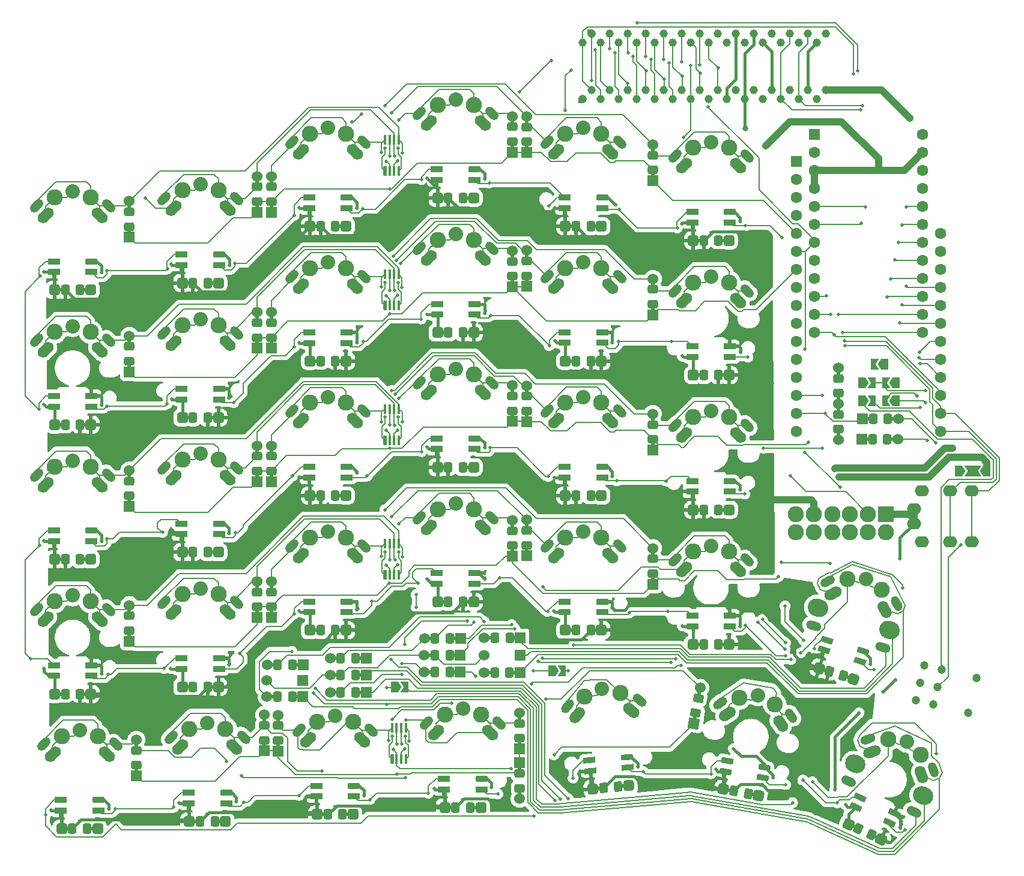
<source format=gbr>
%TF.GenerationSoftware,KiCad,Pcbnew,(6.0.0)*%
%TF.CreationDate,2022-05-14T17:53:23+09:00*%
%TF.ProjectId,brimstone2b,6272696d-7374-46f6-9e65-32622e6b6963,rev?*%
%TF.SameCoordinates,Original*%
%TF.FileFunction,Copper,L1,Top*%
%TF.FilePolarity,Positive*%
%FSLAX46Y46*%
G04 Gerber Fmt 4.6, Leading zero omitted, Abs format (unit mm)*
G04 Created by KiCad (PCBNEW (6.0.0)) date 2022-05-14 17:53:23*
%MOMM*%
%LPD*%
G01*
G04 APERTURE LIST*
G04 Aperture macros list*
%AMRoundRect*
0 Rectangle with rounded corners*
0 $1 Rounding radius*
0 $2 $3 $4 $5 $6 $7 $8 $9 X,Y pos of 4 corners*
0 Add a 4 corners polygon primitive as box body*
4,1,4,$2,$3,$4,$5,$6,$7,$8,$9,$2,$3,0*
0 Add four circle primitives for the rounded corners*
1,1,$1+$1,$2,$3*
1,1,$1+$1,$4,$5*
1,1,$1+$1,$6,$7*
1,1,$1+$1,$8,$9*
0 Add four rect primitives between the rounded corners*
20,1,$1+$1,$2,$3,$4,$5,0*
20,1,$1+$1,$4,$5,$6,$7,0*
20,1,$1+$1,$6,$7,$8,$9,0*
20,1,$1+$1,$8,$9,$2,$3,0*%
%AMHorizOval*
0 Thick line with rounded ends*
0 $1 width*
0 $2 $3 position (X,Y) of the first rounded end (center of the circle)*
0 $4 $5 position (X,Y) of the second rounded end (center of the circle)*
0 Add line between two ends*
20,1,$1,$2,$3,$4,$5,0*
0 Add two circle primitives to create the rounded ends*
1,1,$1,$2,$3*
1,1,$1,$4,$5*%
%AMRotRect*
0 Rectangle, with rotation*
0 The origin of the aperture is its center*
0 $1 length*
0 $2 width*
0 $3 Rotation angle, in degrees counterclockwise*
0 Add horizontal line*
21,1,$1,$2,0,0,$3*%
%AMOutline5P*
0 Free polygon, 5 corners , with rotation*
0 The origin of the aperture is its center*
0 number of corners: always 5*
0 $1 to $10 corner X, Y*
0 $11 Rotation angle, in degrees counterclockwise*
0 create outline with 5 corners*
4,1,5,$1,$2,$3,$4,$5,$6,$7,$8,$9,$10,$1,$2,$11*%
%AMOutline6P*
0 Free polygon, 6 corners , with rotation*
0 The origin of the aperture is its center*
0 number of corners: always 6*
0 $1 to $12 corner X, Y*
0 $13 Rotation angle, in degrees counterclockwise*
0 create outline with 6 corners*
4,1,6,$1,$2,$3,$4,$5,$6,$7,$8,$9,$10,$11,$12,$1,$2,$13*%
%AMOutline7P*
0 Free polygon, 7 corners , with rotation*
0 The origin of the aperture is its center*
0 number of corners: always 7*
0 $1 to $14 corner X, Y*
0 $15 Rotation angle, in degrees counterclockwise*
0 create outline with 7 corners*
4,1,7,$1,$2,$3,$4,$5,$6,$7,$8,$9,$10,$11,$12,$13,$14,$1,$2,$15*%
%AMOutline8P*
0 Free polygon, 8 corners , with rotation*
0 The origin of the aperture is its center*
0 number of corners: always 8*
0 $1 to $16 corner X, Y*
0 $17 Rotation angle, in degrees counterclockwise*
0 create outline with 8 corners*
4,1,8,$1,$2,$3,$4,$5,$6,$7,$8,$9,$10,$11,$12,$13,$14,$15,$16,$1,$2,$17*%
%AMFreePoly0*
4,1,21,-0.579500,0.579500,0.000000,0.579500,0.149986,0.559754,0.289750,0.501862,0.409768,0.409768,0.501862,0.289750,0.559754,0.149986,0.579500,0.000000,0.559754,-0.149986,0.501862,-0.289750,0.409768,-0.409768,0.289750,-0.501862,0.149986,-0.559754,0.000000,-0.579500,-0.149986,-0.559754,-0.289750,-0.501862,-0.409768,-0.409768,-0.501862,-0.289750,-0.559754,-0.149986,-0.579500,0.000000,
-0.579500,0.579500,-0.579500,0.579500,$1*%
%AMFreePoly1*
4,1,6,1.000000,0.000000,0.500000,-0.750000,-0.500000,-0.750000,-0.500000,0.750000,0.500000,0.750000,1.000000,0.000000,1.000000,0.000000,$1*%
%AMFreePoly2*
4,1,6,0.500000,-0.750000,-0.650000,-0.750000,-0.150000,0.000000,-0.650000,0.750000,0.500000,0.750000,0.500000,-0.750000,0.500000,-0.750000,$1*%
%AMFreePoly3*
4,1,7,0.700000,0.000000,1.200000,-0.750000,-1.200000,-0.750000,-0.700000,0.000000,-1.200000,0.750000,1.200000,0.750000,0.700000,0.000000,0.700000,0.000000,$1*%
%AMFreePoly4*
4,1,21,-0.579500,0.000000,-0.559754,0.149986,-0.501862,0.289750,-0.409768,0.409768,-0.289750,0.501862,-0.149986,0.559754,0.000000,0.579500,0.149986,0.559754,0.289750,0.501862,0.409768,0.409768,0.501862,0.289750,0.559754,0.149986,0.579500,0.000000,0.559754,-0.149986,0.501862,-0.289750,0.409768,-0.409768,0.289750,-0.501862,0.149986,-0.559754,0.000000,-0.579500,-0.579500,-0.579500,
-0.579500,0.000000,-0.579500,0.000000,$1*%
G04 Aperture macros list end*
%TA.AperFunction,SMDPad,CuDef*%
%ADD10RoundRect,0.250000X-0.337500X-0.475000X0.337500X-0.475000X0.337500X0.475000X-0.337500X0.475000X0*%
%TD*%
%TA.AperFunction,ComponentPad*%
%ADD11R,1.524000X1.524000*%
%TD*%
%TA.AperFunction,SMDPad,CuDef*%
%ADD12R,1.600000X0.500000*%
%TD*%
%TA.AperFunction,ComponentPad*%
%ADD13C,1.524000*%
%TD*%
%TA.AperFunction,SMDPad,CuDef*%
%ADD14R,1.700000X0.820000*%
%TD*%
%TA.AperFunction,SMDPad,CuDef*%
%ADD15RoundRect,0.205000X0.645000X0.205000X-0.645000X0.205000X-0.645000X-0.205000X0.645000X-0.205000X0*%
%TD*%
%TA.AperFunction,ComponentPad*%
%ADD16FreePoly0,90.000000*%
%TD*%
%TA.AperFunction,ComponentPad*%
%ADD17C,1.159000*%
%TD*%
%TA.AperFunction,SMDPad,CuDef*%
%ADD18RoundRect,0.205000X-0.645000X-0.205000X0.645000X-0.205000X0.645000X0.205000X-0.645000X0.205000X0*%
%TD*%
%TA.AperFunction,ComponentPad*%
%ADD19C,2.032000*%
%TD*%
%TA.AperFunction,ComponentPad*%
%ADD20C,2.286000*%
%TD*%
%TA.AperFunction,ComponentPad*%
%ADD21HorizOval,1.550000X0.350018X0.350018X-0.350018X-0.350018X0*%
%TD*%
%TA.AperFunction,ComponentPad*%
%ADD22HorizOval,1.250000X-0.335876X0.335876X0.335876X-0.335876X0*%
%TD*%
%TA.AperFunction,ComponentPad*%
%ADD23HorizOval,1.250000X0.335876X0.335876X-0.335876X-0.335876X0*%
%TD*%
%TA.AperFunction,ComponentPad*%
%ADD24HorizOval,1.550000X-0.350018X0.350018X0.350018X-0.350018X0*%
%TD*%
%TA.AperFunction,ComponentPad*%
%ADD25RoundRect,0.381000X-0.381000X-0.381000X0.381000X-0.381000X0.381000X0.381000X-0.381000X0.381000X0*%
%TD*%
%TA.AperFunction,SMDPad,CuDef*%
%ADD26FreePoly1,180.000000*%
%TD*%
%TA.AperFunction,SMDPad,CuDef*%
%ADD27FreePoly2,180.000000*%
%TD*%
%TA.AperFunction,SMDPad,CuDef*%
%ADD28R,0.500000X1.600000*%
%TD*%
%TA.AperFunction,SMDPad,CuDef*%
%ADD29RoundRect,0.250000X0.475000X-0.337500X0.475000X0.337500X-0.475000X0.337500X-0.475000X-0.337500X0*%
%TD*%
%TA.AperFunction,SMDPad,CuDef*%
%ADD30RoundRect,0.250000X0.337500X0.475000X-0.337500X0.475000X-0.337500X-0.475000X0.337500X-0.475000X0*%
%TD*%
%TA.AperFunction,ComponentPad*%
%ADD31RoundRect,0.381000X0.381000X0.381000X-0.381000X0.381000X-0.381000X-0.381000X0.381000X-0.381000X0*%
%TD*%
%TA.AperFunction,SMDPad,CuDef*%
%ADD32FreePoly1,0.000000*%
%TD*%
%TA.AperFunction,SMDPad,CuDef*%
%ADD33FreePoly2,0.000000*%
%TD*%
%TA.AperFunction,SMDPad,CuDef*%
%ADD34RotRect,1.700000X0.820000X5.000000*%
%TD*%
%TA.AperFunction,SMDPad,CuDef*%
%ADD35RoundRect,0.205000X-0.624679X-0.260435X0.660413X-0.148004X0.624679X0.260435X-0.660413X0.148004X0*%
%TD*%
%TA.AperFunction,SMDPad,CuDef*%
%ADD36RoundRect,0.250000X-0.475000X0.337500X-0.475000X-0.337500X0.475000X-0.337500X0.475000X0.337500X0*%
%TD*%
%TA.AperFunction,SMDPad,CuDef*%
%ADD37RotRect,1.700000X0.820000X155.000000*%
%TD*%
%TA.AperFunction,SMDPad,CuDef*%
%ADD38RoundRect,0.205000X0.671205X-0.086796X-0.497932X0.458382X-0.671205X0.086796X0.497932X-0.458382X0*%
%TD*%
%TA.AperFunction,ComponentPad*%
%ADD39HorizOval,1.550000X0.405480X0.283920X-0.405480X-0.283920X0*%
%TD*%
%TA.AperFunction,ComponentPad*%
%ADD40HorizOval,1.250000X-0.272449X0.389097X0.272449X-0.389097X0*%
%TD*%
%TA.AperFunction,ComponentPad*%
%ADD41HorizOval,1.550000X-0.283920X0.405480X0.283920X-0.405480X0*%
%TD*%
%TA.AperFunction,ComponentPad*%
%ADD42HorizOval,1.250000X0.389097X0.272449X-0.389097X-0.272449X0*%
%TD*%
%TA.AperFunction,SMDPad,CuDef*%
%ADD43RotRect,1.600000X0.500000X162.500000*%
%TD*%
%TA.AperFunction,ComponentPad*%
%ADD44RoundRect,0.381000X-0.477935X-0.248797X0.248797X-0.477935X0.477935X0.248797X-0.248797X0.477935X0*%
%TD*%
%TA.AperFunction,SMDPad,CuDef*%
%ADD45RoundRect,0.250000X-0.464715X-0.351527X0.179044X-0.554504X0.464715X0.351527X-0.179044X0.554504X0*%
%TD*%
%TA.AperFunction,SMDPad,CuDef*%
%ADD46FreePoly3,0.000000*%
%TD*%
%TA.AperFunction,SMDPad,CuDef*%
%ADD47RotRect,1.600000X0.500000X170.000000*%
%TD*%
%TA.AperFunction,ComponentPad*%
%ADD48RoundRect,0.381000X-0.441372X-0.309052X0.309052X-0.441372X0.441372X0.309052X-0.309052X0.441372X0*%
%TD*%
%TA.AperFunction,SMDPad,CuDef*%
%ADD49RoundRect,0.250000X-0.414856X-0.409177X0.249890X-0.526390X0.414856X0.409177X-0.249890X0.526390X0*%
%TD*%
%TA.AperFunction,SMDPad,CuDef*%
%ADD50RotRect,1.700000X0.820000X342.500000*%
%TD*%
%TA.AperFunction,SMDPad,CuDef*%
%ADD51RoundRect,0.205000X-0.676792X-0.001557X0.553503X-0.389467X0.676792X0.001557X-0.553503X0.389467X0*%
%TD*%
%TA.AperFunction,ComponentPad*%
%ADD52R,1.600000X1.600000*%
%TD*%
%TA.AperFunction,ComponentPad*%
%ADD53C,1.600000*%
%TD*%
%TA.AperFunction,ComponentPad*%
%ADD54HorizOval,1.250000X0.446354X0.162460X-0.446354X-0.162460X0*%
%TD*%
%TA.AperFunction,ComponentPad*%
%ADD55HorizOval,1.550000X-0.169300X0.465148X0.169300X-0.465148X0*%
%TD*%
%TA.AperFunction,ComponentPad*%
%ADD56HorizOval,2.489200X0.190325X-0.088750X-0.190325X0.088750X0*%
%TD*%
%TA.AperFunction,ComponentPad*%
%ADD57HorizOval,1.250000X0.430496X-0.200744X-0.430496X0.200744X0*%
%TD*%
%TA.AperFunction,ComponentPad*%
%ADD58HorizOval,1.550000X0.465148X0.169300X-0.465148X-0.169300X0*%
%TD*%
%TA.AperFunction,ComponentPad*%
%ADD59HorizOval,1.250000X-0.162460X0.446354X0.162460X-0.446354X0*%
%TD*%
%TA.AperFunction,ComponentPad*%
%ADD60R,2.286000X2.286000*%
%TD*%
%TA.AperFunction,SMDPad,CuDef*%
%ADD61RotRect,1.700000X0.820000X350.000000*%
%TD*%
%TA.AperFunction,SMDPad,CuDef*%
%ADD62RoundRect,0.205000X-0.670799X-0.089883X0.599603X-0.313889X0.670799X0.089883X-0.599603X0.313889X0*%
%TD*%
%TA.AperFunction,SMDPad,CuDef*%
%ADD63RotRect,1.600000X0.500000X335.000000*%
%TD*%
%TA.AperFunction,SMDPad,CuDef*%
%ADD64RoundRect,0.250000X0.506623X0.287863X-0.105135X0.573130X-0.506623X-0.287863X0.105135X-0.573130X0*%
%TD*%
%TA.AperFunction,ComponentPad*%
%ADD65RoundRect,0.381000X0.506321X0.184286X-0.184286X0.506321X-0.506321X-0.184286X0.184286X-0.506321X0*%
%TD*%
%TA.AperFunction,ComponentPad*%
%ADD66HorizOval,1.550000X0.318180X0.379192X-0.318180X-0.379192X0*%
%TD*%
%TA.AperFunction,ComponentPad*%
%ADD67HorizOval,1.250000X-0.363871X0.305324X0.363871X-0.305324X0*%
%TD*%
%TA.AperFunction,ComponentPad*%
%ADD68HorizOval,1.550000X-0.379192X0.318180X0.379192X-0.318180X0*%
%TD*%
%TA.AperFunction,ComponentPad*%
%ADD69HorizOval,1.250000X0.305324X0.363871X-0.305324X-0.363871X0*%
%TD*%
%TA.AperFunction,ComponentPad*%
%ADD70C,1.200000*%
%TD*%
%TA.AperFunction,SMDPad,CuDef*%
%ADD71RoundRect,0.250000X-0.294817X-0.502608X0.377615X-0.443777X0.294817X0.502608X-0.377615X0.443777X0*%
%TD*%
%TA.AperFunction,ComponentPad*%
%ADD72RoundRect,0.381000X-0.346344X-0.412757X0.412757X-0.346344X0.346344X0.412757X-0.412757X0.346344X0*%
%TD*%
%TA.AperFunction,SMDPad,CuDef*%
%ADD73RotRect,1.600000X0.500000X185.000000*%
%TD*%
%TA.AperFunction,ComponentPad*%
%ADD74RotRect,1.524000X1.524000X80.000000*%
%TD*%
%TA.AperFunction,SMDPad,CuDef*%
%ADD75RoundRect,0.250000X0.409177X-0.414856X0.526390X0.249890X-0.409177X0.414856X-0.526390X-0.249890X0*%
%TD*%
%TA.AperFunction,SMDPad,CuDef*%
%ADD76RotRect,1.600000X0.500000X260.000000*%
%TD*%
%TA.AperFunction,ComponentPad*%
%ADD77O,2.000000X1.600000*%
%TD*%
%TA.AperFunction,ComponentPad*%
%ADD78HorizOval,1.550000X-0.228566X0.439070X0.228566X-0.439070X0*%
%TD*%
%TA.AperFunction,ComponentPad*%
%ADD79HorizOval,1.250000X0.421330X0.219331X-0.421330X-0.219331X0*%
%TD*%
%TA.AperFunction,ComponentPad*%
%ADD80HorizOval,2.489200X0.200281X-0.063148X-0.200281X0.063148X0*%
%TD*%
%TA.AperFunction,ComponentPad*%
%ADD81HorizOval,1.250000X0.453016X-0.142835X-0.453016X0.142835X0*%
%TD*%
%TA.AperFunction,ComponentPad*%
%ADD82HorizOval,1.250000X-0.219331X0.421330X0.219331X-0.421330X0*%
%TD*%
%TA.AperFunction,ComponentPad*%
%ADD83HorizOval,1.550000X0.439070X0.228566X-0.439070X-0.228566X0*%
%TD*%
%TA.AperFunction,ComponentPad*%
%ADD84FreePoly4,270.000000*%
%TD*%
%TA.AperFunction,SMDPad,CuDef*%
%ADD85Outline5P,-0.225000X0.700000X0.225000X0.700000X0.225000X-0.700000X-0.135000X-0.700000X-0.225000X-0.610000X0.000000*%
%TD*%
%TA.AperFunction,SMDPad,CuDef*%
%ADD86R,0.450000X1.400000*%
%TD*%
%TA.AperFunction,ViaPad*%
%ADD87C,0.500000*%
%TD*%
%TA.AperFunction,ViaPad*%
%ADD88C,0.800000*%
%TD*%
%TA.AperFunction,Conductor*%
%ADD89C,0.400000*%
%TD*%
%TA.AperFunction,Conductor*%
%ADD90C,1.000000*%
%TD*%
%TA.AperFunction,Conductor*%
%ADD91C,0.200000*%
%TD*%
G04 APERTURE END LIST*
D10*
%TO.P,D1,1,K*%
%TO.N,ROW6*%
X183502500Y-87087049D03*
D11*
X182000000Y-87087049D03*
D12*
X182740000Y-87087049D03*
%TO.P,D1,2,A*%
%TO.N,Net-(D1-Pad2)*%
X186340000Y-87087049D03*
D10*
X185577500Y-87087049D03*
D13*
X187080000Y-87087049D03*
%TD*%
D14*
%TO.P,D130,1,VDD*%
%TO.N,VRGB*%
X145320000Y-112860000D03*
%TO.P,D130,2,DOUT*%
%TO.N,/Row4/Key34/DIN*%
X145320000Y-114360000D03*
D15*
%TO.P,D130,3,VSS*%
%TO.N,GND*%
X140020000Y-114360000D03*
D14*
%TO.P,D130,4,DIN*%
%TO.N,/Row4/Key33/DOUT*%
X140020000Y-112860000D03*
%TD*%
D16*
%TO.P,IC1,1,GPB0*%
%TO.N,LED_DIN*%
X142590000Y-41946049D03*
D17*
%TO.P,IC1,2,GPB1*%
%TO.N,COL1*%
X145130000Y-41946049D03*
%TO.P,IC1,3,GPB2*%
%TO.N,COL2*%
X147670000Y-41946049D03*
%TO.P,IC1,4,GPB3*%
%TO.N,COL3*%
X150210000Y-41946049D03*
%TO.P,IC1,5,GPB4*%
%TO.N,COL4*%
X152750000Y-41946049D03*
%TO.P,IC1,6,GPB5*%
%TO.N,COL5*%
X155290000Y-41946049D03*
%TO.P,IC1,7,GPB6*%
%TO.N,COL6*%
X157830000Y-41946049D03*
%TO.P,IC1,8,GPB7*%
%TO.N,unconnected-(IC1-Pad8)*%
X160370000Y-41946049D03*
%TO.P,IC1,9,VDD*%
%TO.N,+3V3*%
X162910000Y-41946049D03*
%TO.P,IC1,10,VSS*%
%TO.N,GND*%
X165450000Y-41946049D03*
%TO.P,IC1,11,NC_1*%
%TO.N,unconnected-(IC1-Pad11)*%
X167990000Y-41946049D03*
%TO.P,IC1,12,SCL*%
%TO.N,SCL*%
X170530000Y-41946049D03*
%TO.P,IC1,13,SDA*%
%TO.N,SDA*%
X173070000Y-41946049D03*
%TO.P,IC1,14,NC_2*%
%TO.N,unconnected-(IC1-Pad14)*%
X175610000Y-41946049D03*
%TO.P,IC1,15,A0*%
%TO.N,GND*%
X175610000Y-34008049D03*
%TO.P,IC1,16,A1*%
X173070000Y-34008049D03*
%TO.P,IC1,17,A2*%
X170530000Y-34008049D03*
%TO.P,IC1,18,~{RESET}*%
%TO.N,+3V3*%
X167990000Y-34008049D03*
%TO.P,IC1,19,INTB*%
%TO.N,unconnected-(IC1-Pad19)*%
X165450000Y-34008049D03*
%TO.P,IC1,20,INTA*%
%TO.N,unconnected-(IC1-Pad20)*%
X162910000Y-34008049D03*
%TO.P,IC1,21,GPA0*%
%TO.N,ROW7*%
X160370000Y-34008049D03*
%TO.P,IC1,22,GPA1*%
%TO.N,ROW4*%
X157830000Y-34008049D03*
%TO.P,IC1,23,GPA2*%
%TO.N,ROW3*%
X155290000Y-34008049D03*
%TO.P,IC1,24,GPA3*%
%TO.N,ROW2*%
X152750000Y-34008049D03*
%TO.P,IC1,25,GPA4*%
%TO.N,ROW8*%
X150210000Y-34008049D03*
%TO.P,IC1,26,GPA5*%
%TO.N,ROW1*%
X147670000Y-34008049D03*
%TO.P,IC1,27,GPA6*%
%TO.N,ROW6*%
X145130000Y-34008049D03*
%TO.P,IC1,28,GPA7*%
%TO.N,ROW5*%
X142590000Y-34008049D03*
%TD*%
D14*
%TO.P,D128,1,VDD*%
%TO.N,VRGB*%
X86020000Y-65360000D03*
%TO.P,D128,2,DOUT*%
%TO.N,/Row1/Key34/DIN*%
X86020000Y-63860000D03*
D18*
%TO.P,D128,3,VSS*%
%TO.N,GND*%
X91320000Y-63860000D03*
D14*
%TO.P,D128,4,DIN*%
%TO.N,/Row1/Key33/DOUT*%
X91320000Y-65360000D03*
%TD*%
D19*
%TO.P,SW8,1,1*%
%TO.N,COL5*%
X142670000Y-65007049D03*
D20*
X140130000Y-65827049D03*
D21*
X138860000Y-68367049D03*
D22*
%TO.P,SW8,2,2*%
%TO.N,/Row2/Key31/ROWD*%
X147770000Y-67007049D03*
D20*
X145210000Y-65827049D03*
D23*
X137570000Y-67007049D03*
D24*
X146480000Y-68367049D03*
%TD*%
D19*
%TO.P,SW31,1,1*%
%TO.N,COL2*%
X89670000Y-130007049D03*
D20*
X87130000Y-130827049D03*
D21*
X85860000Y-133367049D03*
D20*
%TO.P,SW31,2,2*%
%TO.N,/Row5/Key35/ROWD*%
X92210000Y-130827049D03*
D22*
X94770000Y-132007049D03*
D23*
X84570000Y-132007049D03*
D24*
X93480000Y-133367049D03*
%TD*%
D10*
%TO.P,C6,1*%
%TO.N,VRGB*%
X123632500Y-55907049D03*
D12*
X122870000Y-55907049D03*
D25*
X122130000Y-55907049D03*
%TO.P,C6,2*%
%TO.N,GND*%
X127210000Y-55907049D03*
D10*
X125707500Y-55907049D03*
D12*
X126470000Y-55907049D03*
%TD*%
D19*
%TO.P,SW17,1,1*%
%TO.N,COL3*%
X106670000Y-46007049D03*
D20*
X104130000Y-46827049D03*
D21*
X102860000Y-49367049D03*
D23*
%TO.P,SW17,2,2*%
%TO.N,/Row1/Key33/ROWD*%
X101570000Y-48007049D03*
D22*
X111770000Y-48007049D03*
D24*
X110480000Y-49367049D03*
D20*
X109210000Y-46827049D03*
%TD*%
D26*
%TO.P,JP9,1,A*%
%TO.N,Net-(JP10-Pad1)*%
X186740000Y-84527049D03*
D27*
%TO.P,JP9,2,B*%
%TO.N,COL2*%
X185290000Y-84527049D03*
%TD*%
D28*
%TO.P,D49,1,K*%
%TO.N,ROW2*%
X98670000Y-76367049D03*
D11*
X98670000Y-77107049D03*
D29*
X98670000Y-75604549D03*
D28*
%TO.P,D49,2,A*%
%TO.N,/Row2/Key33/ROWD*%
X98670000Y-72767049D03*
D13*
X98670000Y-72027049D03*
D29*
X98670000Y-73529549D03*
%TD*%
D11*
%TO.P,D8,1,K*%
%TO.N,Net-(D8-Pad1)*%
X133780000Y-117947049D03*
D30*
X132277500Y-117947049D03*
D12*
X133040000Y-117947049D03*
D30*
%TO.P,D8,2,A*%
%TO.N,COL2*%
X130202500Y-117947049D03*
D12*
X129440000Y-117947049D03*
D13*
X128700000Y-117947049D03*
%TD*%
D28*
%TO.P,D29,1,K*%
%TO.N,ROW2*%
X134680000Y-67667049D03*
D11*
X134680000Y-68407049D03*
D29*
X134680000Y-66904549D03*
%TO.P,D29,2,A*%
%TO.N,/Row2/Key31/ROWD*%
X134680000Y-64829549D03*
D28*
X134680000Y-64067049D03*
D13*
X134680000Y-63327049D03*
%TD*%
D14*
%TO.P,D105,1,VDD*%
%TO.N,VRGB*%
X123020000Y-139360000D03*
%TO.P,D105,2,DOUT*%
%TO.N,/Row5/Key30/DOUT*%
X123020000Y-137860000D03*
D18*
%TO.P,D105,3,VSS*%
%TO.N,GND*%
X128320000Y-137860000D03*
D14*
%TO.P,D105,4,DIN*%
%TO.N,/Row5/Key30/DIN*%
X128320000Y-139360000D03*
%TD*%
D11*
%TO.P,D39,1,K*%
%TO.N,ROW2*%
X152480000Y-72407049D03*
D29*
X152480000Y-70904549D03*
D28*
X152480000Y-71667049D03*
%TO.P,D39,2,A*%
%TO.N,/Row2/Key32/ROWD*%
X152480000Y-68067049D03*
D29*
X152480000Y-68829549D03*
D13*
X152480000Y-67327049D03*
%TD*%
D14*
%TO.P,D103,1,VDD*%
%TO.N,VRGB*%
X109320000Y-74870000D03*
%TO.P,D103,2,DOUT*%
%TO.N,/Row2/Key30/DOUT*%
X109320000Y-76370000D03*
D15*
%TO.P,D103,3,VSS*%
%TO.N,GND*%
X104020000Y-76370000D03*
D14*
%TO.P,D103,4,DIN*%
%TO.N,/Row2/Key30/DIN*%
X104020000Y-74870000D03*
%TD*%
%TO.P,D113,1,VDD*%
%TO.N,VRGB*%
X158020000Y-59360000D03*
%TO.P,D113,2,DOUT*%
%TO.N,/Row1/Key31/DIN*%
X158020000Y-57860000D03*
D18*
%TO.P,D113,3,VSS*%
%TO.N,GND*%
X163320000Y-57860000D03*
D14*
%TO.P,D113,4,DIN*%
%TO.N,DRGB*%
X163320000Y-59360000D03*
%TD*%
D29*
%TO.P,D63,1,K*%
%TO.N,ROW5*%
X79670000Y-135944549D03*
D28*
X79670000Y-136707049D03*
D11*
X79670000Y-137447049D03*
D28*
%TO.P,D63,2,A*%
%TO.N,/Row5/Key34/ROWD*%
X79670000Y-133107049D03*
D29*
X79670000Y-133869549D03*
D13*
X79670000Y-132367049D03*
%TD*%
D11*
%TO.P,D2,1,K*%
%TO.N,ROW6*%
X181940000Y-89927049D03*
D12*
X182680000Y-89927049D03*
D10*
X183442500Y-89927049D03*
%TO.P,D2,2,A*%
%TO.N,Net-(D2-Pad2)*%
X185517500Y-89927049D03*
D12*
X186280000Y-89927049D03*
D13*
X187020000Y-89927049D03*
%TD*%
D11*
%TO.P,D67,1,K*%
%TO.N,ROW1*%
X96670000Y-57928299D03*
D29*
X96670000Y-56425799D03*
D28*
X96670000Y-57188299D03*
%TO.P,D67,2,A*%
%TO.N,/Row1/Key35/ROWD*%
X96670000Y-53588299D03*
D13*
X96670000Y-52848299D03*
D29*
X96670000Y-54350799D03*
%TD*%
D12*
%TO.P,C20,1*%
%TO.N,VRGB*%
X108470000Y-116907049D03*
D30*
X107707500Y-116907049D03*
D31*
X109210000Y-116907049D03*
%TO.P,C20,2*%
%TO.N,GND*%
X104130000Y-116907049D03*
D30*
X105632500Y-116907049D03*
D12*
X104870000Y-116907049D03*
%TD*%
D21*
%TO.P,SW9,1,1*%
%TO.N,COL5*%
X138860000Y-106367049D03*
D19*
X142670000Y-103007049D03*
D20*
X140130000Y-103827049D03*
D22*
%TO.P,SW9,2,2*%
%TO.N,/Row4/Key31/ROWD*%
X147770000Y-105007049D03*
D20*
X145210000Y-103827049D03*
D23*
X137570000Y-105007049D03*
D24*
X146480000Y-106367049D03*
%TD*%
D21*
%TO.P,SW18,1,1*%
%TO.N,COL3*%
X102860000Y-68367049D03*
D20*
X104130000Y-65827049D03*
D19*
X106670000Y-65007049D03*
D23*
%TO.P,SW18,2,2*%
%TO.N,/Row2/Key33/ROWD*%
X101570000Y-67007049D03*
D24*
X110480000Y-68367049D03*
D22*
X111770000Y-67007049D03*
D20*
X109210000Y-65827049D03*
%TD*%
D26*
%TO.P,JP5,1,A*%
%TO.N,Net-(JP10-Pad1)*%
X186730000Y-81977049D03*
D27*
%TO.P,JP5,2,B*%
%TO.N,EN*%
X185280000Y-81977049D03*
%TD*%
D29*
%TO.P,D31,1,K*%
%TO.N,ROW4*%
X134680000Y-104904549D03*
D11*
X134680000Y-106407049D03*
D28*
X134680000Y-105667049D03*
%TO.P,D31,2,A*%
%TO.N,/Row4/Key31/ROWD*%
X134680000Y-102067049D03*
D29*
X134680000Y-102829549D03*
D13*
X134680000Y-101327049D03*
%TD*%
D32*
%TO.P,JP14,1,A*%
%TO.N,Net-(D9-Pad1)*%
X138200000Y-122617049D03*
D33*
%TO.P,JP14,2,B*%
%TO.N,ROW8*%
X139650000Y-122617049D03*
%TD*%
D28*
%TO.P,D27,1,K*%
%TO.N,ROW1*%
X134651250Y-48725799D03*
D11*
X134651250Y-49465799D03*
D29*
X134651250Y-47963299D03*
D13*
%TO.P,D27,2,A*%
%TO.N,/Row1/Key31/ROWD*%
X134651250Y-44385799D03*
D28*
X134651250Y-45125799D03*
D29*
X134651250Y-45888299D03*
%TD*%
D11*
%TO.P,D73,1,K*%
%TO.N,ROW3*%
X96670000Y-95928299D03*
D29*
X96670000Y-94425799D03*
D28*
X96670000Y-95188299D03*
D13*
%TO.P,D73,2,A*%
%TO.N,/Row3/Key35/ROWD*%
X96670000Y-90848299D03*
D29*
X96670000Y-92350799D03*
D28*
X96670000Y-91588299D03*
%TD*%
D11*
%TO.P,D51,1,K*%
%TO.N,ROW4*%
X98670000Y-115107049D03*
D28*
X98670000Y-114367049D03*
D29*
X98670000Y-113604549D03*
%TO.P,D51,2,A*%
%TO.N,/Row4/Key33/ROWD*%
X98670000Y-111529549D03*
D13*
X98670000Y-110027049D03*
D28*
X98670000Y-110767049D03*
%TD*%
D11*
%TO.P,D21,1,K*%
%TO.N,ROW5*%
X133680000Y-133647049D03*
D29*
X133680000Y-132144549D03*
D28*
X133680000Y-132907049D03*
%TO.P,D21,2,A*%
%TO.N,/Row5/Key30/ROWD*%
X133680000Y-129307049D03*
D29*
X133680000Y-130069549D03*
D13*
X133680000Y-128567049D03*
%TD*%
D25*
%TO.P,C27,1*%
%TO.N,VRGB*%
X68130000Y-106907049D03*
D12*
X68870000Y-106907049D03*
D10*
X69632500Y-106907049D03*
%TO.P,C27,2*%
%TO.N,GND*%
X71707500Y-106907049D03*
D25*
X73210000Y-106907049D03*
D12*
X72470000Y-106907049D03*
%TD*%
D34*
%TO.P,D111,1,VDD*%
%TO.N,VRGB*%
X143655451Y-136758109D03*
%TO.P,D111,2,DOUT*%
%TO.N,/Row5/Key30/DIN*%
X143524717Y-135263817D03*
D35*
%TO.P,D111,3,VSS*%
%TO.N,GND*%
X148804549Y-134801891D03*
D34*
%TO.P,D111,4,DIN*%
%TO.N,/Row5/Key31/DIN*%
X148935283Y-136296183D03*
%TD*%
D12*
%TO.P,C5,1*%
%TO.N,VRGB*%
X123870000Y-141907049D03*
D25*
X123130000Y-141907049D03*
D10*
X124632500Y-141907049D03*
D25*
%TO.P,C5,2*%
%TO.N,GND*%
X128210000Y-141907049D03*
D10*
X126707500Y-141907049D03*
D12*
X127470000Y-141907049D03*
%TD*%
D14*
%TO.P,D121,1,VDD*%
%TO.N,VRGB*%
X105020000Y-140360000D03*
%TO.P,D121,2,DOUT*%
%TO.N,/Row5/Key33/DOUT*%
X105020000Y-138860000D03*
D18*
%TO.P,D121,3,VSS*%
%TO.N,GND*%
X110320000Y-138860000D03*
D14*
%TO.P,D121,4,DIN*%
%TO.N,/Row5/Key30/DOUT*%
X110320000Y-140360000D03*
%TD*%
D30*
%TO.P,D15,1,K*%
%TO.N,Net-(D15-Pad1)*%
X101650000Y-121757049D03*
D11*
X103152500Y-121757049D03*
D12*
X102412500Y-121757049D03*
D13*
%TO.P,D15,2,A*%
%TO.N,COL2*%
X98072500Y-121757049D03*
D12*
X98812500Y-121757049D03*
D30*
X99575000Y-121757049D03*
%TD*%
D19*
%TO.P,SW23,1,1*%
%TO.N,COL1*%
X70670000Y-74007049D03*
D21*
X66860000Y-77367049D03*
D20*
X68130000Y-74827049D03*
D24*
%TO.P,SW23,2,2*%
%TO.N,/Row2/Key34/ROWD*%
X74480000Y-77367049D03*
D20*
X73210000Y-74827049D03*
D23*
X65570000Y-76007049D03*
D22*
X75770000Y-76007049D03*
%TD*%
D19*
%TO.P,SW15,1,1*%
%TO.N,COL6*%
X160670000Y-105007049D03*
D21*
X156860000Y-108367049D03*
D20*
X158130000Y-105827049D03*
D22*
%TO.P,SW15,2,2*%
%TO.N,/Row4/Key32/ROWD*%
X165770000Y-107007049D03*
D20*
X163210000Y-105827049D03*
D24*
X164480000Y-108367049D03*
D23*
X155570000Y-107007049D03*
%TD*%
D25*
%TO.P,C32,1*%
%TO.N,VRGB*%
X87130000Y-143907049D03*
D10*
X88632500Y-143907049D03*
D12*
X87870000Y-143907049D03*
%TO.P,C32,2*%
%TO.N,GND*%
X91470000Y-143907049D03*
D10*
X90707500Y-143907049D03*
D25*
X92210000Y-143907049D03*
%TD*%
D11*
%TO.P,D71,1,K*%
%TO.N,ROW4*%
X96670000Y-115107049D03*
D29*
X96670000Y-113604549D03*
D28*
X96670000Y-114367049D03*
D13*
%TO.P,D71,2,A*%
%TO.N,/Row4/Key35/ROWD*%
X96670000Y-110027049D03*
D29*
X96670000Y-111529549D03*
D28*
X96670000Y-110767049D03*
%TD*%
D11*
%TO.P,D33,1,K*%
%TO.N,ROW5*%
X133690000Y-135617049D03*
D36*
X133690000Y-137119549D03*
D28*
X133690000Y-136357049D03*
D36*
%TO.P,D33,2,A*%
%TO.N,/Row5/Key31/ROWD*%
X133690000Y-139194549D03*
D13*
X133690000Y-140697049D03*
D28*
X133690000Y-139957049D03*
%TD*%
D37*
%TO.P,D102,1,VDD*%
%TO.N,VRGB*%
X186498679Y-142700208D03*
%TO.P,D102,2,DOUT*%
%TO.N,/key5way/DOUT*%
X185864752Y-144059669D03*
D38*
%TO.P,D102,3,VSS*%
%TO.N,GND*%
X181061321Y-141819792D03*
D37*
%TO.P,D102,4,DIN*%
%TO.N,/Row5/DOUT*%
X181695248Y-140460331D03*
%TD*%
D19*
%TO.P,SW16,1,1*%
%TO.N,COL6*%
X167294524Y-126096683D03*
D39*
X162958949Y-128744038D03*
D20*
X164650721Y-126463159D03*
D40*
%TO.P,SW16,2,2*%
%TO.N,/Row5/Key32/ROWD*%
X171969747Y-128951904D03*
D41*
X170463184Y-130067237D03*
D42*
X161924708Y-127180693D03*
D20*
X169653544Y-127345292D03*
%TD*%
D43*
%TO.P,C1,1*%
%TO.N,VRGB*%
X176617591Y-122490886D03*
D44*
X175911841Y-122268363D03*
D45*
X177344801Y-122720174D03*
%TO.P,C1,2*%
%TO.N,GND*%
X179323763Y-123344138D03*
D44*
X180756723Y-123795949D03*
D43*
X180050973Y-123573426D03*
%TD*%
D19*
%TO.P,SW7,1,1*%
%TO.N,COL5*%
X142670000Y-46007049D03*
D20*
X140130000Y-46827049D03*
D21*
X138860000Y-49367049D03*
D22*
%TO.P,SW7,2,2*%
%TO.N,/Row1/Key31/ROWD*%
X147770000Y-48007049D03*
D20*
X145210000Y-46827049D03*
D24*
X146480000Y-49367049D03*
D23*
X137570000Y-48007049D03*
%TD*%
D28*
%TO.P,R2,1*%
%TO.N,+3V3*%
X178620000Y-85704549D03*
D13*
X178620000Y-84964549D03*
D36*
X178620000Y-86467049D03*
D13*
%TO.P,R2,2*%
%TO.N,SCL*%
X178620000Y-90044549D03*
D28*
X178620000Y-89304549D03*
D36*
X178620000Y-88542049D03*
%TD*%
D28*
%TO.P,D19,1,K*%
%TO.N,ROW4*%
X132670000Y-105707049D03*
D29*
X132670000Y-104944549D03*
D11*
X132670000Y-106447049D03*
D29*
%TO.P,D19,2,A*%
%TO.N,/Row4/Key30/ROWD*%
X132670000Y-102869549D03*
D13*
X132670000Y-101367049D03*
D28*
X132670000Y-102107049D03*
%TD*%
D14*
%TO.P,D127,1,VDD*%
%TO.N,VRGB*%
X68020000Y-104360000D03*
%TO.P,D127,2,DOUT*%
%TO.N,/Row3/DOUT*%
X68020000Y-102860000D03*
D18*
%TO.P,D127,3,VSS*%
%TO.N,GND*%
X73320000Y-102860000D03*
D14*
%TO.P,D127,4,DIN*%
%TO.N,/Row3/Key34/DIN*%
X73320000Y-104360000D03*
%TD*%
D30*
%TO.P,C30,1*%
%TO.N,VRGB*%
X89707500Y-124907049D03*
D31*
X91210000Y-124907049D03*
D12*
X90470000Y-124907049D03*
D31*
%TO.P,C30,2*%
%TO.N,GND*%
X86130000Y-124907049D03*
D30*
X87632500Y-124907049D03*
D12*
X86870000Y-124907049D03*
%TD*%
D32*
%TO.P,JP3,1,A*%
%TO.N,Net-(JP3-Pad1)*%
X181935000Y-81997049D03*
D33*
%TO.P,JP3,2,B*%
%TO.N,EN*%
X183385000Y-81997049D03*
%TD*%
D28*
%TO.P,D23,1,K*%
%TO.N,ROW1*%
X132670000Y-48707049D03*
D29*
X132670000Y-47944549D03*
D11*
X132670000Y-49447049D03*
D28*
%TO.P,D23,2,A*%
%TO.N,/Row1/Key30/ROWD*%
X132670000Y-45107049D03*
D13*
X132670000Y-44367049D03*
D29*
X132670000Y-45869549D03*
%TD*%
D32*
%TO.P,JP11,1,A*%
%TO.N,+5V*%
X195580000Y-94417049D03*
D46*
%TO.P,JP11,2,C*%
%TO.N,Net-(JP11-Pad2)*%
X197580000Y-94417049D03*
D26*
%TO.P,JP11,3,B*%
%TO.N,+3V3*%
X199580000Y-94417049D03*
%TD*%
D14*
%TO.P,D116,1,VDD*%
%TO.N,VRGB*%
X73320000Y-121850000D03*
%TO.P,D116,2,DOUT*%
%TO.N,/Row4/Key31/DIN*%
X73320000Y-123350000D03*
D15*
%TO.P,D116,3,VSS*%
%TO.N,GND*%
X68020000Y-123350000D03*
D14*
%TO.P,D116,4,DIN*%
%TO.N,/Row3/DOUT*%
X68020000Y-121850000D03*
%TD*%
D12*
%TO.P,C23,1*%
%TO.N,VRGB*%
X68870000Y-68907049D03*
D10*
X69632500Y-68907049D03*
D25*
X68130000Y-68907049D03*
%TO.P,C23,2*%
%TO.N,GND*%
X73210000Y-68907049D03*
D10*
X71707500Y-68907049D03*
D12*
X72470000Y-68907049D03*
%TD*%
D14*
%TO.P,D115,1,VDD*%
%TO.N,VRGB*%
X158020000Y-97360000D03*
%TO.P,D115,2,DOUT*%
%TO.N,/Row3/Key31/DIN*%
X158020000Y-95860000D03*
D18*
%TO.P,D115,3,VSS*%
%TO.N,GND*%
X163320000Y-95860000D03*
D14*
%TO.P,D115,4,DIN*%
%TO.N,/Row2/DOUT*%
X163320000Y-97360000D03*
%TD*%
D19*
%TO.P,SW2,1,1*%
%TO.N,COL4*%
X124670000Y-61007049D03*
D21*
X120860000Y-64367049D03*
D20*
X122130000Y-61827049D03*
D22*
%TO.P,SW2,2,2*%
%TO.N,/Row2/Key30/ROWD*%
X129770000Y-63007049D03*
D24*
X128480000Y-64367049D03*
D23*
X119570000Y-63007049D03*
D20*
X127210000Y-61827049D03*
%TD*%
D14*
%TO.P,D118,1,VDD*%
%TO.N,VRGB*%
X104020000Y-57360000D03*
%TO.P,D118,2,DOUT*%
%TO.N,/Row1/Key33/DOUT*%
X104020000Y-55860000D03*
D18*
%TO.P,D118,3,VSS*%
%TO.N,GND*%
X109320000Y-55860000D03*
D14*
%TO.P,D118,4,DIN*%
%TO.N,/Row1/Key30/DOUT*%
X109320000Y-57360000D03*
%TD*%
D19*
%TO.P,SW27,1,1*%
%TO.N,COL2*%
X88670000Y-54007049D03*
D21*
X84860000Y-57367049D03*
D20*
X86130000Y-54827049D03*
D24*
%TO.P,SW27,2,2*%
%TO.N,/Row1/Key35/ROWD*%
X92480000Y-57367049D03*
D22*
X93770000Y-56007049D03*
D23*
X83570000Y-56007049D03*
D20*
X91210000Y-54827049D03*
%TD*%
D28*
%TO.P,R1,1*%
%TO.N,+3V3*%
X178620000Y-84227049D03*
D29*
X178620000Y-83464549D03*
D13*
X178620000Y-84967049D03*
D28*
%TO.P,R1,2*%
%TO.N,SDA*%
X178620000Y-80627049D03*
D13*
X178620000Y-79887049D03*
D29*
X178620000Y-81389549D03*
%TD*%
D20*
%TO.P,SW30,1,1*%
%TO.N,COL2*%
X86130000Y-92827049D03*
D19*
X88670000Y-92007049D03*
D21*
X84860000Y-95367049D03*
D24*
%TO.P,SW30,2,2*%
%TO.N,/Row3/Key35/ROWD*%
X92480000Y-95367049D03*
D20*
X91210000Y-92827049D03*
D23*
X83570000Y-94007049D03*
D22*
X93770000Y-94007049D03*
%TD*%
D12*
%TO.P,D3,1,K*%
%TO.N,Net-(D3-Pad1)*%
X124570000Y-120417049D03*
D11*
X125310000Y-120417049D03*
D30*
X123807500Y-120417049D03*
D13*
%TO.P,D3,2,A*%
%TO.N,COL4*%
X120230000Y-120417049D03*
D30*
X121732500Y-120417049D03*
D12*
X120970000Y-120417049D03*
%TD*%
D47*
%TO.P,C17,1*%
%TO.N,VRGB*%
X163108160Y-139472944D03*
D48*
X162379402Y-139344445D03*
D49*
X163859076Y-139605351D03*
D48*
%TO.P,C17,2*%
%TO.N,GND*%
X167382226Y-140226577D03*
D49*
X165902552Y-139965671D03*
D47*
X166653468Y-140098078D03*
%TD*%
D50*
%TO.P,D101,1,VDD*%
%TO.N,VRGB*%
X176607121Y-119708417D03*
%TO.P,D101,2,DOUT*%
%TO.N,/key5way1/DOUT*%
X177058179Y-118277842D03*
D51*
%TO.P,D101,3,VSS*%
%TO.N,GND*%
X182112879Y-119871583D03*
D50*
%TO.P,D101,4,DIN*%
%TO.N,/key5way/DOUT*%
X181661821Y-121302158D03*
%TD*%
D10*
%TO.P,C26,1*%
%TO.N,VRGB*%
X70632500Y-144907049D03*
D25*
X69130000Y-144907049D03*
D12*
X69870000Y-144907049D03*
%TO.P,C26,2*%
%TO.N,GND*%
X73470000Y-144907049D03*
D25*
X74210000Y-144907049D03*
D10*
X72707500Y-144907049D03*
%TD*%
D25*
%TO.P,C22,1*%
%TO.N,VRGB*%
X104130000Y-97907049D03*
D12*
X104870000Y-97907049D03*
D10*
X105632500Y-97907049D03*
%TO.P,C22,2*%
%TO.N,GND*%
X107707500Y-97907049D03*
D25*
X109210000Y-97907049D03*
D12*
X108470000Y-97907049D03*
%TD*%
D25*
%TO.P,C21,1*%
%TO.N,VRGB*%
X105130000Y-142907049D03*
D10*
X106632500Y-142907049D03*
D12*
X105870000Y-142907049D03*
%TO.P,C21,2*%
%TO.N,GND*%
X109470000Y-142907049D03*
D25*
X110210000Y-142907049D03*
D10*
X108707500Y-142907049D03*
%TD*%
D12*
%TO.P,C18,1*%
%TO.N,VRGB*%
X104870000Y-59907049D03*
D25*
X104130000Y-59907049D03*
D10*
X105632500Y-59907049D03*
D25*
%TO.P,C18,2*%
%TO.N,GND*%
X109210000Y-59907049D03*
D12*
X108470000Y-59907049D03*
D10*
X107707500Y-59907049D03*
%TD*%
D14*
%TO.P,D129,1,VDD*%
%TO.N,VRGB*%
X145330000Y-74855000D03*
%TO.P,D129,2,DOUT*%
%TO.N,/Row2/Key34/DIN*%
X145330000Y-76355000D03*
D15*
%TO.P,D129,3,VSS*%
%TO.N,GND*%
X140030000Y-76355000D03*
D14*
%TO.P,D129,4,DIN*%
%TO.N,/Row2/Key33/DOUT*%
X140030000Y-74855000D03*
%TD*%
D19*
%TO.P,SW11,1,1*%
%TO.N,COL5*%
X142670000Y-84007049D03*
D21*
X138860000Y-87367049D03*
D20*
X140130000Y-84827049D03*
%TO.P,SW11,2,2*%
%TO.N,/Row3/Key31/ROWD*%
X145210000Y-84827049D03*
D24*
X146480000Y-87367049D03*
D22*
X147770000Y-86007049D03*
D23*
X137570000Y-86007049D03*
%TD*%
D25*
%TO.P,C7,1*%
%TO.N,VRGB*%
X122130000Y-93907049D03*
D10*
X123632500Y-93907049D03*
D12*
X122870000Y-93907049D03*
D10*
%TO.P,C7,2*%
%TO.N,GND*%
X125707500Y-93907049D03*
D12*
X126470000Y-93907049D03*
D25*
X127210000Y-93907049D03*
%TD*%
D21*
%TO.P,SW12,1,1*%
%TO.N,COL6*%
X156860000Y-51367049D03*
D20*
X158130000Y-48827049D03*
D19*
X160670000Y-48007049D03*
D20*
%TO.P,SW12,2,2*%
%TO.N,/Row1/Key32/ROWD*%
X163210000Y-48827049D03*
D23*
X155570000Y-50007049D03*
D22*
X165770000Y-50007049D03*
D24*
X164480000Y-51367049D03*
%TD*%
D14*
%TO.P,D124,1,VDD*%
%TO.N,VRGB*%
X163320000Y-76860000D03*
%TO.P,D124,2,DOUT*%
%TO.N,/Row2/DOUT*%
X163320000Y-78360000D03*
D15*
%TO.P,D124,3,VSS*%
%TO.N,GND*%
X158020000Y-78360000D03*
D14*
%TO.P,D124,4,DIN*%
%TO.N,/Row2/Key34/DIN*%
X158020000Y-76860000D03*
%TD*%
D19*
%TO.P,SW24,1,1*%
%TO.N,COL1*%
X70670000Y-112007049D03*
D20*
X68130000Y-112827049D03*
D21*
X66860000Y-115367049D03*
D23*
%TO.P,SW24,2,2*%
%TO.N,/Row4/Key34/ROWD*%
X65570000Y-114007049D03*
D20*
X73210000Y-112827049D03*
D22*
X75770000Y-114007049D03*
D24*
X74480000Y-115367049D03*
%TD*%
D14*
%TO.P,D125,1,VDD*%
%TO.N,VRGB*%
X163320000Y-114860000D03*
%TO.P,D125,2,DOUT*%
%TO.N,/Row4/DOUT*%
X163320000Y-116360000D03*
D15*
%TO.P,D125,3,VSS*%
%TO.N,GND*%
X158020000Y-116360000D03*
D14*
%TO.P,D125,4,DIN*%
%TO.N,/Row4/Key34/DIN*%
X158020000Y-114860000D03*
%TD*%
D30*
%TO.P,C3,1*%
%TO.N,VRGB*%
X125707500Y-74907049D03*
D31*
X127210000Y-74907049D03*
D12*
X126470000Y-74907049D03*
D31*
%TO.P,C3,2*%
%TO.N,GND*%
X122130000Y-74907049D03*
D30*
X123632500Y-74907049D03*
D12*
X122870000Y-74907049D03*
%TD*%
D28*
%TO.P,D59,1,K*%
%TO.N,ROW2*%
X78670000Y-79707049D03*
D11*
X78670000Y-80447049D03*
D29*
X78670000Y-78944549D03*
%TO.P,D59,2,A*%
%TO.N,/Row2/Key34/ROWD*%
X78670000Y-76869549D03*
D13*
X78670000Y-75367049D03*
D28*
X78670000Y-76107049D03*
%TD*%
D12*
%TO.P,C4,1*%
%TO.N,VRGB*%
X126470000Y-112907049D03*
D31*
X127210000Y-112907049D03*
D30*
X125707500Y-112907049D03*
D31*
%TO.P,C4,2*%
%TO.N,GND*%
X122130000Y-112907049D03*
D12*
X122870000Y-112907049D03*
D30*
X123632500Y-112907049D03*
%TD*%
D14*
%TO.P,D109,1,VDD*%
%TO.N,VRGB*%
X91320000Y-82860000D03*
%TO.P,D109,2,DOUT*%
%TO.N,/Row2/Key30/DIN*%
X91320000Y-84360000D03*
D15*
%TO.P,D109,3,VSS*%
%TO.N,GND*%
X86020000Y-84360000D03*
D14*
%TO.P,D109,4,DIN*%
%TO.N,/Row2/Key31/DIN*%
X86020000Y-82860000D03*
%TD*%
D21*
%TO.P,SW6,1,1*%
%TO.N,COL4*%
X120860000Y-83367049D03*
D19*
X124670000Y-80007049D03*
D20*
X122130000Y-80827049D03*
D24*
%TO.P,SW6,2,2*%
%TO.N,/Row3/Key30/ROWD*%
X128480000Y-83367049D03*
D22*
X129770000Y-82007049D03*
D23*
X119570000Y-82007049D03*
D20*
X127210000Y-80827049D03*
%TD*%
D14*
%TO.P,D114,1,VDD*%
%TO.N,VRGB*%
X73330000Y-83855000D03*
%TO.P,D114,2,DOUT*%
%TO.N,/Row2/Key31/DIN*%
X73330000Y-85355000D03*
D15*
%TO.P,D114,3,VSS*%
%TO.N,GND*%
X68030000Y-85355000D03*
D14*
%TO.P,D114,4,DIN*%
%TO.N,/Row1/DOUT*%
X68030000Y-83855000D03*
%TD*%
D30*
%TO.P,D12,1,K*%
%TO.N,Net-(D12-Pad1)*%
X110537500Y-125647049D03*
D12*
X111300000Y-125647049D03*
D11*
X112040000Y-125647049D03*
D12*
%TO.P,D12,2,A*%
%TO.N,COL3*%
X107700000Y-125647049D03*
D30*
X108462500Y-125647049D03*
D13*
X106960000Y-125647049D03*
%TD*%
D12*
%TO.P,D5,1,K*%
%TO.N,Net-(D5-Pad1)*%
X124580000Y-122777049D03*
D30*
X123817500Y-122777049D03*
D11*
X125320000Y-122777049D03*
D30*
%TO.P,D5,2,A*%
%TO.N,COL3*%
X121742500Y-122777049D03*
D12*
X120980000Y-122777049D03*
D13*
X120240000Y-122777049D03*
%TD*%
D20*
%TO.P,SW26,1,1*%
%TO.N,COL1*%
X68130000Y-93827049D03*
D21*
X66860000Y-96367049D03*
D19*
X70670000Y-93007049D03*
D20*
%TO.P,SW26,2,2*%
%TO.N,/Row3/Key34/ROWD*%
X73210000Y-93827049D03*
D22*
X75770000Y-95007049D03*
D24*
X74480000Y-96367049D03*
D23*
X65570000Y-95007049D03*
%TD*%
D20*
%TO.P,SW5,1,1*%
%TO.N,COL4*%
X122130000Y-42827049D03*
D21*
X120860000Y-45367049D03*
D19*
X124670000Y-42007049D03*
D23*
%TO.P,SW5,2,2*%
%TO.N,/Row1/Key30/ROWD*%
X119570000Y-44007049D03*
D20*
X127210000Y-42827049D03*
D22*
X129770000Y-44007049D03*
D24*
X128480000Y-45367049D03*
%TD*%
D12*
%TO.P,D7,1,K*%
%TO.N,Net-(D7-Pad1)*%
X124600000Y-118037049D03*
D30*
X123837500Y-118037049D03*
D11*
X125340000Y-118037049D03*
D30*
%TO.P,D7,2,A*%
%TO.N,COL6*%
X121762500Y-118037049D03*
D12*
X121000000Y-118037049D03*
D13*
X120260000Y-118037049D03*
%TD*%
D25*
%TO.P,C12,1*%
%TO.N,VRGB*%
X140130000Y-97907049D03*
D12*
X140870000Y-97907049D03*
D10*
X141632500Y-97907049D03*
%TO.P,C12,2*%
%TO.N,GND*%
X143707500Y-97907049D03*
D12*
X144470000Y-97907049D03*
D25*
X145210000Y-97907049D03*
%TD*%
D52*
%TO.P,U2,1,~{RESET}*%
%TO.N,unconnected-(U2-Pad1)*%
X172710000Y-50747049D03*
D53*
%TO.P,U2,2,3V3*%
%TO.N,+3V3*%
X172710000Y-53287049D03*
%TO.P,U2,3,AREF*%
%TO.N,unconnected-(U2-Pad3)*%
X172710000Y-55827049D03*
%TO.P,U2,4,GND*%
%TO.N,GND*%
X172710000Y-58367049D03*
%TO.P,U2,5,A0*%
%TO.N,ROW1*%
X172710000Y-60907049D03*
%TO.P,U2,6,A1*%
%TO.N,LED_DIN*%
X172710000Y-63447049D03*
%TO.P,U2,7,A2*%
%TO.N,ROW2*%
X172710000Y-65987049D03*
%TO.P,U2,8,A3*%
%TO.N,ROW3*%
X172710000Y-68527049D03*
%TO.P,U2,9,A4*%
%TO.N,ROW4*%
X172710000Y-71067049D03*
%TO.P,U2,10,A5*%
%TO.N,ROW8*%
X172710000Y-73607049D03*
%TO.P,U2,11,SCK/D15*%
%TO.N,unconnected-(U2-Pad11)*%
X172710000Y-76147049D03*
%TO.P,U2,12,MOSI/D16*%
%TO.N,unconnected-(U2-Pad12)*%
X172710000Y-78687049D03*
%TO.P,U2,13,MISO/D14*%
%TO.N,unconnected-(U2-Pad13)*%
X172710000Y-81227049D03*
%TO.P,U2,14,RX/D0*%
%TO.N,ROW5*%
X172710000Y-83767049D03*
%TO.P,U2,15,TX/D1*%
%TO.N,ROW6*%
X172710000Y-86307049D03*
%TO.P,U2,16,~{DFU}*%
%TO.N,unconnected-(U2-Pad16)*%
X172710000Y-88847049D03*
%TO.P,U2,17,SDA/D2*%
%TO.N,SDA*%
X193030000Y-88847049D03*
%TO.P,U2,18,SCL/D3*%
%TO.N,SCL*%
X193030000Y-86307049D03*
%TO.P,U2,19,D5*%
%TO.N,ROW7*%
X193030000Y-83767049D03*
%TO.P,U2,20,D6*%
%TO.N,COL6*%
X193030000Y-81227049D03*
%TO.P,U2,21,D9*%
%TO.N,COL5*%
X193030000Y-78687049D03*
%TO.P,U2,22,D10*%
%TO.N,COL4*%
X193030000Y-76147049D03*
%TO.P,U2,23,D11*%
%TO.N,COL3*%
X193030000Y-73607049D03*
%TO.P,U2,24,D12*%
%TO.N,COL2*%
X193030000Y-71067049D03*
%TO.P,U2,25,D13*%
%TO.N,COL1*%
X193030000Y-68527049D03*
%TO.P,U2,26,USB*%
%TO.N,+5V*%
X193030000Y-65987049D03*
%TO.P,U2,27,EN*%
%TO.N,EN*%
X193030000Y-63447049D03*
%TO.P,U2,28,VBAT*%
%TO.N,unconnected-(U2-Pad28)*%
X193030000Y-60907049D03*
%TD*%
D54*
%TO.P,S2,1,1*%
%TO.N,Net-(D11-Pad1)*%
X182796042Y-132317095D03*
D55*
X190296483Y-137315203D03*
D56*
%TO.P,S2,2,2*%
%TO.N,Net-(D10-Pad1)*%
X180975632Y-135771398D03*
D57*
%TO.P,S2,3,3*%
%TO.N,Net-(D12-Pad1)*%
X180049023Y-138208096D03*
%TO.P,S2,4,4*%
%TO.N,Net-(D15-Pad1)*%
X189293362Y-142518802D03*
D56*
%TO.P,S2,5,5*%
%TO.N,Net-(D16-Pad1)*%
X190564368Y-140242700D03*
D58*
%TO.P,S2,6,6*%
%TO.N,Net-(D14-Pad1)*%
X183390418Y-134094852D03*
D59*
X192040381Y-136627802D03*
D20*
%TO.P,S2,7,7*%
%TO.N,ROW7*%
X185614879Y-132329555D03*
D19*
X188263448Y-132659833D03*
D20*
X190218923Y-134476456D03*
%TD*%
D11*
%TO.P,D17,1,K*%
%TO.N,ROW2*%
X132670000Y-68447049D03*
D28*
X132670000Y-67707049D03*
D29*
X132670000Y-66944549D03*
D28*
%TO.P,D17,2,A*%
%TO.N,/Row2/Key30/ROWD*%
X132670000Y-64107049D03*
D29*
X132670000Y-64869549D03*
D13*
X132670000Y-63367049D03*
%TD*%
D11*
%TO.P,D75,1,K*%
%TO.N,ROW5*%
X97670000Y-133928299D03*
D28*
X97670000Y-133188299D03*
D29*
X97670000Y-132425799D03*
%TO.P,D75,2,A*%
%TO.N,/Row5/Key35/ROWD*%
X97670000Y-130350799D03*
D28*
X97670000Y-129588299D03*
D13*
X97670000Y-128848299D03*
%TD*%
D52*
%TO.P,U3,1,TX*%
%TO.N,unconnected-(U3-Pad1)*%
X175250000Y-46937049D03*
D53*
%TO.P,U3,2,RX*%
%TO.N,ROW1*%
X175250000Y-49477049D03*
%TO.P,U3,3,GND*%
%TO.N,GND*%
X175250000Y-52017049D03*
%TO.P,U3,4,GND*%
X175250000Y-54557049D03*
%TO.P,U3,5,SDA*%
%TO.N,SDA*%
X175250000Y-57097049D03*
%TO.P,U3,6,SCL*%
%TO.N,SCL*%
X175250000Y-59637049D03*
%TO.P,U3,7,D4*%
%TO.N,LED_DIN*%
X175250000Y-62177049D03*
%TO.P,U3,8,C6*%
%TO.N,ROW2*%
X175250000Y-64717049D03*
%TO.P,U3,9,D7*%
%TO.N,ROW3*%
X175250000Y-67257049D03*
%TO.P,U3,10,E6*%
%TO.N,ROW4*%
X175250000Y-69797049D03*
%TO.P,U3,11,B4*%
%TO.N,ROW8*%
X175250000Y-72337049D03*
%TO.P,U3,12,B5*%
%TO.N,ROW7*%
X175250000Y-74877049D03*
%TO.P,U3,13,B6*%
%TO.N,ROW6*%
X190490000Y-74877049D03*
%TO.P,U3,14,B2*%
%TO.N,ROW5*%
X190490000Y-72337049D03*
%TO.P,U3,15,B3*%
%TO.N,COL6*%
X190490000Y-69797049D03*
%TO.P,U3,16,B1*%
%TO.N,COL5*%
X190490000Y-67257049D03*
%TO.P,U3,17,F7*%
%TO.N,COL4*%
X190490000Y-64717049D03*
%TO.P,U3,18,F6*%
%TO.N,COL3*%
X190490000Y-62177049D03*
%TO.P,U3,19,F5*%
%TO.N,COL2*%
X190490000Y-59637049D03*
%TO.P,U3,20,F4*%
%TO.N,COL1*%
X190490000Y-57097049D03*
%TO.P,U3,21,VCC*%
%TO.N,+3V3*%
X190490000Y-54557049D03*
%TO.P,U3,22,RST*%
%TO.N,unconnected-(U3-Pad22)*%
X190490000Y-52017049D03*
%TO.P,U3,23,GND*%
%TO.N,GND*%
X190490000Y-49477049D03*
%TO.P,U3,24,RAW*%
%TO.N,+5V*%
X190490000Y-46937049D03*
%TD*%
D11*
%TO.P,D47,1,K*%
%TO.N,ROW1*%
X98670000Y-57928299D03*
D29*
X98670000Y-56425799D03*
D28*
X98670000Y-57188299D03*
D29*
%TO.P,D47,2,A*%
%TO.N,/Row1/Key33/ROWD*%
X98670000Y-54350799D03*
D13*
X98670000Y-52848299D03*
D28*
X98670000Y-53588299D03*
%TD*%
D14*
%TO.P,D104,1,VDD*%
%TO.N,VRGB*%
X109320000Y-112860000D03*
%TO.P,D104,2,DOUT*%
%TO.N,/Row4/Key30/DOUT*%
X109320000Y-114360000D03*
D15*
%TO.P,D104,3,VSS*%
%TO.N,GND*%
X104020000Y-114360000D03*
D14*
%TO.P,D104,4,DIN*%
%TO.N,/Row4/Key30/DIN*%
X104020000Y-112860000D03*
%TD*%
D28*
%TO.P,D69,1,K*%
%TO.N,ROW2*%
X96670000Y-76367049D03*
D11*
X96670000Y-77107049D03*
D29*
X96670000Y-75604549D03*
D13*
%TO.P,D69,2,A*%
%TO.N,/Row2/Key35/ROWD*%
X96670000Y-72027049D03*
D29*
X96670000Y-73529549D03*
D28*
X96670000Y-72767049D03*
%TD*%
D14*
%TO.P,D131,1,VDD*%
%TO.N,VRGB*%
X86020000Y-103370000D03*
%TO.P,D131,2,DOUT*%
%TO.N,/Row3/Key34/DIN*%
X86020000Y-101870000D03*
D18*
%TO.P,D131,3,VSS*%
%TO.N,GND*%
X91320000Y-101870000D03*
D14*
%TO.P,D131,4,DIN*%
%TO.N,/Row3/Key33/DOUT*%
X91320000Y-103370000D03*
%TD*%
D21*
%TO.P,SW29,1,1*%
%TO.N,COL2*%
X84860000Y-114367049D03*
D20*
X86130000Y-111827049D03*
D19*
X88670000Y-111007049D03*
D22*
%TO.P,SW29,2,2*%
%TO.N,/Row4/Key35/ROWD*%
X93770000Y-113007049D03*
D23*
X83570000Y-113007049D03*
D24*
X92480000Y-114367049D03*
D20*
X91210000Y-111827049D03*
%TD*%
D21*
%TO.P,SW19,1,1*%
%TO.N,COL3*%
X102860000Y-106367049D03*
D20*
X104130000Y-103827049D03*
D19*
X106670000Y-103007049D03*
D22*
%TO.P,SW19,2,2*%
%TO.N,/Row4/Key33/ROWD*%
X111770000Y-105007049D03*
D23*
X101570000Y-105007049D03*
D24*
X110480000Y-106367049D03*
D20*
X109210000Y-103827049D03*
%TD*%
%TO.P,SW21,1,1*%
%TO.N,COL3*%
X104130000Y-84827049D03*
D19*
X106670000Y-84007049D03*
D21*
X102860000Y-87367049D03*
D23*
%TO.P,SW21,2,2*%
%TO.N,/Row3/Key33/ROWD*%
X101570000Y-86007049D03*
D20*
X109210000Y-84827049D03*
D22*
X111770000Y-86007049D03*
D24*
X110480000Y-87367049D03*
%TD*%
D31*
%TO.P,C19,1*%
%TO.N,VRGB*%
X109210000Y-78907049D03*
D12*
X108470000Y-78907049D03*
D30*
X107707500Y-78907049D03*
D31*
%TO.P,C19,2*%
%TO.N,GND*%
X104130000Y-78907049D03*
D30*
X105632500Y-78907049D03*
D12*
X104870000Y-78907049D03*
%TD*%
D19*
%TO.P,SW28,1,1*%
%TO.N,COL2*%
X88670000Y-73007049D03*
D21*
X84860000Y-76367049D03*
D20*
X86130000Y-73827049D03*
%TO.P,SW28,2,2*%
%TO.N,/Row2/Key35/ROWD*%
X91210000Y-73827049D03*
D24*
X92480000Y-76367049D03*
D23*
X83570000Y-75007049D03*
D22*
X93770000Y-75007049D03*
%TD*%
D11*
%TO.P,D57,1,K*%
%TO.N,ROW1*%
X78670000Y-61447049D03*
D28*
X78670000Y-60707049D03*
D29*
X78670000Y-59944549D03*
%TO.P,D57,2,A*%
%TO.N,/Row1/Key34/ROWD*%
X78670000Y-57869549D03*
D28*
X78670000Y-57107049D03*
D13*
X78670000Y-56367049D03*
%TD*%
D25*
%TO.P,C28,1*%
%TO.N,VRGB*%
X86130000Y-67907049D03*
D12*
X86870000Y-67907049D03*
D10*
X87632500Y-67907049D03*
%TO.P,C28,2*%
%TO.N,GND*%
X89707500Y-67907049D03*
D12*
X90470000Y-67907049D03*
D25*
X91210000Y-67907049D03*
%TD*%
D14*
%TO.P,D112,1,VDD*%
%TO.N,VRGB*%
X140020000Y-95360000D03*
%TO.P,D112,2,DOUT*%
%TO.N,/Row3/Key30/DIN*%
X140020000Y-93860000D03*
D18*
%TO.P,D112,3,VSS*%
%TO.N,GND*%
X145320000Y-93860000D03*
D14*
%TO.P,D112,4,DIN*%
%TO.N,/Row3/Key31/DIN*%
X145320000Y-95360000D03*
%TD*%
D12*
%TO.P,C25,1*%
%TO.N,VRGB*%
X72470000Y-125907049D03*
D31*
X73210000Y-125907049D03*
D30*
X71707500Y-125907049D03*
D12*
%TO.P,C25,2*%
%TO.N,GND*%
X68870000Y-125907049D03*
D30*
X69632500Y-125907049D03*
D31*
X68130000Y-125907049D03*
%TD*%
D19*
%TO.P,SW25,1,1*%
%TO.N,COL1*%
X71670000Y-131007049D03*
D21*
X67860000Y-134367049D03*
D20*
X69130000Y-131827049D03*
%TO.P,SW25,2,2*%
%TO.N,/Row5/Key34/ROWD*%
X74210000Y-131827049D03*
D22*
X76770000Y-133007049D03*
D24*
X75480000Y-134367049D03*
D23*
X66570000Y-133007049D03*
%TD*%
D60*
%TO.P,U1,1,GND*%
%TO.N,GND*%
X185350000Y-100507049D03*
D20*
%TO.P,U1,2,DRGB*%
%TO.N,DRGB*%
X182810000Y-100507049D03*
%TO.P,U1,3,A1D4*%
%TO.N,LED_DIN*%
X180270000Y-100507049D03*
%TO.P,U1,4,V33*%
%TO.N,+3V3*%
X177767455Y-100507049D03*
%TO.P,U1,5,VRGB*%
%TO.N,VRGB*%
X175190000Y-100507049D03*
%TO.P,U1,6,VUSB*%
%TO.N,+5V*%
X172650000Y-100507049D03*
%TO.P,U1,7*%
%TO.N,N/C*%
X185350000Y-103047049D03*
%TO.P,U1,8*%
X182810000Y-103047049D03*
%TO.P,U1,9*%
X180270000Y-103049958D03*
%TO.P,U1,10*%
X177767455Y-103049958D03*
%TO.P,U1,11*%
X175190000Y-103049958D03*
%TO.P,U1,12*%
X172650000Y-103047049D03*
%TD*%
D61*
%TO.P,D117,1,VDD*%
%TO.N,VRGB*%
X162710023Y-136818438D03*
%TO.P,D117,2,DOUT*%
%TO.N,/Row5/Key31/DIN*%
X162970496Y-135341227D03*
D62*
%TO.P,D117,3,VSS*%
%TO.N,GND*%
X168189977Y-136261562D03*
D61*
%TO.P,D117,4,DIN*%
%TO.N,/Row4/DOUT*%
X167929504Y-137738773D03*
%TD*%
D63*
%TO.P,C2,1*%
%TO.N,VRGB*%
X183978146Y-146108855D03*
D64*
X183287086Y-145786608D03*
D65*
X184648814Y-146421592D03*
%TO.P,C2,2*%
%TO.N,GND*%
X180044770Y-144274692D03*
D64*
X181406498Y-144909676D03*
D63*
X180715438Y-144587429D03*
%TD*%
D19*
%TO.P,SW10,1,1*%
%TO.N,COL5*%
X145306424Y-125208655D03*
D66*
X141803766Y-128887933D03*
D20*
X142847557Y-126246911D03*
D67*
%TO.P,SW10,2,2*%
%TO.N,/Row5/Key31/ROWD*%
X150561329Y-126756550D03*
D68*
X149394769Y-128223806D03*
D69*
X140400143Y-127645539D03*
D20*
X147908226Y-125804159D03*
%TD*%
D14*
%TO.P,D123,1,VDD*%
%TO.N,VRGB*%
X68020000Y-66360000D03*
%TO.P,D123,2,DOUT*%
%TO.N,/Row1/DOUT*%
X68020000Y-64860000D03*
D18*
%TO.P,D123,3,VSS*%
%TO.N,GND*%
X73320000Y-64860000D03*
D14*
%TO.P,D123,4,DIN*%
%TO.N,/Row1/Key34/DIN*%
X73320000Y-66360000D03*
%TD*%
D70*
%TO.P,SW1,1,A*%
%TO.N,Net-(JP3-Pad1)*%
X193194912Y-122464548D03*
%TO.P,SW1,2,B*%
%TO.N,Net-(D1-Pad2)*%
X192601961Y-124934368D03*
%TO.P,SW1,3,C*%
%TO.N,Net-(JP10-Pad1)*%
X192009010Y-127404187D03*
%TO.P,SW1,4,A*%
%TO.N,COL1*%
X190725092Y-121871597D03*
%TO.P,SW1,5,B*%
%TO.N,Net-(D2-Pad2)*%
X190132141Y-124341416D03*
%TO.P,SW1,6,C*%
%TO.N,COL2*%
X189539190Y-126811236D03*
%TO.P,SW1,7*%
%TO.N,N/C*%
X198134551Y-123650450D03*
%TO.P,SW1,8*%
X196948649Y-128590090D03*
%TD*%
D12*
%TO.P,C16,1*%
%TO.N,VRGB*%
X162470000Y-118907049D03*
D31*
X163210000Y-118907049D03*
D30*
X161707500Y-118907049D03*
D12*
%TO.P,C16,2*%
%TO.N,GND*%
X158870000Y-118907049D03*
D30*
X159632500Y-118907049D03*
D31*
X158130000Y-118907049D03*
%TD*%
D11*
%TO.P,D61,1,K*%
%TO.N,ROW4*%
X78670000Y-118447049D03*
D29*
X78670000Y-116944549D03*
D28*
X78670000Y-117707049D03*
D29*
%TO.P,D61,2,A*%
%TO.N,/Row4/Key34/ROWD*%
X78670000Y-114869549D03*
D13*
X78670000Y-113367049D03*
D28*
X78670000Y-114107049D03*
%TD*%
D26*
%TO.P,JP1,1,A*%
%TO.N,GND*%
X185130000Y-79397049D03*
D27*
%TO.P,JP1,2,B*%
%TO.N,Net-(D1-Pad2)*%
X183680000Y-79397049D03*
%TD*%
D12*
%TO.P,C14,1*%
%TO.N,VRGB*%
X162470000Y-80907049D03*
D30*
X161707500Y-80907049D03*
D31*
X163210000Y-80907049D03*
D30*
%TO.P,C14,2*%
%TO.N,GND*%
X159632500Y-80907049D03*
D31*
X158130000Y-80907049D03*
D12*
X158870000Y-80907049D03*
%TD*%
D25*
%TO.P,C31,1*%
%TO.N,VRGB*%
X86130000Y-105907049D03*
D12*
X86870000Y-105907049D03*
D10*
X87632500Y-105907049D03*
D12*
%TO.P,C31,2*%
%TO.N,GND*%
X90470000Y-105907049D03*
D10*
X89707500Y-105907049D03*
D25*
X91210000Y-105907049D03*
%TD*%
D32*
%TO.P,JP7,1,A*%
%TO.N,Net-(JP3-Pad1)*%
X181950000Y-84527049D03*
D33*
%TO.P,JP7,2,B*%
%TO.N,COL1*%
X183400000Y-84527049D03*
%TD*%
D14*
%TO.P,D110,1,VDD*%
%TO.N,VRGB*%
X91320000Y-120860000D03*
%TO.P,D110,2,DOUT*%
%TO.N,/Row4/Key30/DIN*%
X91320000Y-122360000D03*
D15*
%TO.P,D110,3,VSS*%
%TO.N,GND*%
X86020000Y-122360000D03*
D14*
%TO.P,D110,4,DIN*%
%TO.N,/Row4/Key31/DIN*%
X86020000Y-120860000D03*
%TD*%
D12*
%TO.P,D10,1,K*%
%TO.N,Net-(D10-Pad1)*%
X111310000Y-123247049D03*
D11*
X112050000Y-123247049D03*
D30*
X110547500Y-123247049D03*
D13*
%TO.P,D10,2,A*%
%TO.N,COL4*%
X106970000Y-123247049D03*
D12*
X107710000Y-123247049D03*
D30*
X108472500Y-123247049D03*
%TD*%
D71*
%TO.P,C11,1*%
%TO.N,VRGB*%
X145484337Y-139146186D03*
D72*
X143987554Y-139277138D03*
D73*
X144724739Y-139212642D03*
%TO.P,C11,2*%
%TO.N,GND*%
X148311039Y-138898882D03*
D71*
X147551441Y-138965338D03*
D72*
X149048224Y-138834386D03*
%TD*%
D14*
%TO.P,D126,1,VDD*%
%TO.N,VRGB*%
X69020000Y-142360000D03*
%TO.P,D126,2,DOUT*%
%TO.N,/Row5/DOUT*%
X69020000Y-140860000D03*
D18*
%TO.P,D126,3,VSS*%
%TO.N,GND*%
X74320000Y-140860000D03*
D14*
%TO.P,D126,4,DIN*%
%TO.N,/Row5/Key34/DIN*%
X74320000Y-142360000D03*
%TD*%
%TO.P,D120,1,VDD*%
%TO.N,VRGB*%
X127320000Y-108860000D03*
%TO.P,D120,2,DOUT*%
%TO.N,/Row4/Key33/DOUT*%
X127320000Y-110360000D03*
D15*
%TO.P,D120,3,VSS*%
%TO.N,GND*%
X122020000Y-110360000D03*
D14*
%TO.P,D120,4,DIN*%
%TO.N,/Row4/Key30/DOUT*%
X122020000Y-108860000D03*
%TD*%
D28*
%TO.P,D53,1,K*%
%TO.N,ROW5*%
X99670000Y-133207049D03*
D11*
X99670000Y-133947049D03*
D29*
X99670000Y-132444549D03*
D13*
%TO.P,D53,2,A*%
%TO.N,/Row5/Key33/ROWD*%
X99670000Y-128867049D03*
D29*
X99670000Y-130369549D03*
D28*
X99670000Y-129607049D03*
%TD*%
D14*
%TO.P,D107,1,VDD*%
%TO.N,VRGB*%
X122020000Y-91350000D03*
%TO.P,D107,2,DOUT*%
%TO.N,/Row3/Key30/DOUT*%
X122020000Y-89850000D03*
D18*
%TO.P,D107,3,VSS*%
%TO.N,GND*%
X127320000Y-89850000D03*
D14*
%TO.P,D107,4,DIN*%
%TO.N,/Row3/Key30/DIN*%
X127320000Y-91350000D03*
%TD*%
D29*
%TO.P,D43,1,K*%
%TO.N,ROW4*%
X152480000Y-108904549D03*
D28*
X152480000Y-109667049D03*
D11*
X152480000Y-110407049D03*
D28*
%TO.P,D43,2,A*%
%TO.N,/Row4/Key32/ROWD*%
X152480000Y-106067049D03*
D29*
X152480000Y-106829549D03*
D13*
X152480000Y-105327049D03*
%TD*%
D14*
%TO.P,D122,1,VDD*%
%TO.N,VRGB*%
X104020000Y-95360000D03*
%TO.P,D122,2,DOUT*%
%TO.N,/Row3/Key33/DOUT*%
X104020000Y-93860000D03*
D18*
%TO.P,D122,3,VSS*%
%TO.N,GND*%
X109320000Y-93860000D03*
D14*
%TO.P,D122,4,DIN*%
%TO.N,/Row3/Key30/DOUT*%
X109320000Y-95360000D03*
%TD*%
D28*
%TO.P,D65,1,K*%
%TO.N,ROW3*%
X78670000Y-98707049D03*
D29*
X78670000Y-97944549D03*
D11*
X78670000Y-99447049D03*
D13*
%TO.P,D65,2,A*%
%TO.N,/Row3/Key34/ROWD*%
X78670000Y-94367049D03*
D29*
X78670000Y-95869549D03*
D28*
X78670000Y-95107049D03*
%TD*%
D25*
%TO.P,C15,1*%
%TO.N,VRGB*%
X158130000Y-99907049D03*
D12*
X158870000Y-99907049D03*
D10*
X159632500Y-99907049D03*
D25*
%TO.P,C15,2*%
%TO.N,GND*%
X163210000Y-99907049D03*
D12*
X162470000Y-99907049D03*
D10*
X161707500Y-99907049D03*
%TD*%
D29*
%TO.P,D25,1,K*%
%TO.N,ROW3*%
X132670000Y-85944549D03*
D28*
X132670000Y-86707049D03*
D11*
X132670000Y-87447049D03*
D13*
%TO.P,D25,2,A*%
%TO.N,/Row3/Key30/ROWD*%
X132670000Y-82367049D03*
D28*
X132670000Y-83107049D03*
D29*
X132670000Y-83869549D03*
%TD*%
D25*
%TO.P,C8,1*%
%TO.N,VRGB*%
X140130000Y-59907049D03*
D10*
X141632500Y-59907049D03*
D12*
X140870000Y-59907049D03*
D25*
%TO.P,C8,2*%
%TO.N,GND*%
X145210000Y-59907049D03*
D12*
X144470000Y-59907049D03*
D10*
X143707500Y-59907049D03*
%TD*%
%TO.P,C13,1*%
%TO.N,VRGB*%
X159632500Y-61907049D03*
D25*
X158130000Y-61907049D03*
D12*
X158870000Y-61907049D03*
%TO.P,C13,2*%
%TO.N,GND*%
X162470000Y-61907049D03*
D10*
X161707500Y-61907049D03*
D25*
X163210000Y-61907049D03*
%TD*%
D14*
%TO.P,D119,1,VDD*%
%TO.N,VRGB*%
X127340000Y-70870000D03*
%TO.P,D119,2,DOUT*%
%TO.N,/Row2/Key33/DOUT*%
X127340000Y-72370000D03*
D15*
%TO.P,D119,3,VSS*%
%TO.N,GND*%
X122040000Y-72370000D03*
D14*
%TO.P,D119,4,DIN*%
%TO.N,/Row2/Key30/DOUT*%
X122040000Y-70870000D03*
%TD*%
D30*
%TO.P,C9,1*%
%TO.N,VRGB*%
X143707500Y-78907049D03*
D12*
X144470000Y-78907049D03*
D31*
X145210000Y-78907049D03*
D30*
%TO.P,C9,2*%
%TO.N,GND*%
X141632500Y-78907049D03*
D12*
X140870000Y-78907049D03*
D31*
X140130000Y-78907049D03*
%TD*%
%TO.P,C29,1*%
%TO.N,VRGB*%
X91210000Y-86907049D03*
D12*
X90470000Y-86907049D03*
D30*
X89707500Y-86907049D03*
%TO.P,C29,2*%
%TO.N,GND*%
X87632500Y-86907049D03*
D12*
X86870000Y-86907049D03*
D31*
X86130000Y-86907049D03*
%TD*%
D21*
%TO.P,SW3,1,1*%
%TO.N,COL4*%
X120860000Y-102367049D03*
D19*
X124670000Y-99007049D03*
D20*
X122130000Y-99827049D03*
%TO.P,SW3,2,2*%
%TO.N,/Row4/Key30/ROWD*%
X127210000Y-99827049D03*
D24*
X128480000Y-102367049D03*
D22*
X129770000Y-101007049D03*
D23*
X119570000Y-101007049D03*
%TD*%
D74*
%TO.P,D45,1,K*%
%TO.N,ROW5*%
X158252733Y-130045332D03*
D75*
X158513639Y-128565658D03*
D76*
X158381232Y-129316574D03*
D13*
%TO.P,D45,2,A*%
%TO.N,/Row5/Key32/ROWD*%
X159134865Y-125042508D03*
D75*
X158873959Y-126522182D03*
D76*
X159006366Y-125771266D03*
%TD*%
D28*
%TO.P,D37,1,K*%
%TO.N,ROW1*%
X152451250Y-52725799D03*
D29*
X152451250Y-51963299D03*
D11*
X152451250Y-53465799D03*
D28*
%TO.P,D37,2,A*%
%TO.N,/Row1/Key32/ROWD*%
X152451250Y-49125799D03*
D29*
X152451250Y-49888299D03*
D13*
X152451250Y-48385799D03*
%TD*%
D20*
%TO.P,SW20,1,1*%
%TO.N,COL3*%
X105130000Y-129827049D03*
D21*
X103860000Y-132367049D03*
D19*
X107670000Y-129007049D03*
D20*
%TO.P,SW20,2,2*%
%TO.N,/Row5/Key33/ROWD*%
X110210000Y-129827049D03*
D23*
X102570000Y-131007049D03*
D22*
X112770000Y-131007049D03*
D24*
X111480000Y-132367049D03*
%TD*%
D77*
%TO.P,U4,1,SLEEVE*%
%TO.N,GND*%
X189282500Y-99807049D03*
%TO.P,U4,2,TIP*%
%TO.N,Net-(JP11-Pad2)*%
X190382500Y-104407049D03*
%TO.P,U4,3,RING1*%
%TO.N,SDA*%
X194382500Y-104407049D03*
%TO.P,U4,4,RING2*%
%TO.N,SCL*%
X197382500Y-104407049D03*
%TD*%
D21*
%TO.P,SW13,1,1*%
%TO.N,COL6*%
X156860000Y-70367049D03*
D20*
X158130000Y-67827049D03*
D19*
X160670000Y-67007049D03*
D23*
%TO.P,SW13,2,2*%
%TO.N,/Row2/Key32/ROWD*%
X155570000Y-69007049D03*
D20*
X163210000Y-67827049D03*
D24*
X164480000Y-70367049D03*
D22*
X165770000Y-69007049D03*
%TD*%
D14*
%TO.P,D106,1,VDD*%
%TO.N,VRGB*%
X122020000Y-53360000D03*
%TO.P,D106,2,DOUT*%
%TO.N,/Row1/Key30/DOUT*%
X122020000Y-51860000D03*
D18*
%TO.P,D106,3,VSS*%
%TO.N,GND*%
X127320000Y-51860000D03*
D14*
%TO.P,D106,4,DIN*%
%TO.N,/Row1/Key30/DIN*%
X127320000Y-53360000D03*
%TD*%
%TO.P,D132,1,VDD*%
%TO.N,VRGB*%
X87020000Y-141360000D03*
%TO.P,D132,2,DOUT*%
%TO.N,/Row5/Key34/DIN*%
X87020000Y-139860000D03*
D18*
%TO.P,D132,3,VSS*%
%TO.N,GND*%
X92320000Y-139860000D03*
D14*
%TO.P,D132,4,DIN*%
%TO.N,/Row5/Key33/DOUT*%
X92320000Y-141360000D03*
%TD*%
D32*
%TO.P,JP16,1,A*%
%TO.N,Net-(D16-Pad1)*%
X116017927Y-124910651D03*
D33*
%TO.P,JP16,2,B*%
%TO.N,ROW7*%
X117467927Y-124910651D03*
%TD*%
D78*
%TO.P,S1,1,1*%
%TO.N,Net-(D4-Pad1)*%
X185167454Y-114030297D03*
D79*
X177078796Y-110053953D03*
D80*
%TO.P,S1,2,2*%
%TO.N,Net-(D3-Pad1)*%
X175724837Y-113716315D03*
D81*
%TO.P,S1,3,3*%
%TO.N,Net-(D5-Pad1)*%
X175124208Y-116253113D03*
%TO.P,S1,4,4*%
%TO.N,Net-(D8-Pad1)*%
X184852121Y-119320313D03*
D80*
%TO.P,S1,5,5*%
%TO.N,Net-(D9-Pad1)*%
X185815163Y-116897783D03*
D82*
%TO.P,S1,6,6*%
%TO.N,Net-(D7-Pad1)*%
X186806709Y-113121152D03*
D83*
X177900131Y-111738919D03*
D19*
%TO.P,S1,7,7*%
%TO.N,ROW8*%
X182544164Y-109680119D03*
D20*
X179875144Y-109698374D03*
X184720027Y-111225960D03*
%TD*%
D12*
%TO.P,D14,1,K*%
%TO.N,Net-(D14-Pad1)*%
X111310000Y-120867049D03*
D30*
X110547500Y-120867049D03*
D11*
X112050000Y-120867049D03*
D30*
%TO.P,D14,2,A*%
%TO.N,COL6*%
X108472500Y-120867049D03*
D12*
X107710000Y-120867049D03*
D13*
X106970000Y-120867049D03*
%TD*%
D19*
%TO.P,SW4,1,1*%
%TO.N,COL4*%
X125670000Y-128007049D03*
D20*
X123130000Y-128827049D03*
D21*
X121860000Y-131367049D03*
D23*
%TO.P,SW4,2,2*%
%TO.N,/Row5/Key30/ROWD*%
X120570000Y-130007049D03*
D24*
X129480000Y-131367049D03*
D20*
X128210000Y-128827049D03*
D22*
X130770000Y-130007049D03*
%TD*%
D14*
%TO.P,D108,1,VDD*%
%TO.N,VRGB*%
X140030000Y-57360000D03*
%TO.P,D108,2,DOUT*%
%TO.N,/Row1/Key30/DIN*%
X140030000Y-55860000D03*
D18*
%TO.P,D108,3,VSS*%
%TO.N,GND*%
X145330000Y-55860000D03*
D14*
%TO.P,D108,4,DIN*%
%TO.N,/Row1/Key31/DIN*%
X145330000Y-57360000D03*
%TD*%
D28*
%TO.P,D55,1,K*%
%TO.N,ROW3*%
X98670000Y-95188299D03*
D29*
X98670000Y-94425799D03*
D11*
X98670000Y-95928299D03*
D13*
%TO.P,D55,2,A*%
%TO.N,/Row3/Key33/ROWD*%
X98670000Y-90848299D03*
D29*
X98670000Y-92350799D03*
D28*
X98670000Y-91588299D03*
%TD*%
%TO.P,D35,1,K*%
%TO.N,ROW3*%
X134651250Y-86725799D03*
D29*
X134651250Y-85963299D03*
D11*
X134651250Y-87465799D03*
D28*
%TO.P,D35,2,A*%
%TO.N,/Row3/Key31/ROWD*%
X134651250Y-83125799D03*
D29*
X134651250Y-83888299D03*
D13*
X134651250Y-82385799D03*
%TD*%
D29*
%TO.P,D41,1,K*%
%TO.N,ROW3*%
X152451250Y-89963299D03*
D11*
X152451250Y-91465799D03*
D28*
X152451250Y-90725799D03*
D13*
%TO.P,D41,2,A*%
%TO.N,/Row3/Key32/ROWD*%
X152451250Y-86385799D03*
D28*
X152451250Y-87125799D03*
D29*
X152451250Y-87888299D03*
%TD*%
D11*
%TO.P,D11,1,K*%
%TO.N,Net-(D11-Pad1)*%
X103130000Y-126317049D03*
D30*
X101627500Y-126317049D03*
D12*
X102390000Y-126317049D03*
%TO.P,D11,2,A*%
%TO.N,COL5*%
X98790000Y-126317049D03*
D30*
X99552500Y-126317049D03*
D13*
X98050000Y-126317049D03*
%TD*%
D20*
%TO.P,SW14,1,1*%
%TO.N,COL6*%
X158130000Y-86827049D03*
D19*
X160670000Y-86007049D03*
D21*
X156860000Y-89367049D03*
D22*
%TO.P,SW14,2,2*%
%TO.N,/Row3/Key32/ROWD*%
X165770000Y-88007049D03*
D20*
X163210000Y-86827049D03*
D24*
X164480000Y-89367049D03*
D23*
X155570000Y-88007049D03*
%TD*%
D19*
%TO.P,SW22,1,1*%
%TO.N,COL1*%
X70670000Y-55007049D03*
D21*
X66860000Y-58367049D03*
D20*
X68130000Y-55827049D03*
D23*
%TO.P,SW22,2,2*%
%TO.N,/Row1/Key34/ROWD*%
X65570000Y-57007049D03*
D24*
X74480000Y-58367049D03*
D20*
X73210000Y-55827049D03*
D22*
X75770000Y-57007049D03*
%TD*%
D31*
%TO.P,C24,1*%
%TO.N,VRGB*%
X73210000Y-87907049D03*
D12*
X72470000Y-87907049D03*
D30*
X71707500Y-87907049D03*
D31*
%TO.P,C24,2*%
%TO.N,GND*%
X68130000Y-87907049D03*
D30*
X69632500Y-87907049D03*
D12*
X68870000Y-87907049D03*
%TD*%
D30*
%TO.P,D4,1,K*%
%TO.N,Net-(D4-Pad1)*%
X132267500Y-122877049D03*
D11*
X133770000Y-122877049D03*
D12*
X133030000Y-122877049D03*
%TO.P,D4,2,A*%
%TO.N,COL5*%
X129430000Y-122877049D03*
D13*
X128690000Y-122877049D03*
D30*
X130192500Y-122877049D03*
%TD*%
D12*
%TO.P,C10,1*%
%TO.N,VRGB*%
X144470000Y-116907049D03*
D31*
X145210000Y-116907049D03*
D30*
X143707500Y-116907049D03*
D12*
%TO.P,C10,2*%
%TO.N,GND*%
X140870000Y-116907049D03*
D30*
X141632500Y-116907049D03*
D31*
X140130000Y-116907049D03*
%TD*%
D11*
%TO.P,D16,1,K*%
%TO.N,Net-(D16-Pad1)*%
X103140000Y-123997049D03*
D13*
%TO.P,D16,2,A*%
%TO.N,COL4*%
X98060000Y-123997049D03*
%TD*%
D11*
%TO.P,D9,1,K*%
%TO.N,Net-(D9-Pad1)*%
X133780000Y-120467049D03*
D13*
%TO.P,D9,2,A*%
%TO.N,COL4*%
X128700000Y-120467049D03*
%TD*%
D84*
%TO.P,IC2,1,GPB0*%
%TO.N,LED_DIN*%
X143860000Y-32738049D03*
D17*
%TO.P,IC2,2,GPB1*%
%TO.N,COL1*%
X146400000Y-32738049D03*
%TO.P,IC2,3,GPB2*%
%TO.N,COL2*%
X148940000Y-32738049D03*
%TO.P,IC2,4,GPB3*%
%TO.N,COL3*%
X151480000Y-32738049D03*
%TO.P,IC2,5,GPB4*%
%TO.N,COL4*%
X154020000Y-32738049D03*
%TO.P,IC2,6,GPB5*%
%TO.N,COL5*%
X156560000Y-32738049D03*
%TO.P,IC2,7,GPB6*%
%TO.N,COL6*%
X159100000Y-32738049D03*
%TO.P,IC2,8,GPB7*%
%TO.N,unconnected-(IC2-Pad8)*%
X161640000Y-32738049D03*
%TO.P,IC2,9,VDD*%
%TO.N,+3V3*%
X164180000Y-32738049D03*
%TO.P,IC2,10,VSS*%
%TO.N,GND*%
X166720000Y-32738049D03*
%TO.P,IC2,11,NC_1*%
%TO.N,unconnected-(IC2-Pad11)*%
X169260000Y-32738049D03*
%TO.P,IC2,12,SCL*%
%TO.N,SCL*%
X171800000Y-32738049D03*
%TO.P,IC2,13,SDA*%
%TO.N,SDA*%
X174340000Y-32738049D03*
%TO.P,IC2,14,NC_2*%
%TO.N,unconnected-(IC2-Pad14)*%
X176880000Y-32738049D03*
%TO.P,IC2,15,A0*%
%TO.N,+3V3*%
X176880000Y-40676049D03*
%TO.P,IC2,16,A1*%
%TO.N,GND*%
X174340000Y-40676049D03*
%TO.P,IC2,17,A2*%
X171800000Y-40676049D03*
%TO.P,IC2,18,~{RESET}*%
%TO.N,+3V3*%
X169260000Y-40676049D03*
%TO.P,IC2,19,INTB*%
%TO.N,unconnected-(IC2-Pad19)*%
X166720000Y-40676049D03*
%TO.P,IC2,20,INTA*%
%TO.N,unconnected-(IC2-Pad20)*%
X164180000Y-40676049D03*
%TO.P,IC2,21,GPA0*%
%TO.N,ROW7*%
X161640000Y-40676049D03*
%TO.P,IC2,22,GPA1*%
%TO.N,ROW4*%
X159100000Y-40676049D03*
%TO.P,IC2,23,GPA2*%
%TO.N,ROW3*%
X156560000Y-40676049D03*
%TO.P,IC2,24,GPA3*%
%TO.N,ROW2*%
X154020000Y-40676049D03*
%TO.P,IC2,25,GPA4*%
%TO.N,ROW8*%
X151480000Y-40676049D03*
%TO.P,IC2,26,GPA5*%
%TO.N,ROW1*%
X148940000Y-40676049D03*
%TO.P,IC2,27,GPA6*%
%TO.N,ROW6*%
X146400000Y-40676049D03*
%TO.P,IC2,28,GPA7*%
%TO.N,ROW5*%
X143860000Y-40676049D03*
%TD*%
D85*
%TO.P,IC5,1,CH1*%
%TO.N,/Row4/Key32/ROWD*%
X114695000Y-109107049D03*
D86*
%TO.P,IC5,2,CH2*%
%TO.N,/Row4/Key31/ROWD*%
X115345000Y-109107049D03*
%TO.P,IC5,3,VN*%
%TO.N,unconnected-(IC5-Pad3)*%
X115995000Y-109107049D03*
%TO.P,IC5,4,CH3*%
%TO.N,/Row4/Key30/ROWD*%
X116645000Y-109107049D03*
%TO.P,IC5,5,CH4*%
%TO.N,/Row4/Key34/ROWD*%
X116645000Y-104707049D03*
%TO.P,IC5,6,CH5*%
%TO.N,/Row4/Key35/ROWD*%
X115995000Y-104707049D03*
%TO.P,IC5,7,VP*%
%TO.N,ROW4*%
X115345000Y-104707049D03*
%TO.P,IC5,8,CH6*%
%TO.N,/Row4/Key33/ROWD*%
X114695000Y-104707049D03*
%TD*%
D77*
%TO.P,U5,1,SLEEVE*%
%TO.N,GND*%
X189282500Y-101867049D03*
%TO.P,U5,2,TIP*%
%TO.N,Net-(JP11-Pad2)*%
X190382500Y-97267049D03*
%TO.P,U5,3,RING1*%
%TO.N,SDA*%
X194382500Y-97267049D03*
%TO.P,U5,4,RING2*%
%TO.N,SCL*%
X197382500Y-97267049D03*
%TD*%
D85*
%TO.P,IC7,1,CH1*%
%TO.N,/Row1/Key32/ROWD*%
X114695000Y-52107049D03*
D86*
%TO.P,IC7,2,CH2*%
%TO.N,/Row1/Key31/ROWD*%
X115345000Y-52107049D03*
%TO.P,IC7,3,VN*%
%TO.N,unconnected-(IC7-Pad3)*%
X115995000Y-52107049D03*
%TO.P,IC7,4,CH3*%
%TO.N,/Row1/Key30/ROWD*%
X116645000Y-52107049D03*
%TO.P,IC7,5,CH4*%
%TO.N,/Row1/Key34/ROWD*%
X116645000Y-47707049D03*
%TO.P,IC7,6,CH5*%
%TO.N,/Row1/Key35/ROWD*%
X115995000Y-47707049D03*
%TO.P,IC7,7,VP*%
%TO.N,ROW1*%
X115345000Y-47707049D03*
%TO.P,IC7,8,CH6*%
%TO.N,/Row1/Key33/ROWD*%
X114695000Y-47707049D03*
%TD*%
D85*
%TO.P,IC4,1,CH1*%
%TO.N,/Row3/Key32/ROWD*%
X114695000Y-90107049D03*
D86*
%TO.P,IC4,2,CH2*%
%TO.N,/Row3/Key31/ROWD*%
X115345000Y-90107049D03*
%TO.P,IC4,3,VN*%
%TO.N,unconnected-(IC4-Pad3)*%
X115995000Y-90107049D03*
%TO.P,IC4,4,CH3*%
%TO.N,/Row3/Key30/ROWD*%
X116645000Y-90107049D03*
%TO.P,IC4,5,CH4*%
%TO.N,/Row3/Key34/ROWD*%
X116645000Y-85707049D03*
%TO.P,IC4,6,CH5*%
%TO.N,/Row3/Key35/ROWD*%
X115995000Y-85707049D03*
%TO.P,IC4,7,VP*%
%TO.N,ROW3*%
X115345000Y-85707049D03*
%TO.P,IC4,8,CH6*%
%TO.N,/Row3/Key33/ROWD*%
X114695000Y-85707049D03*
%TD*%
D85*
%TO.P,IC3,1,CH1*%
%TO.N,/Row2/Key32/ROWD*%
X114695000Y-71107049D03*
D86*
%TO.P,IC3,2,CH2*%
%TO.N,/Row2/Key31/ROWD*%
X115345000Y-71107049D03*
%TO.P,IC3,3,VN*%
%TO.N,unconnected-(IC3-Pad3)*%
X115995000Y-71107049D03*
%TO.P,IC3,4,CH3*%
%TO.N,/Row2/Key30/ROWD*%
X116645000Y-71107049D03*
%TO.P,IC3,5,CH4*%
%TO.N,/Row2/Key34/ROWD*%
X116645000Y-66707049D03*
%TO.P,IC3,6,CH5*%
%TO.N,/Row2/Key35/ROWD*%
X115995000Y-66707049D03*
%TO.P,IC3,7,VP*%
%TO.N,ROW2*%
X115345000Y-66707049D03*
%TO.P,IC3,8,CH6*%
%TO.N,/Row2/Key33/ROWD*%
X114695000Y-66707049D03*
%TD*%
D85*
%TO.P,IC6,1,CH1*%
%TO.N,/Row5/Key32/ROWD*%
X115695000Y-135107049D03*
D86*
%TO.P,IC6,2,CH2*%
%TO.N,/Row5/Key31/ROWD*%
X116345000Y-135107049D03*
%TO.P,IC6,3,VN*%
%TO.N,unconnected-(IC6-Pad3)*%
X116995000Y-135107049D03*
%TO.P,IC6,4,CH3*%
%TO.N,/Row5/Key30/ROWD*%
X117645000Y-135107049D03*
%TO.P,IC6,5,CH4*%
%TO.N,/Row5/Key34/ROWD*%
X117645000Y-130707049D03*
%TO.P,IC6,6,CH5*%
%TO.N,/Row5/Key35/ROWD*%
X116995000Y-130707049D03*
%TO.P,IC6,7,VP*%
%TO.N,ROW5*%
X116345000Y-130707049D03*
%TO.P,IC6,8,CH6*%
%TO.N,/Row5/Key33/ROWD*%
X115695000Y-130707049D03*
%TD*%
D87*
%TO.N,VRGB*%
X176770000Y-142770000D03*
X74729502Y-85090500D03*
X102620498Y-95290500D03*
X179470000Y-126780000D03*
X187310000Y-144780000D03*
X121620498Y-139246529D03*
X128739502Y-72180500D03*
X156499500Y-59574266D03*
X142255181Y-136810422D03*
X161332890Y-136520500D03*
X120620498Y-91060500D03*
X138620498Y-95360000D03*
X67620000Y-142320000D03*
X84595732Y-65270989D03*
X92727900Y-84150500D03*
X156620498Y-97300500D03*
X128720000Y-109710500D03*
X74721724Y-123060500D03*
D88*
X169130000Y-82080000D03*
D87*
X138629266Y-57270734D03*
X85620498Y-141246529D03*
X175090000Y-120350000D03*
X120617522Y-53133816D03*
X146729502Y-76360000D03*
X164820000Y-77710500D03*
X146719502Y-113710500D03*
X102620000Y-57280000D03*
X92719502Y-121750500D03*
X66620498Y-104290000D03*
D88*
X169070000Y-98517049D03*
D87*
X66620498Y-66310500D03*
X84620498Y-102720500D03*
X130390000Y-141840000D03*
X103620498Y-140420000D03*
D88*
X169060000Y-115317049D03*
X168830000Y-62067049D03*
D87*
X164719502Y-116400500D03*
X110719502Y-113960500D03*
X110719502Y-76290500D03*
%TO.N,GND*%
X75720734Y-142140500D03*
X120620498Y-109710500D03*
X93719502Y-141080500D03*
X183110000Y-121700000D03*
X163820000Y-133630000D03*
X84620498Y-84310000D03*
X92719502Y-103220500D03*
X66630498Y-85040500D03*
X179617235Y-141520989D03*
X74719502Y-66390000D03*
X156610000Y-116250000D03*
X146719502Y-95170500D03*
D88*
X165470000Y-46107049D03*
D87*
X84514266Y-122304266D03*
X164719502Y-97050500D03*
X150328240Y-136160289D03*
D88*
X168360000Y-48567049D03*
D87*
X120640498Y-72350000D03*
X178112848Y-139435570D03*
X181540000Y-128540000D03*
X128719502Y-91140500D03*
X186650000Y-123920000D03*
X110719502Y-57370000D03*
X156590000Y-78210000D03*
X169410000Y-137710000D03*
X187270000Y-106780000D03*
X147217232Y-56884251D03*
X164780000Y-59200000D03*
X184860000Y-125630000D03*
D88*
X184270000Y-52007049D03*
D87*
X138630498Y-76110500D03*
X92740000Y-65440000D03*
X129719502Y-139080500D03*
X185135000Y-79162049D03*
X66624960Y-122329877D03*
X128750000Y-53220000D03*
X111725492Y-140254025D03*
X102590000Y-114160000D03*
X138530000Y-114210000D03*
X110719502Y-94710500D03*
X74719502Y-104340500D03*
X102620498Y-76360000D03*
%TO.N,ROW1*%
X115350000Y-54640000D03*
X148870000Y-39707049D03*
X115368296Y-49950402D03*
%TO.N,DRGB*%
X171870000Y-95160000D03*
X170634643Y-61493631D03*
X165480000Y-59840000D03*
%TO.N,ROW2*%
X154070000Y-39147538D03*
X115390000Y-72260000D03*
X115360620Y-68949813D03*
%TO.N,ROW3*%
X174360000Y-90367049D03*
X115341859Y-91261963D03*
X156579050Y-38748018D03*
X115368296Y-87950402D03*
%TO.N,ROW4*%
X159170000Y-38348499D03*
X170190000Y-109357049D03*
X115330000Y-110270000D03*
X176960000Y-69737049D03*
X115409500Y-106951874D03*
%TO.N,Net-(D3-Pad1)*%
X132990809Y-116670180D03*
X155000000Y-121467569D03*
X136290309Y-121291124D03*
%TO.N,Net-(D5-Pad1)*%
X127520000Y-123377049D03*
X135323497Y-124488060D03*
X156442729Y-121867089D03*
%TO.N,Net-(D7-Pad1)*%
X187720500Y-110917049D03*
X132550000Y-116127049D03*
X155640000Y-120918069D03*
X136861983Y-120888022D03*
%TO.N,ROW5*%
X168020500Y-91256129D03*
X176370000Y-91257049D03*
X138552883Y-134487049D03*
X180770000Y-38407049D03*
X116370000Y-137207049D03*
X178660000Y-72310000D03*
X176380500Y-83807049D03*
X167960023Y-115357072D03*
X171184074Y-118620000D03*
X116368296Y-132950402D03*
%TO.N,Net-(D9-Pad1)*%
X135580000Y-122627049D03*
%TO.N,Net-(D12-Pad1)*%
X138670000Y-140921478D03*
%TO.N,Net-(D14-Pad1)*%
X115530000Y-121057049D03*
X140510000Y-140640000D03*
X192410000Y-134320000D03*
%TO.N,COL4*%
X190014631Y-77694568D03*
X119090000Y-111900000D03*
X119110000Y-113660000D03*
X138120000Y-36570000D03*
X133680000Y-40967049D03*
X186570000Y-64637049D03*
X154020000Y-36335611D03*
X152200500Y-36335611D03*
%TO.N,COL5*%
X140930000Y-37877049D03*
X189968817Y-78438232D03*
X140125783Y-43576299D03*
X186020500Y-67307049D03*
X101590000Y-119890000D03*
X126270000Y-115607049D03*
X117494848Y-118918069D03*
X154740500Y-36857049D03*
X156560000Y-36735120D03*
%TO.N,COL3*%
X151470000Y-35936080D03*
X117060000Y-123157049D03*
X110070000Y-45207049D03*
X187070989Y-62207049D03*
X149660500Y-35936080D03*
X117040000Y-121587049D03*
X111370000Y-44107049D03*
X187220980Y-73517049D03*
%TO.N,COL6*%
X171080000Y-119607049D03*
X157830000Y-37249488D03*
X159070000Y-37134640D03*
X167260000Y-115777049D03*
X136950000Y-110797049D03*
X156801434Y-47338483D03*
X190160500Y-79318493D03*
X127240000Y-115797049D03*
X185470989Y-69907049D03*
%TO.N,COL2*%
X185290000Y-84527049D03*
X189691011Y-83867049D03*
X187620500Y-59707049D03*
X148970000Y-35436560D03*
X128709795Y-115667049D03*
X80910000Y-55887049D03*
X147120500Y-35436560D03*
X187620500Y-71007049D03*
%TO.N,ROW6*%
X181335535Y-37995377D03*
X150280619Y-31195948D03*
X176780500Y-86301858D03*
X179200500Y-74900000D03*
%TO.N,unconnected-(IC3-Pad3)*%
X116470000Y-69677049D03*
%TO.N,unconnected-(IC4-Pad3)*%
X116470000Y-88677049D03*
%TO.N,unconnected-(IC6-Pad3)*%
X117470000Y-133677049D03*
%TO.N,unconnected-(IC7-Pad3)*%
X116470000Y-50677049D03*
%TO.N,/Row1/Key34/ROWD*%
X117120080Y-49527049D03*
%TO.N,/Row1/Key35/ROWD*%
X116067353Y-49975374D03*
%TO.N,unconnected-(IC5-Pad3)*%
X116470000Y-107677049D03*
%TO.N,/Row1/Key33/ROWD*%
X114190000Y-49467049D03*
%TO.N,/Row1/Key30/ROWD*%
X116670000Y-44907049D03*
X116570580Y-48856551D03*
%TO.N,/Row1/Key31/ROWD*%
X114860000Y-50727049D03*
X115670000Y-43907049D03*
%TO.N,/Row1/Key32/ROWD*%
X114700000Y-42897049D03*
X114739500Y-48856551D03*
%TO.N,LED_DIN*%
X178840000Y-96757049D03*
X173850000Y-91806549D03*
X173900000Y-77227049D03*
X160250000Y-43090000D03*
X143850000Y-39307049D03*
%TO.N,COL1*%
X190180999Y-85477049D03*
X183400000Y-84527049D03*
X188170000Y-68407049D03*
X146370000Y-34807049D03*
X144370000Y-35007049D03*
X188170000Y-57207049D03*
%TO.N,/Row2/Key34/ROWD*%
X117110500Y-68527049D03*
D88*
%TO.N,+3V3*%
X178670000Y-95307049D03*
X196560000Y-92537049D03*
X188710000Y-44630000D03*
X199580000Y-94417049D03*
D87*
%TO.N,/Row2/Key35/ROWD*%
X116059502Y-68979277D03*
%TO.N,SCL*%
X181719019Y-43507049D03*
X179450000Y-76040000D03*
X181860500Y-59507049D03*
%TO.N,SDA*%
X179560000Y-76770000D03*
X181986708Y-42860793D03*
X182419500Y-57207049D03*
%TO.N,/Row2/Key33/ROWD*%
X114190000Y-68467049D03*
%TO.N,/Row2/Key30/ROWD*%
X116561000Y-67856551D03*
X116880000Y-65160000D03*
%TO.N,/Row2/Key31/ROWD*%
X116340000Y-64700000D03*
X114860000Y-69727049D03*
%TO.N,/Row2/Key32/ROWD*%
X115850000Y-64130000D03*
X114739500Y-67856551D03*
%TO.N,ROW7*%
X161670000Y-37549459D03*
X117620000Y-124910000D03*
X173710000Y-118317049D03*
X171100000Y-113467049D03*
X172161284Y-141226321D03*
X178036450Y-75213499D03*
X174950000Y-138290000D03*
%TO.N,ROW8*%
X151570000Y-38007049D03*
X177509500Y-72317049D03*
X140550000Y-122627049D03*
X173317819Y-120100993D03*
X171940000Y-121027049D03*
X141330000Y-118990000D03*
X170557989Y-107299926D03*
X177480000Y-107457049D03*
%TO.N,/Row3/Key34/ROWD*%
X117120080Y-87527049D03*
%TO.N,/Row3/Key35/ROWD*%
X116067353Y-87975374D03*
%TO.N,/Row3/Key33/ROWD*%
X114190000Y-87467049D03*
%TO.N,/Row3/Key30/ROWD*%
X116570580Y-86856551D03*
X116680000Y-84240000D03*
%TO.N,/Row3/Key31/ROWD*%
X114860000Y-88727049D03*
X116110540Y-83643566D03*
%TO.N,/Row3/Key32/ROWD*%
X115610000Y-83100000D03*
X114739500Y-86856551D03*
%TO.N,EN*%
X190900000Y-83057049D03*
X183440000Y-82007049D03*
X185130000Y-81977049D03*
D88*
%TO.N,+5V*%
X178130000Y-94077049D03*
X194700000Y-91200000D03*
X195580000Y-94417049D03*
D87*
%TO.N,/Row5/Key34/ROWD*%
X94470000Y-137447049D03*
X117620000Y-137727049D03*
X118120080Y-132527049D03*
X92350000Y-135447049D03*
%TO.N,/Row5/Key35/ROWD*%
X117067353Y-132975374D03*
X105820000Y-136757549D03*
%TO.N,/Row5/Key33/ROWD*%
X115190000Y-132467049D03*
%TO.N,/Row5/Key30/ROWD*%
X117660000Y-129550000D03*
X117570580Y-131856551D03*
%TO.N,/Row5/Key31/ROWD*%
X132485403Y-136457529D03*
X115860000Y-133727049D03*
%TO.N,/Row5/Key32/ROWD*%
X124140000Y-127227049D03*
X115739500Y-131856551D03*
X115700000Y-129470000D03*
X137400000Y-126617049D03*
%TO.N,/Row4/Key34/ROWD*%
X117190000Y-106527049D03*
%TO.N,/Row4/Key35/ROWD*%
X116108983Y-106957115D03*
%TO.N,/Row4/Key33/ROWD*%
X114190000Y-106467049D03*
%TO.N,/Row4/Key30/ROWD*%
X116640000Y-105856551D03*
X116670000Y-101907049D03*
%TO.N,/Row4/Key31/ROWD*%
X114860000Y-107727049D03*
X115670000Y-100907049D03*
%TO.N,/Row4/Key32/ROWD*%
X114739500Y-105856551D03*
X114670000Y-99907049D03*
%TO.N,/Row2/DOUT*%
X165410000Y-97700000D03*
X165870000Y-78380000D03*
%TO.N,/Row1/DOUT*%
X66110000Y-66960000D03*
X65910000Y-85690000D03*
%TO.N,/Row3/DOUT*%
X64720000Y-120960000D03*
X66030000Y-104950000D03*
%TO.N,/Row4/DOUT*%
X165540000Y-116230000D03*
X171150000Y-120510000D03*
X171180000Y-138690000D03*
%TO.N,/Row5/DOUT*%
X135660000Y-143110000D03*
X66830000Y-142980000D03*
X178436923Y-141266877D03*
X173600000Y-138020000D03*
%TO.N,/Row5/Key30/DOUT*%
X112550000Y-140860000D03*
X120822628Y-139896029D03*
%TO.N,/Row5/Key30/DIN*%
X130610000Y-140020000D03*
X141220000Y-137770000D03*
%TO.N,/Row1/Key30/DOUT*%
X119840000Y-53320000D03*
X111550000Y-57460000D03*
%TO.N,/Row1/Key30/DIN*%
X137810000Y-57040000D03*
X129400000Y-53790000D03*
%TO.N,/Row4/Key30/DOUT*%
X119390000Y-110260000D03*
X112840000Y-112800000D03*
%TO.N,/Row4/Key30/DIN*%
X94220000Y-120160000D03*
X101903517Y-114569811D03*
%TO.N,/Row2/Key30/DOUT*%
X111620000Y-76180000D03*
X119800000Y-72980000D03*
%TO.N,/Row2/Key30/DIN*%
X101910000Y-76940000D03*
X93390000Y-84800000D03*
%TO.N,/Row3/Key30/DOUT*%
X119850000Y-91710000D03*
X112170000Y-95160000D03*
%TO.N,/Row3/Key30/DIN*%
X129530000Y-91180000D03*
X137750000Y-95190000D03*
%TO.N,/Row5/Key31/DIN*%
X151090000Y-136830000D03*
X160650000Y-137170000D03*
%TO.N,/Row1/Key31/DIN*%
X155905417Y-60136062D03*
X147762136Y-57533751D03*
%TO.N,/Row3/Key31/DIN*%
X154350000Y-95860000D03*
X147400000Y-95820000D03*
%TO.N,/Row4/Key31/DIN*%
X75690000Y-123120000D03*
X83580000Y-122320000D03*
%TO.N,/Row2/Key31/DIN*%
X75510000Y-85270000D03*
X83990000Y-84960000D03*
%TO.N,/Row2/Key33/DOUT*%
X137860000Y-76760000D03*
X129610000Y-72490000D03*
%TO.N,/Row4/Key33/DOUT*%
X137610000Y-114250000D03*
X130850000Y-109520000D03*
%TO.N,/Row1/Key33/DOUT*%
X101880000Y-58370000D03*
X93540000Y-65110000D03*
%TO.N,/Row5/Key33/DOUT*%
X102580000Y-140210000D03*
X94840000Y-141140000D03*
%TO.N,/Row3/Key33/DOUT*%
X93650000Y-103200000D03*
X101650000Y-95160000D03*
%TO.N,/Row3/Key34/DIN*%
X75540000Y-104050000D03*
X83340000Y-103110000D03*
%TO.N,/Row4/Key34/DIN*%
X149197058Y-114442589D03*
X154570000Y-114250000D03*
%TO.N,/Row2/Key34/DIN*%
X155100000Y-76130000D03*
X147650000Y-76130000D03*
%TO.N,/Row5/Key34/DIN*%
X84913597Y-141896029D03*
X76680000Y-142100000D03*
%TO.N,/Row1/Key34/DIN*%
X75500000Y-66170000D03*
X84050971Y-65896029D03*
%TO.N,Net-(D1-Pad2)*%
X183580638Y-79409394D03*
X192356052Y-90450745D03*
X195920000Y-104817049D03*
%TO.N,Net-(D2-Pad2)*%
X191140000Y-90147049D03*
%TO.N,/key5way1/DOUT*%
X175212509Y-119477509D03*
%TO.N,/key5way/DOUT*%
X183640000Y-122470000D03*
X188049207Y-145084594D03*
%TO.N,Net-(D10-Pad1)*%
X139430000Y-140750000D03*
%TO.N,Net-(D15-Pad1)*%
X104850000Y-125127049D03*
%TO.N,Net-(D16-Pad1)*%
X114990000Y-125037049D03*
X104610000Y-125787049D03*
X114980000Y-127350000D03*
%TO.N,Net-(JP3-Pad1)*%
X181935000Y-81997049D03*
X181950000Y-84527049D03*
%TO.N,Net-(JP10-Pad1)*%
X186740000Y-84527049D03*
X190880000Y-84767049D03*
X186730000Y-81977049D03*
D88*
%TO.N,Net-(JP11-Pad2)*%
X197580000Y-94417049D03*
%TD*%
D89*
%TO.N,VRGB*%
X122130000Y-55907049D02*
X122130000Y-54646294D01*
X163320000Y-114050000D02*
X162680000Y-113410000D01*
X70894020Y-70168569D02*
X69632500Y-68907049D01*
X143707500Y-116907049D02*
X142374549Y-118240000D01*
X172091943Y-136660989D02*
X172091943Y-137521943D01*
X77182951Y-67907049D02*
X74921431Y-70168569D01*
X158130000Y-61907049D02*
X143632500Y-61907049D01*
X86020000Y-65360000D02*
X84684743Y-65360000D01*
X164820000Y-77110000D02*
X164820000Y-77710500D01*
X107707500Y-116907049D02*
X106024549Y-118590000D01*
X92719502Y-121009502D02*
X92719502Y-121750500D01*
X73320000Y-121850000D02*
X74570000Y-121850000D01*
X166777093Y-62067049D02*
X168830000Y-62067049D01*
X149737563Y-137560000D02*
X149677563Y-137500000D01*
X175320000Y-142770000D02*
X172090000Y-139540000D01*
X71894020Y-143645529D02*
X86868480Y-143645529D01*
X106024549Y-118590000D02*
X98530000Y-118590000D01*
X109320000Y-74870000D02*
X110570000Y-74870000D01*
X122130000Y-54646294D02*
X120617522Y-53133816D01*
X156679998Y-97360000D02*
X156620498Y-97300500D01*
X163320000Y-76860000D02*
X164570000Y-76860000D01*
X110719502Y-75019502D02*
X110719502Y-76290500D01*
X115660000Y-114420000D02*
X113172951Y-116907049D01*
X138629266Y-57280690D02*
X138629266Y-57270734D01*
X164570000Y-114860000D02*
X164719502Y-115009502D01*
X186498679Y-142700208D02*
X187310000Y-143511529D01*
X107894020Y-141645529D02*
X122868480Y-141645529D01*
X130390000Y-141840000D02*
X129195529Y-140645529D01*
X104130000Y-59907049D02*
X104130000Y-57470000D01*
X94868480Y-69168569D02*
X88894020Y-69168569D01*
X121733969Y-139360000D02*
X121620498Y-139246529D01*
X86020000Y-103370000D02*
X85269998Y-103370000D01*
X85269998Y-103370000D02*
X84620498Y-102720500D01*
X176770000Y-142770000D02*
X175320000Y-142770000D01*
X74580000Y-83855000D02*
X74729502Y-84004502D01*
D90*
X175190000Y-98890603D02*
X175190000Y-100507049D01*
D89*
X113172951Y-116907049D02*
X109210000Y-116907049D01*
X164570000Y-76860000D02*
X164820000Y-77110000D01*
X125707500Y-112907049D02*
X124194549Y-114420000D01*
X150238101Y-137980000D02*
X149818101Y-137560000D01*
X70632500Y-144907049D02*
X71894020Y-143645529D01*
X87020000Y-141360000D02*
X85733969Y-141360000D01*
X104020000Y-57360000D02*
X102700000Y-57360000D01*
X179470000Y-126780000D02*
X179470000Y-129282932D01*
X127340000Y-70870000D02*
X128590000Y-70870000D01*
X162379402Y-139344445D02*
X162379402Y-137149059D01*
X66690498Y-104360000D02*
X66620498Y-104290000D01*
D90*
X169080000Y-98507049D02*
X174806446Y-98507049D01*
D89*
X140130000Y-57460000D02*
X140130000Y-59907049D01*
X157900000Y-59385000D02*
X156688766Y-59385000D01*
X147130523Y-137500000D02*
X145484337Y-139146186D01*
X125894020Y-140645529D02*
X124632500Y-141907049D01*
X167837237Y-138647237D02*
X164817190Y-138647237D01*
X148468130Y-114051870D02*
X147060872Y-114051870D01*
X172090000Y-137523886D02*
X172090000Y-139540000D01*
X68130000Y-106907049D02*
X68130000Y-104470000D01*
X86130000Y-67907049D02*
X86130000Y-65470000D01*
X122020000Y-91350000D02*
X120909998Y-91350000D01*
X91320000Y-120860000D02*
X92570000Y-120860000D01*
X143655451Y-136758109D02*
X143655451Y-138945035D01*
X102700000Y-57360000D02*
X102620000Y-57280000D01*
X87130000Y-143907049D02*
X87130000Y-141470000D01*
X146729502Y-75004502D02*
X146729502Y-76360000D01*
X147060872Y-114051870D02*
X146719502Y-113710500D01*
X125514952Y-57789501D02*
X138120455Y-57789501D01*
X164719502Y-115009502D02*
X164719502Y-116400500D01*
X122130000Y-93907049D02*
X122130000Y-91460000D01*
X104020000Y-95360000D02*
X102689998Y-95360000D01*
X187310000Y-143511529D02*
X187310000Y-144780000D01*
X120909998Y-91350000D02*
X120620498Y-91060500D01*
X98530000Y-118590000D02*
X92212951Y-124907049D01*
X110719502Y-113009502D02*
X110719502Y-113960500D01*
X124194549Y-114420000D02*
X115660000Y-114420000D01*
X67660000Y-142360000D02*
X67620000Y-142320000D01*
X103620498Y-140420000D02*
X104960000Y-140420000D01*
X118572951Y-55907049D02*
X113311431Y-61168569D01*
X73330000Y-83855000D02*
X74580000Y-83855000D01*
X128590000Y-70870000D02*
X128739502Y-71019502D01*
X68020000Y-66360000D02*
X66669998Y-66360000D01*
X68020000Y-104360000D02*
X66690498Y-104360000D01*
X160894020Y-60645529D02*
X165355573Y-60645529D01*
X92212951Y-124907049D02*
X91210000Y-124907049D01*
X88632500Y-143907049D02*
X89894020Y-142645529D01*
X162379402Y-139344445D02*
X161074445Y-139344445D01*
X89894020Y-142645529D02*
X104868480Y-142645529D01*
X149677563Y-137500000D02*
X147130523Y-137500000D01*
X175965538Y-120350000D02*
X175090000Y-120350000D01*
X69130000Y-144907049D02*
X69130000Y-142470000D01*
X123130000Y-141907049D02*
X123130000Y-139470000D01*
X91320000Y-82860000D02*
X92570000Y-82860000D01*
X122130000Y-55907049D02*
X118572951Y-55907049D01*
X138620498Y-95360000D02*
X140020000Y-95360000D01*
X163320000Y-114860000D02*
X164570000Y-114860000D01*
X104130000Y-59907049D02*
X94868480Y-69168569D01*
X106894020Y-61168569D02*
X105632500Y-59907049D01*
X175911841Y-122268363D02*
X174261314Y-122268363D01*
X158020000Y-97360000D02*
X156679998Y-97360000D01*
X149110000Y-113410000D02*
X148468130Y-114051870D01*
X104020000Y-95360000D02*
X104020000Y-97797049D01*
X73471520Y-126168569D02*
X88445980Y-126168569D01*
X131647049Y-112907049D02*
X127210000Y-112907049D01*
X113311431Y-61168569D02*
X106894020Y-61168569D01*
X143632500Y-61907049D02*
X141632500Y-59907049D01*
X74921431Y-70168569D02*
X70894020Y-70168569D01*
X165267772Y-114162228D02*
X167905179Y-114162228D01*
X92570000Y-120860000D02*
X92719502Y-121009502D01*
X164817190Y-138647237D02*
X163859076Y-139605351D01*
X74729502Y-84004502D02*
X74729502Y-85090500D01*
X156688766Y-59385000D02*
X156499500Y-59574266D01*
X85733969Y-141360000D02*
X85620498Y-141246529D01*
X128739502Y-71019502D02*
X128739502Y-72180500D01*
X164570000Y-114860000D02*
X165267772Y-114162228D01*
D90*
X174806446Y-98507049D02*
X175190000Y-98890603D01*
D89*
X158130000Y-99907049D02*
X158130000Y-97470000D01*
X138718532Y-57360000D02*
X138629266Y-57270734D01*
X163320000Y-114860000D02*
X163320000Y-114050000D01*
D90*
X169070000Y-98517049D02*
X169080000Y-98507049D01*
D89*
X123020000Y-139360000D02*
X121733969Y-139360000D01*
X105020000Y-140360000D02*
X105020000Y-142797049D01*
X69020000Y-142360000D02*
X67660000Y-142360000D01*
X146580000Y-74855000D02*
X146729502Y-75004502D01*
X127869500Y-108860000D02*
X128720000Y-109710500D01*
X136980000Y-118240000D02*
X131647049Y-112907049D01*
X174261314Y-122268363D02*
X172420499Y-120427548D01*
X123632500Y-55907049D02*
X125514952Y-57789501D01*
X86130000Y-105907049D02*
X86130000Y-103480000D01*
X68130000Y-68907049D02*
X68130000Y-66470000D01*
X179470000Y-129282932D02*
X172091943Y-136660989D01*
X162379402Y-137149059D02*
X162710023Y-136818438D01*
X172420499Y-118677548D02*
X169060000Y-115317049D01*
X165355573Y-60645529D02*
X166777093Y-62067049D01*
X102689998Y-95360000D02*
X102620498Y-95290500D01*
X161074445Y-139344445D02*
X159710000Y-137980000D01*
X146719502Y-113009502D02*
X146719502Y-113710500D01*
X140030000Y-57360000D02*
X138718532Y-57360000D01*
X161630828Y-136818438D02*
X161332890Y-136520500D01*
X172090000Y-139540000D02*
X168730000Y-139540000D01*
X172091943Y-137521943D02*
X172090000Y-137523886D01*
X145330000Y-74855000D02*
X146580000Y-74855000D01*
X138120455Y-57789501D02*
X138629266Y-57280690D01*
X168730000Y-139540000D02*
X167837237Y-138647237D01*
X162710023Y-136818438D02*
X161630828Y-136818438D01*
X162680000Y-113410000D02*
X149110000Y-113410000D01*
X129195529Y-140645529D02*
X125894020Y-140645529D01*
X159632500Y-61907049D02*
X160894020Y-60645529D01*
X167905179Y-114162228D02*
X169060000Y-115317049D01*
X106632500Y-142907049D02*
X107894020Y-141645529D01*
X92570000Y-82860000D02*
X92727900Y-83017900D01*
X110570000Y-112860000D02*
X110719502Y-113009502D01*
X159710000Y-137980000D02*
X150238101Y-137980000D01*
X140130000Y-97907049D02*
X140130000Y-95470000D01*
X145320000Y-112860000D02*
X146570000Y-112860000D01*
X92727900Y-83017900D02*
X92727900Y-84150500D01*
X84684743Y-65360000D02*
X84595732Y-65270989D01*
X158130000Y-59615000D02*
X157900000Y-59385000D01*
X74570000Y-121850000D02*
X74721724Y-122001724D01*
X110570000Y-74870000D02*
X110719502Y-75019502D01*
X88445980Y-126168569D02*
X89707500Y-124907049D01*
X176607121Y-119708417D02*
X175965538Y-120350000D01*
X158130000Y-61907049D02*
X158130000Y-59615000D01*
X142374549Y-118240000D02*
X136980000Y-118240000D01*
X74721724Y-122001724D02*
X74721724Y-123060500D01*
X109320000Y-112860000D02*
X110570000Y-112860000D01*
X146570000Y-112860000D02*
X146719502Y-113009502D01*
X142255181Y-136810422D02*
X143603138Y-136810422D01*
X149818101Y-137560000D02*
X149737563Y-137560000D01*
X66669998Y-66360000D02*
X66620498Y-66310500D01*
X88894020Y-69168569D02*
X87632500Y-67907049D01*
X86130000Y-67907049D02*
X77182951Y-67907049D01*
X172420499Y-120427548D02*
X172420499Y-118677548D01*
%TO.N,GND*%
X104020000Y-114360000D02*
X102790000Y-114360000D01*
X86020000Y-122360000D02*
X84570000Y-122360000D01*
X158130000Y-118907049D02*
X158130000Y-116470000D01*
X163959022Y-57885000D02*
X164780000Y-58705978D01*
X140030000Y-76355000D02*
X138874998Y-76355000D01*
X121269998Y-110360000D02*
X120620498Y-109710500D01*
X129079022Y-137860000D02*
X129719502Y-138500480D01*
X84670498Y-84360000D02*
X84620498Y-84310000D01*
X92719502Y-102510480D02*
X92719502Y-103220500D01*
X145320000Y-93860000D02*
X146079022Y-93860000D01*
X102630498Y-76370000D02*
X102620498Y-76360000D01*
D90*
X175250000Y-52017049D02*
X175250000Y-54557049D01*
D89*
X174340000Y-35278049D02*
X175610000Y-34008049D01*
X122040000Y-72370000D02*
X120660498Y-72370000D01*
X122130000Y-112907049D02*
X122130000Y-110470000D01*
X91320000Y-101870000D02*
X92079022Y-101870000D01*
X140020000Y-114360000D02*
X138680000Y-114360000D01*
X138680000Y-114360000D02*
X138530000Y-114210000D01*
D90*
X189282500Y-99807049D02*
X189282500Y-101867049D01*
X185350000Y-100507049D02*
X188582500Y-100507049D01*
D89*
X186570000Y-123920000D02*
X184860000Y-125630000D01*
X66624960Y-122329877D02*
X66624960Y-122713982D01*
X127260000Y-51850000D02*
X128119022Y-51850000D01*
X128079022Y-89850000D02*
X128719502Y-90490480D01*
X165040000Y-134680000D02*
X164870000Y-134680000D01*
X165450000Y-35534002D02*
X166720000Y-34264002D01*
X169390000Y-137328389D02*
X169390000Y-137690000D01*
X92079022Y-63860000D02*
X92740000Y-64520978D01*
X73320000Y-64860000D02*
X74079022Y-64860000D01*
X178112848Y-134897152D02*
X178130000Y-134880000D01*
X163320000Y-95860000D02*
X164079022Y-95860000D01*
X129719502Y-138500480D02*
X129719502Y-139080500D01*
X140130000Y-78907049D02*
X140130000Y-76455000D01*
X74079022Y-102860000D02*
X74719502Y-103500480D01*
D90*
X188582500Y-100507049D02*
X189282500Y-99807049D01*
D89*
X75720734Y-141501712D02*
X75720734Y-142140500D01*
D90*
X184270000Y-52007049D02*
X184270000Y-50370000D01*
D89*
X165450000Y-41946049D02*
X165450000Y-46087049D01*
X74719502Y-65500480D02*
X74719502Y-66390000D01*
X145330000Y-55860000D02*
X146074022Y-55860000D01*
X86130000Y-86907049D02*
X86130000Y-84470000D01*
X128119022Y-51850000D02*
X128750000Y-52480978D01*
X104020000Y-76370000D02*
X102630498Y-76370000D01*
X84570000Y-122360000D02*
X84514266Y-122304266D01*
X109320000Y-93860000D02*
X110079022Y-93860000D01*
X156740000Y-78360000D02*
X156590000Y-78210000D01*
X93079022Y-139860000D02*
X93700000Y-140480978D01*
D90*
X188582500Y-100507049D02*
X189282500Y-101207049D01*
D89*
X68130000Y-87907049D02*
X68130000Y-85455000D01*
X146079022Y-93860000D02*
X146719502Y-94500480D01*
X110719502Y-56500480D02*
X110719502Y-57370000D01*
X74320000Y-140860000D02*
X75079022Y-140860000D01*
X104130000Y-116907049D02*
X104130000Y-114470000D01*
X178112848Y-139435570D02*
X178112848Y-134897152D01*
X120660498Y-72370000D02*
X120640498Y-72350000D01*
X68030000Y-85355000D02*
X66944998Y-85355000D01*
X147098273Y-56884251D02*
X147217232Y-56884251D01*
X73320000Y-102860000D02*
X74079022Y-102860000D01*
X92320000Y-139860000D02*
X93079022Y-139860000D01*
X110079022Y-93860000D02*
X110719502Y-94500480D01*
X74079022Y-64860000D02*
X74719502Y-65500480D01*
X180044770Y-142836343D02*
X181061321Y-141819792D01*
X128719502Y-90490480D02*
X128719502Y-91140500D01*
X110320000Y-138860000D02*
X111079022Y-138860000D01*
X189282500Y-101867049D02*
X187270000Y-103879549D01*
X86020000Y-84360000D02*
X84670498Y-84360000D01*
D90*
X184270000Y-50370000D02*
X179077049Y-45177049D01*
D89*
X111079022Y-138860000D02*
X111725492Y-139506470D01*
X104130000Y-78907049D02*
X104130000Y-76480000D01*
X165450000Y-41946049D02*
X165450000Y-35534002D01*
X75079022Y-140860000D02*
X75720734Y-141501712D01*
X168323173Y-136261562D02*
X169390000Y-137328389D01*
X164780000Y-58705978D02*
X164780000Y-59200000D01*
X92079022Y-101870000D02*
X92719502Y-102510480D01*
X168189977Y-135864404D02*
X167005573Y-134680000D01*
D90*
X187950000Y-52017049D02*
X175250000Y-52017049D01*
D89*
X109320000Y-55860000D02*
X110079022Y-55860000D01*
X128320000Y-137860000D02*
X129079022Y-137860000D01*
X165450000Y-46087049D02*
X165470000Y-46107049D01*
D90*
X190490000Y-49477049D02*
X187950000Y-52017049D01*
D89*
X93700000Y-141060998D02*
X93719502Y-141080500D01*
X67260978Y-123350000D02*
X68020000Y-123350000D01*
X110079022Y-55860000D02*
X110719502Y-56500480D01*
X158020000Y-116360000D02*
X156720000Y-116360000D01*
X156720000Y-116360000D02*
X156610000Y-116250000D01*
X93700000Y-140480978D02*
X93700000Y-141060998D01*
X138874998Y-76355000D02*
X138630498Y-76110500D01*
X164079022Y-95860000D02*
X164719502Y-96500480D01*
X182112879Y-119871583D02*
X183110000Y-120868704D01*
X68130000Y-125907049D02*
X68130000Y-123460000D01*
X179916038Y-141819792D02*
X179617235Y-141520989D01*
X66624960Y-122713982D02*
X67260978Y-123350000D01*
X92740000Y-64520978D02*
X92740000Y-65440000D01*
X169390000Y-137690000D02*
X169410000Y-137710000D01*
X128750000Y-52480978D02*
X128750000Y-53220000D01*
X111725492Y-139506470D02*
X111725492Y-140254025D01*
X127320000Y-89850000D02*
X128079022Y-89850000D01*
X158020000Y-78360000D02*
X156740000Y-78360000D01*
X183110000Y-120868704D02*
X183110000Y-121700000D01*
X66944998Y-85355000D02*
X66630498Y-85040500D01*
X146719502Y-94500480D02*
X146719502Y-95170500D01*
D90*
X171750000Y-45177049D02*
X168360000Y-48567049D01*
D89*
X174340000Y-40676049D02*
X174340000Y-35278049D01*
X167005573Y-134680000D02*
X165040000Y-134680000D01*
X164719502Y-96500480D02*
X164719502Y-97050500D01*
X150328240Y-135689159D02*
X149440972Y-134801891D01*
X178130000Y-131950000D02*
X181540000Y-128540000D01*
X122130000Y-74907049D02*
X122130000Y-72460000D01*
X168189977Y-136261562D02*
X168189977Y-135864404D01*
X178130000Y-134880000D02*
X178130000Y-131950000D01*
X91320000Y-63860000D02*
X92079022Y-63860000D01*
X158130000Y-80907049D02*
X158130000Y-78470000D01*
X181061321Y-141819792D02*
X179916038Y-141819792D01*
X150328240Y-136160289D02*
X150328240Y-135689159D01*
X180044770Y-144274692D02*
X180044770Y-142836343D01*
X186650000Y-123920000D02*
X186570000Y-123920000D01*
X102790000Y-114360000D02*
X102590000Y-114160000D01*
X122020000Y-110360000D02*
X121269998Y-110360000D01*
X74719502Y-103500480D02*
X74719502Y-104340500D01*
X164870000Y-134680000D02*
X163820000Y-133630000D01*
X86130000Y-124907049D02*
X86130000Y-122470000D01*
X140130000Y-116907049D02*
X140130000Y-114470000D01*
X187270000Y-103879549D02*
X187270000Y-106780000D01*
D90*
X179077049Y-45177049D02*
X171750000Y-45177049D01*
D89*
X166720000Y-34264002D02*
X166720000Y-32738049D01*
X146074022Y-55860000D02*
X147098273Y-56884251D01*
X110719502Y-94500480D02*
X110719502Y-94710500D01*
D91*
%TO.N,ROW1*%
X168053421Y-56250470D02*
X155235921Y-56250470D01*
X147670000Y-38507049D02*
X147670000Y-34008049D01*
X115345000Y-47707049D02*
X115345000Y-49927106D01*
X140385463Y-50791586D02*
X141613421Y-49563628D01*
X78670000Y-61447049D02*
X79473421Y-62250470D01*
X141613421Y-49563628D02*
X145089079Y-49563628D01*
X100455799Y-54640000D02*
X115350000Y-54640000D01*
X134651250Y-49465799D02*
X136739114Y-49465799D01*
X93252770Y-58706629D02*
X95891670Y-58706629D01*
X147252770Y-50706629D02*
X151194580Y-50706629D01*
X155235921Y-56250470D02*
X152451250Y-53465799D01*
X79473421Y-62250470D02*
X89708929Y-62250470D01*
X119269042Y-51007029D02*
X115636071Y-54640000D01*
X96670000Y-56425799D02*
X98670000Y-56425799D01*
X147033600Y-50925799D02*
X147252770Y-50706629D01*
X138064901Y-50791586D02*
X140385463Y-50791586D01*
X115345000Y-49927106D02*
X115368296Y-49950402D01*
X115636071Y-54640000D02*
X115350000Y-54640000D01*
X145089079Y-49563628D02*
X146451250Y-50925799D01*
X148870000Y-39707049D02*
X148870000Y-40606049D01*
X89708929Y-62250470D02*
X93252770Y-58706629D01*
X95891670Y-58706629D02*
X96670000Y-57928299D01*
X146451250Y-50925799D02*
X147033600Y-50925799D01*
X151194580Y-50706629D02*
X152451250Y-51963299D01*
X136739114Y-49465799D02*
X138064901Y-50791586D01*
X148870000Y-39707049D02*
X147670000Y-38507049D01*
X172710000Y-60907049D02*
X168053421Y-56250470D01*
X131110020Y-51007029D02*
X119269042Y-51007029D01*
X132670000Y-49447049D02*
X131110020Y-51007029D01*
X132670000Y-49447049D02*
X134632500Y-49447049D01*
X98670000Y-56425799D02*
X100455799Y-54640000D01*
%TO.N,DRGB*%
X165480000Y-59840000D02*
X168981012Y-59840000D01*
X163320000Y-59360000D02*
X163809501Y-59849501D01*
X179610000Y-97307049D02*
X182810000Y-100507049D01*
X165470499Y-59849501D02*
X165480000Y-59840000D01*
X174017049Y-97307049D02*
X179610000Y-97307049D01*
X163809501Y-59849501D02*
X165470499Y-59849501D01*
X171870000Y-95160000D02*
X174017049Y-97307049D01*
X168981012Y-59840000D02*
X170634643Y-61493631D01*
%TO.N,ROW2*%
X154070000Y-39147538D02*
X154070000Y-40626049D01*
X114350000Y-73300000D02*
X115390000Y-72260000D01*
X152750000Y-37827538D02*
X152750000Y-34008049D01*
X78670000Y-80447049D02*
X79473421Y-81250470D01*
X115345000Y-68934193D02*
X115360620Y-68949813D01*
X152480000Y-72407049D02*
X153180420Y-71706629D01*
X158455901Y-71807049D02*
X159755901Y-70507049D01*
X153180420Y-71706629D02*
X156087230Y-71706629D01*
X154070000Y-39147538D02*
X152750000Y-37827538D01*
X166990420Y-71706629D02*
X172710000Y-65987049D01*
X100974549Y-73300000D02*
X114350000Y-73300000D01*
X131827049Y-69290000D02*
X120072291Y-69290000D01*
X117102291Y-72260000D02*
X115390000Y-72260000D01*
X132670000Y-68447049D02*
X134640000Y-68447049D01*
X115345000Y-66707049D02*
X115345000Y-68934193D01*
X137473421Y-73250470D02*
X151636579Y-73250470D01*
X165011175Y-71948224D02*
X165252770Y-71706629D01*
X164477932Y-71948224D02*
X165011175Y-71948224D01*
X93524229Y-81250470D02*
X96670000Y-78104699D01*
X156187650Y-71807049D02*
X158455901Y-71807049D01*
X151636579Y-73250470D02*
X152480000Y-72407049D01*
X163036757Y-70507049D02*
X164477932Y-71948224D01*
X120072291Y-69290000D02*
X117102291Y-72260000D01*
X159755901Y-70507049D02*
X163036757Y-70507049D01*
X79473421Y-81250470D02*
X93524229Y-81250470D01*
X96670000Y-75604549D02*
X98670000Y-75604549D01*
X165252770Y-71706629D02*
X166990420Y-71706629D01*
X132670000Y-68447049D02*
X137473421Y-73250470D01*
X96670000Y-78104699D02*
X96670000Y-77107049D01*
X98670000Y-75604549D02*
X100974549Y-73300000D01*
X132670000Y-68447049D02*
X131827049Y-69290000D01*
X156087230Y-71706629D02*
X156187650Y-71807049D01*
%TO.N,ROW3*%
X145089079Y-87563628D02*
X146451250Y-88925799D01*
X152451250Y-89963299D02*
X153194580Y-90706629D01*
X107680000Y-92270000D02*
X108610000Y-91340000D01*
X140385463Y-88791586D02*
X141613421Y-87563628D01*
X155290000Y-37458968D02*
X155290000Y-34008049D01*
X174020420Y-90706629D02*
X174360000Y-90367049D01*
X93252770Y-96706629D02*
X95891670Y-96706629D01*
X151194580Y-88706629D02*
X152451250Y-89963299D01*
X165152350Y-90807049D02*
X165252770Y-90706629D01*
X156087230Y-90706629D02*
X156487650Y-91107049D01*
X136739114Y-87465799D02*
X138064901Y-88791586D01*
X96670000Y-94425799D02*
X98670000Y-94425799D01*
X156579050Y-38748018D02*
X155290000Y-37458968D01*
X131866579Y-88250470D02*
X120111821Y-88250470D01*
X98670000Y-94425799D02*
X100825799Y-92270000D01*
X147252770Y-88706629D02*
X151194580Y-88706629D01*
X153194580Y-90706629D02*
X156087230Y-90706629D01*
X115263822Y-91340000D02*
X115341859Y-91261963D01*
X115345000Y-87927106D02*
X115368296Y-87950402D01*
X108610000Y-91340000D02*
X115263822Y-91340000D01*
X132670000Y-87447049D02*
X134632500Y-87447049D01*
X156770000Y-91107049D02*
X158313421Y-89563628D01*
X141613421Y-87563628D02*
X145089079Y-87563628D01*
X156487650Y-91107049D02*
X156770000Y-91107049D01*
X78670000Y-99447049D02*
X79473421Y-100250470D01*
X95891670Y-96706629D02*
X96670000Y-95928299D01*
X115345000Y-85707049D02*
X115345000Y-87927106D01*
X79473421Y-100250470D02*
X89708929Y-100250470D01*
X138064901Y-88791586D02*
X140385463Y-88791586D01*
X146451250Y-88925799D02*
X147033600Y-88925799D01*
X132670000Y-87447049D02*
X131866579Y-88250470D01*
X120111821Y-88250470D02*
X117100328Y-91261963D01*
X117100328Y-91261963D02*
X115341859Y-91261963D01*
X100825799Y-92270000D02*
X107680000Y-92270000D01*
X156579050Y-38748018D02*
X156579050Y-40656999D01*
X165252770Y-90706629D02*
X174020420Y-90706629D01*
X161640678Y-89563628D02*
X162884099Y-90807049D01*
X134651250Y-87465799D02*
X136739114Y-87465799D01*
X147033600Y-88925799D02*
X147252770Y-88706629D01*
X158313421Y-89563628D02*
X161640678Y-89563628D01*
X162884099Y-90807049D02*
X165152350Y-90807049D01*
X89708929Y-100250470D02*
X93252770Y-96706629D01*
%TO.N,ROW4*%
X132670000Y-106447049D02*
X132670000Y-107409049D01*
X170190000Y-109357049D02*
X169840420Y-109706629D01*
X165275099Y-109791586D02*
X162868636Y-109791586D01*
X131708000Y-106447049D02*
X130392332Y-107762717D01*
X156912068Y-109898224D02*
X156278825Y-109898224D01*
X153282080Y-109706629D02*
X152480000Y-108904549D01*
X96670000Y-116104699D02*
X96670000Y-115107049D01*
X176900000Y-69797049D02*
X176960000Y-69737049D01*
X113592971Y-112007029D02*
X115330000Y-110270000D01*
X159170000Y-38348499D02*
X158520000Y-37698499D01*
X161584099Y-108507049D02*
X158303243Y-108507049D01*
X162868636Y-109791586D02*
X161584099Y-108507049D01*
X175250000Y-69797049D02*
X176900000Y-69797049D01*
X132670000Y-107409049D02*
X136937510Y-111676559D01*
X93524229Y-119250470D02*
X96670000Y-116104699D01*
X158520000Y-34698049D02*
X157830000Y-34008049D01*
X78670000Y-118447049D02*
X79473421Y-119250470D01*
X118893158Y-107762717D02*
X118105668Y-108550208D01*
X100267520Y-112007029D02*
X113592971Y-112007029D01*
X136937510Y-111676559D02*
X151210490Y-111676559D01*
X159170000Y-38348499D02*
X159100000Y-38418499D01*
X159100000Y-38418499D02*
X159100000Y-40676049D01*
X151210490Y-111676559D02*
X152480000Y-110407049D01*
X118105668Y-109256623D02*
X117092291Y-110270000D01*
X98670000Y-113604549D02*
X100267520Y-112007029D01*
X115345000Y-104707049D02*
X115345000Y-106887374D01*
X115345000Y-106887374D02*
X115409500Y-106951874D01*
X156087230Y-109706629D02*
X153282080Y-109706629D01*
X165360056Y-109706629D02*
X165275099Y-109791586D01*
X96670000Y-113604549D02*
X98670000Y-113604549D01*
X117092291Y-110270000D02*
X115330000Y-110270000D01*
X118105668Y-108550208D02*
X118105668Y-109256623D01*
X132670000Y-106447049D02*
X131708000Y-106447049D01*
X79473421Y-119250470D02*
X93524229Y-119250470D01*
X169840420Y-109706629D02*
X165360056Y-109706629D01*
X158303243Y-108507049D02*
X156912068Y-109898224D01*
X158520000Y-37698499D02*
X158520000Y-34698049D01*
X130392332Y-107762717D02*
X118893158Y-107762717D01*
X156278825Y-109898224D02*
X156087230Y-109706629D01*
%TO.N,Net-(D3-Pad1)*%
X128469295Y-116676550D02*
X132984439Y-116676550D01*
X155000000Y-121467569D02*
X136466754Y-121467569D01*
X125310000Y-120417049D02*
X126401511Y-119325538D01*
X136466754Y-121467569D02*
X136290309Y-121291124D01*
X126401511Y-119325538D02*
X126401511Y-118744334D01*
X132984439Y-116676550D02*
X132990809Y-116670180D01*
X126401511Y-118744334D02*
X128469295Y-116676550D01*
%TO.N,Net-(D4-Pad1)*%
X185976846Y-109383087D02*
X188050749Y-113367017D01*
X157177721Y-121515609D02*
X156000635Y-120338523D01*
X180608376Y-107690415D02*
X185976846Y-109383087D01*
X188050749Y-113367017D02*
X187792613Y-114185715D01*
X186988309Y-114604409D02*
X185167454Y-114030296D01*
X172926104Y-125876089D02*
X168565624Y-121515609D01*
X187792613Y-114185715D02*
X186988309Y-114604409D01*
X182581009Y-125876089D02*
X172926104Y-125876089D01*
X187792613Y-120664485D02*
X182581009Y-125876089D01*
X136308527Y-120338522D02*
X133770000Y-122877049D01*
X156000635Y-120338523D02*
X136308527Y-120338522D01*
X187792613Y-114185715D02*
X187792613Y-120664485D01*
X168565624Y-121515609D02*
X157177721Y-121515609D01*
X177277267Y-109424480D02*
X180608376Y-107690415D01*
%TO.N,Net-(D5-Pad1)*%
X135544508Y-124267049D02*
X135323497Y-124488060D01*
X127520000Y-123377049D02*
X126920000Y-122777049D01*
X126920000Y-122777049D02*
X125320000Y-122777049D01*
X155559520Y-122210480D02*
X142586569Y-122210480D01*
X142586569Y-122210480D02*
X140530000Y-124267049D01*
X140530000Y-124267049D02*
X135544508Y-124267049D01*
X155902911Y-121867089D02*
X155559520Y-122210480D01*
X156442729Y-121867089D02*
X155902911Y-121867089D01*
%TO.N,Net-(D7-Pad1)*%
X136892030Y-120918069D02*
X136861983Y-120888022D01*
X187720500Y-110517510D02*
X187720500Y-110917049D01*
X177390038Y-108775879D02*
X177556913Y-108828495D01*
X126527311Y-118037049D02*
X128347810Y-116216550D01*
X175634719Y-110310818D02*
X175869034Y-109567664D01*
X175869034Y-109567664D02*
X177390038Y-108775879D01*
X177556913Y-108828495D02*
X180570687Y-107259623D01*
X176079275Y-111164805D02*
X175634719Y-110310818D01*
X177900130Y-111738919D02*
X176079275Y-111164805D01*
X186254811Y-109051821D02*
X187720500Y-110517510D01*
X180570687Y-107259623D02*
X186254811Y-109051821D01*
X125340000Y-118037049D02*
X126527311Y-118037049D01*
X132460499Y-116216550D02*
X132550000Y-116127049D01*
X128347810Y-116216550D02*
X132460499Y-116216550D01*
X155640000Y-120918069D02*
X136892030Y-120918069D01*
%TO.N,Net-(D8-Pad1)*%
X157508692Y-120716568D02*
X156331625Y-119539501D01*
X173257062Y-125077049D02*
X168896582Y-120716569D01*
X168896582Y-120716569D02*
X157508692Y-120716568D01*
X185330259Y-119798451D02*
X185330259Y-121996854D01*
X182250064Y-125077049D02*
X173257062Y-125077049D01*
X156331625Y-119539501D02*
X134829501Y-119539501D01*
X185330259Y-121996854D02*
X182250064Y-125077049D01*
X134829501Y-119539501D02*
X133780000Y-118490000D01*
%TO.N,ROW5*%
X172710000Y-83767049D02*
X176340500Y-83767049D01*
X96891670Y-134706629D02*
X97670000Y-133928299D01*
X180770000Y-34307049D02*
X178221989Y-31759038D01*
X94252770Y-134706629D02*
X96891670Y-134706629D01*
X178221989Y-31759038D02*
X150439038Y-31759038D01*
X102068000Y-137307049D02*
X116270000Y-137307049D01*
X116345000Y-130707049D02*
X116345000Y-132927106D01*
X150439038Y-31759038D02*
X150438076Y-31760000D01*
X167960023Y-115357072D02*
X167960023Y-115437072D01*
X150438076Y-31760000D02*
X143217049Y-31760000D01*
X143217049Y-31760000D02*
X142590000Y-32387049D01*
X116270000Y-137307049D02*
X116370000Y-137207049D01*
X180770000Y-38407049D02*
X180770000Y-34307049D01*
X118450020Y-137007029D02*
X133577480Y-137007029D01*
X118279511Y-137177538D02*
X118450020Y-137007029D01*
X142590000Y-34008049D02*
X142590000Y-39406049D01*
X178687049Y-72337049D02*
X178660000Y-72310000D01*
X167960023Y-115437072D02*
X171142951Y-118620000D01*
X79670000Y-137447049D02*
X80473421Y-138250470D01*
X168021420Y-91257049D02*
X176370000Y-91257049D01*
X97670000Y-133928299D02*
X99651250Y-133928299D01*
X99670000Y-133947049D02*
X99670000Y-134909049D01*
X190490000Y-72337049D02*
X178687049Y-72337049D01*
X133690000Y-135617049D02*
X133690000Y-133657049D01*
X99670000Y-134909049D02*
X102068000Y-137307049D01*
X142590000Y-39406049D02*
X143860000Y-40676049D01*
X142590000Y-32387049D02*
X142590000Y-34008049D01*
X168020500Y-91256129D02*
X168021420Y-91257049D01*
X138552883Y-134487049D02*
X139610307Y-133429625D01*
X176340500Y-83767049D02*
X176380500Y-83807049D01*
X116345000Y-132927106D02*
X116368296Y-132950402D01*
X90708929Y-138250470D02*
X94252770Y-134706629D01*
X139610307Y-133429625D02*
X154868440Y-133429625D01*
X116399511Y-137177538D02*
X116370000Y-137207049D01*
X118279511Y-137177538D02*
X116399511Y-137177538D01*
X80473421Y-138250470D02*
X90708929Y-138250470D01*
X171142951Y-118620000D02*
X171184074Y-118620000D01*
X154868440Y-133429625D02*
X158252733Y-130045332D01*
%TO.N,Net-(D9-Pad1)*%
X135270037Y-119939012D02*
X134742000Y-120467049D01*
X182415537Y-125476569D02*
X173091583Y-125476569D01*
X186250000Y-121642106D02*
X182415537Y-125476569D01*
X135580000Y-122627049D02*
X138190000Y-122627049D01*
X157343205Y-121116087D02*
X156166130Y-119939012D01*
X156166130Y-119939012D02*
X135270037Y-119939012D01*
X173091583Y-125476569D02*
X168731101Y-121116087D01*
X134742000Y-120467049D02*
X133780000Y-120467049D01*
X168731101Y-121116087D02*
X157343205Y-121116087D01*
X186250000Y-117332620D02*
X186250000Y-121642106D01*
%TO.N,Net-(D12-Pad1)*%
X113002000Y-125647049D02*
X114826516Y-123822533D01*
X118053395Y-123822533D02*
X119310367Y-125079505D01*
X136418080Y-127543901D02*
X136418080Y-138669558D01*
X119310367Y-125079505D02*
X133953684Y-125079505D01*
X114826516Y-123822533D02*
X118053395Y-123822533D01*
X133953684Y-125079505D02*
X136418080Y-127543901D01*
X136418080Y-138669558D02*
X138670000Y-140921478D01*
X112040000Y-125647049D02*
X113002000Y-125647049D01*
%TO.N,Net-(D14-Pad1)*%
X134284191Y-124280000D02*
X137220000Y-127215809D01*
X189416523Y-130002456D02*
X192410000Y-132995933D01*
X115530000Y-121057049D02*
X116640000Y-122167049D01*
X183334708Y-130002456D02*
X189416523Y-130002456D01*
X119952938Y-124280000D02*
X134284191Y-124280000D01*
X192410000Y-132995933D02*
X192410000Y-134320000D01*
X116640000Y-122167049D02*
X117839987Y-122167049D01*
X183390418Y-134094852D02*
X181660077Y-133287981D01*
X137220000Y-127215809D02*
X137220000Y-137350000D01*
X117839987Y-122167049D02*
X119952938Y-124280000D01*
X137220000Y-137350000D02*
X140510000Y-140640000D01*
X181330791Y-132383274D02*
X181660103Y-131677061D01*
X181660103Y-131677061D02*
X183334708Y-130002456D01*
X181660077Y-133287981D02*
X181330791Y-132383274D01*
%TO.N,COL4*%
X123850000Y-42827049D02*
X124670000Y-42007049D01*
X119090000Y-111900000D02*
X119090000Y-113640000D01*
X127451511Y-121715538D02*
X128700000Y-120467049D01*
X99121511Y-125058560D02*
X104080859Y-125058560D01*
X123030989Y-121715538D02*
X127451511Y-121715538D01*
X122130000Y-61827049D02*
X123850000Y-61827049D01*
X121860000Y-130097049D02*
X123130000Y-128827049D01*
X121860000Y-131367049D02*
X121860000Y-130097049D01*
X123130000Y-128827049D02*
X124850000Y-128827049D01*
X152750000Y-38409922D02*
X152750000Y-41946049D01*
X120860000Y-101097049D02*
X122130000Y-99827049D01*
X124850000Y-128827049D02*
X125670000Y-128007049D01*
X121732500Y-120417049D02*
X123030989Y-121715538D01*
X108472500Y-123247049D02*
X109534011Y-122185538D01*
X98060000Y-123997049D02*
X99121511Y-125058560D01*
X154020000Y-36335611D02*
X154020000Y-32738049D01*
X119090000Y-113640000D02*
X119110000Y-113660000D01*
X120860000Y-64367049D02*
X120860000Y-63097049D01*
X123850000Y-99827049D02*
X124670000Y-99007049D01*
X123850000Y-61827049D02*
X124670000Y-61007049D01*
X105892370Y-123247049D02*
X106970000Y-123247049D01*
X186570000Y-64637049D02*
X186650000Y-64717049D01*
X115392887Y-120417049D02*
X120230000Y-120417049D01*
X104080859Y-125058560D02*
X105892370Y-123247049D01*
X120860000Y-45367049D02*
X120860000Y-44097049D01*
X152200500Y-36335611D02*
X152200500Y-37860422D01*
X138077049Y-36570000D02*
X138120000Y-36570000D01*
X122130000Y-80827049D02*
X123850000Y-80827049D01*
X186650000Y-64717049D02*
X190490000Y-64717049D01*
X190014631Y-77694568D02*
X191562150Y-76147049D01*
X120860000Y-83367049D02*
X120860000Y-82097049D01*
X133680000Y-40967049D02*
X138077049Y-36570000D01*
X152200500Y-37860422D02*
X152750000Y-38409922D01*
X109534011Y-122185538D02*
X113624398Y-122185538D01*
X113624398Y-122185538D02*
X115392887Y-120417049D01*
X123850000Y-80827049D02*
X124670000Y-80007049D01*
X120860000Y-63097049D02*
X122130000Y-61827049D01*
X122130000Y-42827049D02*
X123850000Y-42827049D01*
X191562150Y-76147049D02*
X193030000Y-76147049D01*
X120860000Y-102367049D02*
X120860000Y-101097049D01*
X120860000Y-82097049D02*
X122130000Y-80827049D01*
X122130000Y-99827049D02*
X123850000Y-99827049D01*
X120860000Y-44097049D02*
X122130000Y-42827049D01*
%TO.N,COL5*%
X142847557Y-126246911D02*
X144561012Y-126097003D01*
X141850000Y-103827049D02*
X142670000Y-103007049D01*
X155290000Y-40702939D02*
X155290000Y-41946049D01*
X140130000Y-46827049D02*
X141850000Y-46827049D01*
X126270000Y-115607049D02*
X119902951Y-115607049D01*
X138860000Y-67097049D02*
X140130000Y-65827049D01*
X138860000Y-48097049D02*
X140130000Y-46827049D01*
X140130000Y-65827049D02*
X141850000Y-65827049D01*
X138860000Y-68367049D02*
X138860000Y-67097049D01*
X190217634Y-78687049D02*
X193030000Y-78687049D01*
X186070500Y-67257049D02*
X190490000Y-67257049D01*
X138860000Y-87367049D02*
X138860000Y-86097049D01*
X141850000Y-84827049D02*
X142670000Y-84007049D01*
X138860000Y-105097049D02*
X140130000Y-103827049D01*
X140130000Y-103827049D02*
X141850000Y-103827049D01*
X189968817Y-78438232D02*
X190217634Y-78687049D01*
X156560000Y-36735120D02*
X156560000Y-32738049D01*
X141850000Y-46827049D02*
X142670000Y-46007049D01*
X119902951Y-115607049D02*
X117494848Y-118015152D01*
X141693077Y-127622766D02*
X142847557Y-126246911D01*
X96998489Y-125265538D02*
X96998489Y-121329856D01*
X154740500Y-40153439D02*
X155290000Y-40702939D01*
X98050000Y-126317049D02*
X96998489Y-125265538D01*
X144561012Y-126097003D02*
X145306424Y-125208656D01*
X140125783Y-38681266D02*
X140930000Y-37877049D01*
X98438345Y-119890000D02*
X101590000Y-119890000D01*
X140125783Y-43576299D02*
X140125783Y-38681266D01*
X141850000Y-65827049D02*
X142670000Y-65007049D01*
X138860000Y-86097049D02*
X140130000Y-84827049D01*
X141803765Y-128887933D02*
X141693077Y-127622766D01*
X96998489Y-121329856D02*
X98438345Y-119890000D01*
X186020500Y-67307049D02*
X186070500Y-67257049D01*
X138860000Y-49367049D02*
X138860000Y-48097049D01*
X140130000Y-84827049D02*
X141850000Y-84827049D01*
X117494848Y-118015152D02*
X117494848Y-118918069D01*
X154740500Y-36857049D02*
X154740500Y-40153439D01*
X138860000Y-106367049D02*
X138860000Y-105097049D01*
%TO.N,COL3*%
X151480000Y-35926080D02*
X151480000Y-32738049D01*
X187310980Y-73607049D02*
X193030000Y-73607049D01*
X103860000Y-132367049D02*
X103860000Y-131097049D01*
X187100989Y-62177049D02*
X187070989Y-62207049D01*
X187220980Y-73517049D02*
X187310980Y-73607049D01*
X109800989Y-124308560D02*
X113111511Y-124308560D01*
X102860000Y-67097049D02*
X104130000Y-65827049D01*
X149660500Y-36662555D02*
X150210000Y-37212055D01*
X105130000Y-129827049D02*
X106850000Y-129827049D01*
X151470000Y-35936080D02*
X151480000Y-35926080D01*
X150210000Y-37212055D02*
X150210000Y-41946049D01*
X104130000Y-103827049D02*
X105850000Y-103827049D01*
X105850000Y-103827049D02*
X106670000Y-103007049D01*
X104130000Y-65827049D02*
X105850000Y-65827049D01*
X102860000Y-49367049D02*
X102860000Y-48097049D01*
X102860000Y-86097049D02*
X104130000Y-84827049D01*
X103860000Y-131097049D02*
X105130000Y-129827049D01*
X111370000Y-44107049D02*
X110270000Y-45207049D01*
X105850000Y-84827049D02*
X106670000Y-84007049D01*
X190490000Y-62177049D02*
X187100989Y-62177049D01*
X102860000Y-48097049D02*
X104130000Y-46827049D01*
X102860000Y-68367049D02*
X102860000Y-67097049D01*
X105850000Y-46827049D02*
X106670000Y-46007049D01*
X102860000Y-105097049D02*
X104130000Y-103827049D01*
X108462500Y-125647049D02*
X109800989Y-124308560D01*
X105850000Y-65827049D02*
X106670000Y-65007049D01*
X102860000Y-106367049D02*
X102860000Y-105097049D01*
X117040000Y-121587049D02*
X119050000Y-121587049D01*
X104130000Y-84827049D02*
X105850000Y-84827049D01*
X104130000Y-46827049D02*
X105850000Y-46827049D01*
X106850000Y-129827049D02*
X107670000Y-129007049D01*
X149660500Y-35936080D02*
X149660500Y-36662555D01*
X102860000Y-87367049D02*
X102860000Y-86097049D01*
X110270000Y-45207049D02*
X110070000Y-45207049D01*
X113111511Y-124308560D02*
X114263022Y-123157049D01*
X119050000Y-121587049D02*
X120240000Y-122777049D01*
X114263022Y-123157049D02*
X117060000Y-123157049D01*
%TO.N,COL6*%
X147570000Y-111277049D02*
X137430000Y-111277049D01*
X123625957Y-116173592D02*
X126863457Y-116173592D01*
X166344590Y-126761834D02*
X167294524Y-126096684D01*
X159850000Y-105827049D02*
X160670000Y-105007049D01*
X156860000Y-89367049D02*
X156860000Y-88097049D01*
X157830000Y-37249488D02*
X157830000Y-41946049D01*
X162958949Y-128744038D02*
X163179482Y-127493332D01*
X109572989Y-119766560D02*
X118530489Y-119766560D01*
X159850000Y-67827049D02*
X160670000Y-67007049D01*
X159100000Y-37104640D02*
X159100000Y-32738049D01*
X159850000Y-48827049D02*
X160670000Y-48007049D01*
X171080000Y-119587049D02*
X167270000Y-115777049D01*
X156860000Y-50097049D02*
X158130000Y-48827049D01*
X156860000Y-107097049D02*
X158130000Y-105827049D01*
X126863457Y-116173592D02*
X127240000Y-115797049D01*
X163179482Y-127493332D02*
X164650721Y-126463160D01*
X153532138Y-108367049D02*
X153182618Y-108017529D01*
X156860000Y-51367049D02*
X156860000Y-50097049D01*
X191121444Y-79318493D02*
X190160500Y-79318493D01*
X137430000Y-111277049D02*
X136950000Y-110797049D01*
X159850000Y-86827049D02*
X160670000Y-86007049D01*
X164650721Y-126463160D02*
X166344590Y-126761834D01*
X157830000Y-41946049D02*
X157830000Y-46309917D01*
X158130000Y-86827049D02*
X159850000Y-86827049D01*
X121762500Y-118037049D02*
X123625957Y-116173592D01*
X153182618Y-108017529D02*
X150829520Y-108017529D01*
X156860000Y-69097049D02*
X158130000Y-67827049D01*
X156860000Y-108367049D02*
X156860000Y-107097049D01*
X171080000Y-119607049D02*
X171080000Y-119587049D01*
X108472500Y-120867049D02*
X109572989Y-119766560D01*
X157830000Y-46309917D02*
X156801434Y-47338483D01*
X158130000Y-48827049D02*
X159850000Y-48827049D01*
X158130000Y-67827049D02*
X159850000Y-67827049D01*
X185580989Y-69797049D02*
X190490000Y-69797049D01*
X158130000Y-105827049D02*
X159850000Y-105827049D01*
X167270000Y-115777049D02*
X167260000Y-115777049D01*
X193030000Y-81227049D02*
X191121444Y-79318493D01*
X156860000Y-88097049D02*
X158130000Y-86827049D01*
X150829520Y-108017529D02*
X147570000Y-111277049D01*
X118530489Y-119766560D02*
X120260000Y-118037049D01*
X159070000Y-37134640D02*
X159100000Y-37104640D01*
X156860000Y-70367049D02*
X156860000Y-69097049D01*
X156860000Y-108367049D02*
X153532138Y-108367049D01*
X185470989Y-69907049D02*
X185580989Y-69797049D01*
%TO.N,COL2*%
X84860000Y-75097049D02*
X86130000Y-73827049D01*
X86130000Y-111827049D02*
X87850000Y-111827049D01*
X84860000Y-76367049D02*
X84860000Y-75097049D01*
X87850000Y-111827049D02*
X88670000Y-111007049D01*
X87850000Y-92827049D02*
X88670000Y-92007049D01*
X85860000Y-132097049D02*
X87130000Y-130827049D01*
X119608326Y-115019510D02*
X128062256Y-115019510D01*
X84860000Y-56097049D02*
X86130000Y-54827049D01*
X187690500Y-59637049D02*
X190490000Y-59637049D01*
X84860000Y-95367049D02*
X84860000Y-94097049D01*
X99575000Y-121757049D02*
X100892548Y-120439501D01*
X87850000Y-54827049D02*
X88670000Y-54007049D01*
X84860000Y-94097049D02*
X86130000Y-92827049D01*
X106968805Y-119367040D02*
X115260796Y-119367040D01*
X115260796Y-119367040D02*
X119608326Y-115019510D01*
X148940000Y-35406560D02*
X148940000Y-32738049D01*
X147120500Y-35436560D02*
X147120500Y-40153439D01*
X185290000Y-84303465D02*
X186115936Y-83477529D01*
X86130000Y-92827049D02*
X87850000Y-92827049D01*
X87850000Y-73827049D02*
X88670000Y-73007049D01*
X84860000Y-57367049D02*
X82390000Y-57367049D01*
X105908489Y-120439501D02*
X105908489Y-120427356D01*
X189301491Y-83477529D02*
X189691011Y-83867049D01*
X187620500Y-59707049D02*
X187690500Y-59637049D01*
X82390000Y-57367049D02*
X80910000Y-55887049D01*
X84860000Y-114367049D02*
X84860000Y-113097049D01*
X187680500Y-71067049D02*
X187620500Y-71007049D01*
X84860000Y-57367049D02*
X84860000Y-56097049D01*
X86130000Y-54827049D02*
X87850000Y-54827049D01*
X86130000Y-73827049D02*
X87850000Y-73827049D01*
X105908489Y-120427356D02*
X106968805Y-119367040D01*
X147670000Y-40702939D02*
X147670000Y-41946049D01*
X85860000Y-133367049D02*
X85860000Y-132097049D01*
X193030000Y-71067049D02*
X187680500Y-71067049D01*
X88850000Y-130827049D02*
X89670000Y-130007049D01*
X84860000Y-113097049D02*
X86130000Y-111827049D01*
X148970000Y-35436560D02*
X148940000Y-35406560D01*
X87130000Y-130827049D02*
X88850000Y-130827049D01*
X128062256Y-115019510D02*
X128709795Y-115667049D01*
X100892548Y-120439501D02*
X105908489Y-120439501D01*
X147120500Y-40153439D02*
X147670000Y-40702939D01*
X186115936Y-83477529D02*
X189301491Y-83477529D01*
%TO.N,ROW6*%
X181632980Y-87454069D02*
X177875961Y-87454069D01*
X181335535Y-34307578D02*
X178207957Y-31180000D01*
X172710000Y-86307049D02*
X176775309Y-86307049D01*
X190490000Y-74877049D02*
X179223451Y-74877049D01*
X176780500Y-86358608D02*
X176780500Y-86301858D01*
X150296567Y-31180000D02*
X150280619Y-31195948D01*
X177875961Y-87454069D02*
X176780500Y-86358608D01*
X176775309Y-86307049D02*
X176780500Y-86301858D01*
X179223451Y-74877049D02*
X179200500Y-74900000D01*
X145130000Y-39406049D02*
X146400000Y-40676049D01*
X145130000Y-34008049D02*
X145130000Y-39406049D01*
X181335535Y-37995377D02*
X181335535Y-34307578D01*
X178207957Y-31180000D02*
X150296567Y-31180000D01*
%TO.N,unconnected-(IC3-Pad3)*%
X115995000Y-71107049D02*
X115995000Y-70152049D01*
X115995000Y-70152049D02*
X116470000Y-69677049D01*
%TO.N,unconnected-(IC4-Pad3)*%
X115995000Y-89152049D02*
X116470000Y-88677049D01*
X115995000Y-90107049D02*
X115995000Y-89152049D01*
%TO.N,unconnected-(IC6-Pad3)*%
X116995000Y-135107049D02*
X116995000Y-134152049D01*
X116995000Y-134152049D02*
X117470000Y-133677049D01*
%TO.N,unconnected-(IC7-Pad3)*%
X115995000Y-52107049D02*
X115995000Y-51152049D01*
X115995000Y-51152049D02*
X116470000Y-50677049D01*
%TO.N,/Row1/Key34/ROWD*%
X65570000Y-56347029D02*
X68309980Y-53607049D01*
X73210000Y-55827049D02*
X74480000Y-57097049D01*
X95010000Y-52067049D02*
X103969011Y-43108038D01*
X82980000Y-52067049D02*
X95010000Y-52067049D01*
X72606446Y-53607049D02*
X73210000Y-54210603D01*
X74480000Y-57097049D02*
X74480000Y-58367049D01*
X78030000Y-57007049D02*
X78670000Y-56367049D01*
X74390000Y-57007049D02*
X75770000Y-57007049D01*
X75770000Y-57007049D02*
X78030000Y-57007049D01*
X116670000Y-45907049D02*
X116670000Y-47907049D01*
X113870989Y-43108038D02*
X116670000Y-45907049D01*
X103969011Y-43108038D02*
X113870989Y-43108038D01*
X116645000Y-47707049D02*
X117120080Y-48182129D01*
X73210000Y-54210603D02*
X73210000Y-55827049D01*
X78680000Y-56367049D02*
X82980000Y-52067049D01*
X68309980Y-53607049D02*
X72606446Y-53607049D01*
X117120080Y-48182129D02*
X117120080Y-49527049D01*
%TO.N,/Row1/Key35/ROWD*%
X92390000Y-56007049D02*
X93770000Y-56007049D01*
X91210000Y-53210603D02*
X91210000Y-54827049D01*
X96670000Y-52848299D02*
X96670000Y-51007049D01*
X104169491Y-43507558D02*
X112695509Y-43507558D01*
X95013750Y-56007049D02*
X96670000Y-54350799D01*
X86309980Y-52607049D02*
X90606446Y-52607049D01*
X83570000Y-55347029D02*
X86309980Y-52607049D01*
X91210000Y-54827049D02*
X92480000Y-56097049D01*
X90606446Y-52607049D02*
X91210000Y-53210603D01*
X115995000Y-46807049D02*
X115995000Y-47707049D01*
X112695509Y-43507558D02*
X115995000Y-46807049D01*
X115995000Y-49903021D02*
X116067353Y-49975374D01*
X96670000Y-51007049D02*
X104169491Y-43507558D01*
X115995000Y-47707049D02*
X115995000Y-49903021D01*
X92480000Y-56097049D02*
X92480000Y-57367049D01*
X93770000Y-56007049D02*
X95013750Y-56007049D01*
%TO.N,unconnected-(IC5-Pad3)*%
X115995000Y-109107049D02*
X115995000Y-108152049D01*
X115995000Y-108152049D02*
X116470000Y-107677049D01*
%TO.N,/Row1/Key33/ROWD*%
X114230000Y-48177049D02*
X114190000Y-48217049D01*
X114395000Y-48007049D02*
X114695000Y-47707049D01*
X109210000Y-46827049D02*
X110480000Y-48097049D01*
X114190000Y-48217049D02*
X114190000Y-49467049D01*
X109210000Y-45210603D02*
X109210000Y-46827049D01*
X108606446Y-44607049D02*
X109210000Y-45210603D01*
X98670000Y-51367049D02*
X101570000Y-48467049D01*
X110480000Y-48097049D02*
X110480000Y-49367049D01*
X110390000Y-48007049D02*
X111770000Y-48007049D01*
X101570000Y-47347029D02*
X104309980Y-44607049D01*
X114695000Y-47712049D02*
X114230000Y-48177049D01*
X98670000Y-52848299D02*
X98670000Y-51367049D01*
X111770000Y-48007049D02*
X114395000Y-48007049D01*
X104309980Y-44607049D02*
X108606446Y-44607049D01*
%TO.N,/Row1/Key30/ROWD*%
X126606446Y-40607049D02*
X127210000Y-41210603D01*
X117019501Y-51732548D02*
X117019501Y-50133663D01*
X122309980Y-40607049D02*
X126606446Y-40607049D01*
X116962388Y-50076550D02*
X116892468Y-50076550D01*
X117570000Y-44007049D02*
X116670000Y-44907049D01*
X117019501Y-50133663D02*
X116962388Y-50076550D01*
X116570579Y-49754661D02*
X116570580Y-48856551D01*
X119570000Y-44007049D02*
X117570000Y-44007049D01*
X128480000Y-44097049D02*
X128480000Y-45367049D01*
X127210000Y-42827049D02*
X128480000Y-44097049D01*
X116892468Y-50076550D02*
X116570579Y-49754661D01*
X128390000Y-44007049D02*
X129770000Y-44007049D01*
X119570000Y-43347029D02*
X122309980Y-40607049D01*
X129770000Y-44007049D02*
X132310000Y-44007049D01*
X127210000Y-41210603D02*
X127210000Y-42827049D01*
X116645000Y-52107049D02*
X117019501Y-51732548D01*
%TO.N,/Row1/Key31/ROWD*%
X119369519Y-40207530D02*
X115670000Y-43907049D01*
X146390000Y-48007049D02*
X147770000Y-48007049D01*
X134651250Y-44385799D02*
X130472980Y-40207529D01*
X134651250Y-45888299D02*
X135451250Y-45888299D01*
X115345000Y-52107049D02*
X115345000Y-51212049D01*
X145210000Y-46827049D02*
X146480000Y-48097049D01*
X135451250Y-45888299D02*
X137570000Y-48007049D01*
X115345000Y-51212049D02*
X114860000Y-50727049D01*
X144606446Y-44607049D02*
X145210000Y-45210603D01*
X146480000Y-48097049D02*
X146480000Y-49367049D01*
X140309980Y-44607049D02*
X144606446Y-44607049D01*
X137570000Y-47347029D02*
X140309980Y-44607049D01*
X145210000Y-45210603D02*
X145210000Y-46827049D01*
X130472980Y-40207529D02*
X119369519Y-40207530D01*
%TO.N,/Row1/Key32/ROWD*%
X163210000Y-47210603D02*
X163210000Y-48827049D01*
X114739500Y-49737549D02*
X114739500Y-48856551D01*
X135951250Y-44125799D02*
X131633460Y-39808009D01*
X163210000Y-48827049D02*
X164480000Y-50097049D01*
X114300000Y-50177049D02*
X114739500Y-49737549D01*
X117769039Y-39808009D02*
X131633460Y-39808010D01*
X152451250Y-48385799D02*
X148191250Y-44125799D01*
X114300000Y-51712049D02*
X114300000Y-50177049D01*
X162606446Y-46607049D02*
X163210000Y-47210603D01*
X164480000Y-50097049D02*
X164480000Y-51367049D01*
X158309980Y-46607049D02*
X162606446Y-46607049D01*
X164390000Y-50007049D02*
X165770000Y-50007049D01*
X114700000Y-42877049D02*
X114700000Y-42897049D01*
X148191250Y-44125799D02*
X135951250Y-44125799D01*
X114695000Y-52107049D02*
X114300000Y-51712049D01*
X155570000Y-50007049D02*
X152570000Y-50007049D01*
X155570000Y-49347029D02*
X158309980Y-46607049D01*
X117769039Y-39808010D02*
X114700000Y-42877049D01*
%TO.N,LED_DIN*%
X143850000Y-39307049D02*
X143820489Y-39277538D01*
X167420000Y-50277049D02*
X167420000Y-54773415D01*
X172710000Y-63447049D02*
X173980000Y-63447049D01*
X173900000Y-77227049D02*
X173980000Y-77147049D01*
X172213145Y-59566560D02*
X172929511Y-59566560D01*
X173889500Y-91806549D02*
X178840000Y-96757049D01*
X173850000Y-91806549D02*
X173889500Y-91806549D01*
X160250000Y-43107049D02*
X167420000Y-50277049D01*
X160250000Y-43090000D02*
X160250000Y-43107049D01*
X172929511Y-59566560D02*
X175250000Y-61887049D01*
X143820489Y-39277538D02*
X143820489Y-32777560D01*
X167420000Y-54773415D02*
X172213145Y-59566560D01*
X173980000Y-77147049D02*
X173980000Y-63447049D01*
X173980000Y-63447049D02*
X175250000Y-62177049D01*
%TO.N,COL1*%
X144419511Y-39992450D02*
X145130000Y-40702939D01*
X68130000Y-93827049D02*
X69850000Y-93827049D01*
X68130000Y-55827049D02*
X69850000Y-55827049D01*
X66860000Y-115367049D02*
X66860000Y-114097049D01*
X188170000Y-57207049D02*
X188280000Y-57097049D01*
X183400000Y-84527049D02*
X184449520Y-85576569D01*
X69850000Y-55827049D02*
X70670000Y-55007049D01*
X184449520Y-85576569D02*
X190081479Y-85576569D01*
X188280000Y-57097049D02*
X190490000Y-57097049D01*
X145130000Y-40702939D02*
X145130000Y-41946049D01*
X66860000Y-76097049D02*
X68130000Y-74827049D01*
X66860000Y-95097049D02*
X68130000Y-93827049D01*
X190081479Y-85576569D02*
X190180999Y-85477049D01*
X66860000Y-114097049D02*
X68130000Y-112827049D01*
X146400000Y-34777049D02*
X146400000Y-32738049D01*
X69850000Y-74827049D02*
X70670000Y-74007049D01*
X70850000Y-131827049D02*
X71670000Y-131007049D01*
X67860000Y-133097049D02*
X69130000Y-131827049D01*
X144419511Y-35056560D02*
X144419511Y-39992450D01*
X69850000Y-93827049D02*
X70670000Y-93007049D01*
X144370000Y-35007049D02*
X144419511Y-35056560D01*
X69850000Y-112827049D02*
X70670000Y-112007049D01*
X193030000Y-68527049D02*
X188290000Y-68527049D01*
X66860000Y-58367049D02*
X66860000Y-57097049D01*
X66860000Y-57097049D02*
X68130000Y-55827049D01*
X66860000Y-96367049D02*
X66860000Y-95097049D01*
X68130000Y-112827049D02*
X69850000Y-112827049D01*
X66860000Y-77367049D02*
X66860000Y-76097049D01*
X146370000Y-34807049D02*
X146400000Y-34777049D01*
X67860000Y-134367049D02*
X67860000Y-133097049D01*
X68130000Y-74827049D02*
X69850000Y-74827049D01*
X188290000Y-68527049D02*
X188170000Y-68407049D01*
X69130000Y-131827049D02*
X70850000Y-131827049D01*
%TO.N,/Row2/Key34/ROWD*%
X68309980Y-72607049D02*
X72606446Y-72607049D01*
X78670000Y-75367049D02*
X81210000Y-75367049D01*
X117110500Y-67172549D02*
X117110500Y-68527049D01*
X74390000Y-76007049D02*
X75770000Y-76007049D01*
X81210000Y-75367049D02*
X85670000Y-70907049D01*
X116670000Y-65860000D02*
X116670000Y-66907049D01*
X113618010Y-62808010D02*
X116670000Y-65860000D01*
X73210000Y-74827049D02*
X74480000Y-76097049D01*
X103204033Y-62808010D02*
X113618010Y-62808010D01*
X73210000Y-73210603D02*
X73210000Y-74827049D01*
X65570000Y-75347029D02*
X68309980Y-72607049D01*
X78030000Y-76007049D02*
X78670000Y-75367049D01*
X74480000Y-76097049D02*
X74480000Y-77367049D01*
X95104994Y-70907049D02*
X103204033Y-62808010D01*
X72606446Y-72607049D02*
X73210000Y-73210603D01*
X85670000Y-70907049D02*
X95104994Y-70907049D01*
X116645000Y-66707049D02*
X117110500Y-67172549D01*
X75770000Y-76007049D02*
X78030000Y-76007049D01*
D89*
%TO.N,+3V3*%
X169260000Y-40676049D02*
X169260000Y-35278049D01*
X164180000Y-39150096D02*
X162910000Y-40420096D01*
X164180000Y-32738049D02*
X164180000Y-39150096D01*
D90*
X178670000Y-95307049D02*
X191392951Y-95307049D01*
X176880000Y-40676049D02*
X184756049Y-40676049D01*
X199580000Y-94417049D02*
X199580000Y-93270000D01*
X198847049Y-92537049D02*
X196560000Y-92537049D01*
X199580000Y-93270000D02*
X198847049Y-92537049D01*
X191392951Y-95307049D02*
X194162951Y-92537049D01*
X184756049Y-40676049D02*
X188710000Y-44630000D01*
D89*
X162910000Y-40420096D02*
X162910000Y-41946049D01*
X169260000Y-35278049D02*
X167990000Y-34008049D01*
D90*
X194162951Y-92537049D02*
X196560000Y-92537049D01*
D91*
%TO.N,/Row2/Key35/ROWD*%
X96670000Y-71367049D02*
X96670000Y-69907049D01*
X96670000Y-69907049D02*
X103369520Y-63207529D01*
X93770000Y-74267049D02*
X96670000Y-71367049D01*
X113377529Y-63207529D02*
X115995000Y-65825000D01*
X115995000Y-65825000D02*
X115995000Y-66707049D01*
X103369520Y-63207529D02*
X113377529Y-63207529D01*
X83570000Y-74347029D02*
X86309980Y-71607049D01*
X91210000Y-73827049D02*
X92480000Y-75097049D01*
X115995000Y-68914775D02*
X116059502Y-68979277D01*
X86309980Y-71607049D02*
X90606446Y-71607049D01*
X92480000Y-75097049D02*
X92480000Y-76367049D01*
X91210000Y-72210603D02*
X91210000Y-73827049D01*
X90606446Y-71607049D02*
X91210000Y-72210603D01*
X93770000Y-75007049D02*
X93770000Y-74267049D01*
X92390000Y-75007049D02*
X93770000Y-75007049D01*
X115995000Y-66707049D02*
X115995000Y-68914775D01*
%TO.N,SCL*%
X170530000Y-35392581D02*
X171800000Y-34122581D01*
X181719019Y-43507049D02*
X172091000Y-43507049D01*
X185342106Y-76157049D02*
X179567049Y-76157049D01*
X199792937Y-97267049D02*
X201278541Y-95781445D01*
X201278541Y-95781445D02*
X201278540Y-92558551D01*
X170530000Y-41946049D02*
X170530000Y-35392581D01*
X179567049Y-76157049D02*
X179450000Y-76040000D01*
X197382500Y-97267049D02*
X197382500Y-104407049D01*
X172091000Y-43507049D02*
X170530000Y-41946049D01*
X195027038Y-86307049D02*
X193030000Y-86307049D01*
X197382500Y-97267049D02*
X199792937Y-97267049D01*
X171800000Y-34122581D02*
X171800000Y-32738049D01*
X191930489Y-84222482D02*
X191930489Y-82745432D01*
X175250000Y-59637049D02*
X181730500Y-59637049D01*
X193030000Y-85321993D02*
X191930489Y-84222482D01*
X193030000Y-86307049D02*
X193030000Y-85321993D01*
X201278540Y-92558551D02*
X195027038Y-86307049D01*
X181730500Y-59637049D02*
X181860500Y-59507049D01*
X191930489Y-82745432D02*
X185342106Y-76157049D01*
%TO.N,SDA*%
X191930489Y-87747538D02*
X191930489Y-85070425D01*
X173070000Y-41946049D02*
X173070000Y-35392581D01*
X191530979Y-84670915D02*
X191530979Y-82910915D01*
X173984744Y-42860793D02*
X173070000Y-41946049D01*
X200879030Y-92724036D02*
X197002043Y-88847049D01*
X200879030Y-95615963D02*
X200879030Y-92724036D01*
X181986708Y-42860793D02*
X173984744Y-42860793D01*
X194582500Y-97267049D02*
X195780039Y-96069510D01*
X182309500Y-57097049D02*
X175250000Y-57097049D01*
X191930489Y-85070425D02*
X191530979Y-84670915D01*
X185390064Y-76770000D02*
X179560000Y-76770000D01*
X197002043Y-88847049D02*
X193030000Y-88847049D01*
X173070000Y-35392581D02*
X174340000Y-34122581D01*
X195780039Y-96069510D02*
X200425483Y-96069510D01*
X174340000Y-34122581D02*
X174340000Y-32738049D01*
X182419500Y-57207049D02*
X182309500Y-57097049D01*
X191530979Y-82910915D02*
X185390064Y-76770000D01*
X194382500Y-97267049D02*
X194382500Y-104407049D01*
X193030000Y-88847049D02*
X191930489Y-87747538D01*
X200425483Y-96069510D02*
X200879030Y-95615963D01*
%TO.N,/Row2/Key33/ROWD*%
X109210000Y-65827049D02*
X110480000Y-67097049D01*
X114230000Y-67177049D02*
X114190000Y-67217049D01*
X104309980Y-63607049D02*
X108606446Y-63607049D01*
X111770000Y-67007049D02*
X114395000Y-67007049D01*
X114190000Y-67217049D02*
X114190000Y-68467049D01*
X109210000Y-64210603D02*
X109210000Y-65827049D01*
X114395000Y-67007049D02*
X114695000Y-66707049D01*
X98670000Y-70367049D02*
X101570000Y-67467049D01*
X101570000Y-66347029D02*
X104309980Y-63607049D01*
X110480000Y-67097049D02*
X110480000Y-68367049D01*
X108606446Y-63607049D02*
X109210000Y-64210603D01*
X110390000Y-67007049D02*
X111770000Y-67007049D01*
X114695000Y-66712049D02*
X114230000Y-67177049D01*
X98670000Y-72027049D02*
X98670000Y-70367049D01*
%TO.N,/Row2/Key30/ROWD*%
X126606446Y-59607049D02*
X127210000Y-60210603D01*
X116645000Y-71107049D02*
X117019501Y-70732548D01*
X128480000Y-63097049D02*
X128480000Y-64367049D01*
X119570000Y-62347029D02*
X122309980Y-59607049D01*
X117019501Y-70732548D02*
X117019501Y-69213163D01*
X119032951Y-63007049D02*
X116880000Y-65160000D01*
X122309980Y-59607049D02*
X126606446Y-59607049D01*
X128390000Y-63007049D02*
X129770000Y-63007049D01*
X127210000Y-60210603D02*
X127210000Y-61827049D01*
X117019501Y-69213163D02*
X116560999Y-68754661D01*
X116560999Y-68754661D02*
X116561000Y-67856551D01*
X127210000Y-61827049D02*
X128480000Y-63097049D01*
X129770000Y-63007049D02*
X132310000Y-63007049D01*
%TO.N,/Row2/Key31/ROWD*%
X134131204Y-63327049D02*
X133109693Y-62305538D01*
X145210000Y-65827049D02*
X146480000Y-67097049D01*
X130439600Y-62305538D02*
X127341592Y-59207530D01*
X137570000Y-66347029D02*
X140309980Y-63607049D01*
X133109693Y-62305538D02*
X130439600Y-62305538D01*
X144606446Y-63607049D02*
X145210000Y-64210603D01*
X146480000Y-67097049D02*
X146480000Y-68367049D01*
X127341592Y-59207530D02*
X121832470Y-59207530D01*
X115345000Y-70212049D02*
X114860000Y-69727049D01*
X135392500Y-64829549D02*
X134680000Y-64829549D01*
X140309980Y-63607049D02*
X144606446Y-63607049D01*
X137570000Y-67007049D02*
X135392500Y-64829549D01*
X115345000Y-71107049D02*
X115345000Y-70212049D01*
X145210000Y-64210603D02*
X145210000Y-65827049D01*
X146390000Y-67007049D02*
X147770000Y-67007049D01*
X121832470Y-59207530D02*
X116340000Y-64700000D01*
%TO.N,/Row2/Key32/ROWD*%
X163210000Y-66210603D02*
X163210000Y-67827049D01*
X127588010Y-58808010D02*
X121171990Y-58808010D01*
X114300000Y-70712049D02*
X114300000Y-69177049D01*
X163210000Y-67827049D02*
X164480000Y-69097049D01*
X149847049Y-67327049D02*
X145687049Y-63167049D01*
X164480000Y-69097049D02*
X164480000Y-70367049D01*
X130686027Y-61906027D02*
X127588010Y-58808010D01*
X114300000Y-69177049D02*
X114739500Y-68737549D01*
X152480000Y-67327049D02*
X149847049Y-67327049D01*
X121171990Y-58808010D02*
X115850000Y-64130000D01*
X136037049Y-63167049D02*
X134776027Y-61906027D01*
X114739500Y-68737549D02*
X114739500Y-67856551D01*
X145687049Y-63167049D02*
X136037049Y-63167049D01*
X162606446Y-65607049D02*
X163210000Y-66210603D01*
X158309980Y-65607049D02*
X162606446Y-65607049D01*
X164390000Y-69007049D02*
X165770000Y-69007049D01*
X155570000Y-68347029D02*
X158309980Y-65607049D01*
X114695000Y-71107049D02*
X114300000Y-70712049D01*
X152657500Y-69007049D02*
X155570000Y-69007049D01*
X134776027Y-61906027D02*
X130686027Y-61906027D01*
%TO.N,ROW7*%
X171924297Y-141492752D02*
X167874131Y-141492752D01*
X178313450Y-75490499D02*
X185240549Y-75490499D01*
X118189016Y-125479016D02*
X117620000Y-124910000D01*
X178036450Y-75213499D02*
X177700000Y-74877049D01*
X185614879Y-132329555D02*
X185614879Y-134687327D01*
X173710000Y-118317049D02*
X171100000Y-115707049D01*
X138947701Y-141459412D02*
X138936135Y-141470978D01*
X133788189Y-125479016D02*
X118189016Y-125479016D01*
X187173728Y-133056459D02*
X185614879Y-132329555D01*
X157130000Y-139787049D02*
X138947701Y-141459412D01*
X177700000Y-74877049D02*
X175250000Y-74877049D01*
X178528957Y-140520000D02*
X177180000Y-140520000D01*
X177180000Y-140520000D02*
X174950000Y-138290000D01*
X136765960Y-141470978D02*
X136018560Y-140723578D01*
X160370000Y-36249459D02*
X160370000Y-34008049D01*
X179849911Y-140452295D02*
X178596662Y-140452295D01*
X185240549Y-75490499D02*
X193030000Y-83279950D01*
X161640000Y-37579459D02*
X161640000Y-40676049D01*
X178036450Y-75213499D02*
X178313450Y-75490499D01*
X188263448Y-132659833D02*
X187173728Y-133056459D01*
X178596662Y-140452295D02*
X178528957Y-140520000D01*
X138936135Y-141470978D02*
X136765960Y-141470978D01*
X157790000Y-139727049D02*
X157130000Y-139787049D01*
X190218923Y-134476456D02*
X188660073Y-133749553D01*
X171100000Y-115707049D02*
X171100000Y-113467049D01*
X167874131Y-141492752D02*
X157790000Y-139727049D01*
X188660073Y-133749553D02*
X188263448Y-132659833D01*
X185614879Y-134687327D02*
X179849911Y-140452295D01*
X136018560Y-127709387D02*
X133788189Y-125479016D01*
X172167548Y-141249501D02*
X171924297Y-141492752D01*
X161670000Y-37549459D02*
X161640000Y-37579459D01*
X136018560Y-140723578D02*
X136018560Y-127709387D01*
X161670000Y-37549459D02*
X160370000Y-36249459D01*
%TO.N,ROW8*%
X140550000Y-122627049D02*
X139660000Y-122627049D01*
X169804507Y-121059501D02*
X169062055Y-120317049D01*
X173365374Y-120100993D02*
X173317819Y-120100993D01*
X151570000Y-38007049D02*
X150210000Y-36647049D01*
X177480000Y-107457049D02*
X177380000Y-107357049D01*
X182544163Y-109680118D02*
X181515537Y-110215588D01*
X169062055Y-120317049D02*
X157674179Y-120317049D01*
X176644277Y-116643357D02*
X175373454Y-117914180D01*
X179875144Y-112887806D02*
X176644277Y-116118673D01*
X151570000Y-38007049D02*
X151480000Y-38097049D01*
X176644277Y-116118673D02*
X176644277Y-116643357D01*
X184720026Y-111225959D02*
X183079633Y-110708745D01*
X171907548Y-121059501D02*
X169804507Y-121059501D01*
X181515537Y-110215588D02*
X179875144Y-109698374D01*
X170615112Y-107357049D02*
X170557989Y-107299926D01*
X183079633Y-110708745D02*
X182544163Y-109680118D01*
X156347130Y-118990000D02*
X141330000Y-118990000D01*
X177380000Y-107357049D02*
X170615112Y-107357049D01*
X151480000Y-38097049D02*
X151480000Y-40676049D01*
X177489500Y-72337049D02*
X175250000Y-72337049D01*
X179875144Y-109698374D02*
X179875144Y-112887806D01*
X171940000Y-121027049D02*
X171907548Y-121059501D01*
X177509500Y-72317049D02*
X177489500Y-72337049D01*
X157674179Y-120317049D02*
X156347130Y-118990000D01*
X175373454Y-117914180D02*
X175373454Y-118092913D01*
X150210000Y-36647049D02*
X150210000Y-34008049D01*
X175373454Y-118092913D02*
X173365374Y-120100993D01*
%TO.N,/Row3/Key34/ROWD*%
X65570000Y-94347029D02*
X68309980Y-91607049D01*
X74390000Y-95007049D02*
X75770000Y-95007049D01*
X73210000Y-93827049D02*
X74480000Y-95097049D01*
X78030000Y-95007049D02*
X78670000Y-94367049D01*
X68309980Y-91607049D02*
X72606446Y-91607049D01*
X78670000Y-94367049D02*
X83130000Y-89907049D01*
X95104994Y-89907049D02*
X103204505Y-81807538D01*
X103204505Y-81807538D02*
X113467550Y-81807538D01*
X113467550Y-81807538D02*
X116670000Y-85009988D01*
X116645000Y-85707049D02*
X117120080Y-86182129D01*
X83130000Y-89907049D02*
X95104994Y-89907049D01*
X72606446Y-91607049D02*
X73210000Y-92210603D01*
X117120080Y-86182129D02*
X117120080Y-87527049D01*
X116670000Y-85009988D02*
X116670000Y-85907049D01*
X75770000Y-95007049D02*
X78030000Y-95007049D01*
X73210000Y-92210603D02*
X73210000Y-93827049D01*
X74480000Y-95097049D02*
X74480000Y-96367049D01*
%TO.N,/Row3/Key35/ROWD*%
X83570000Y-93347029D02*
X86309980Y-90607049D01*
X96670000Y-88907049D02*
X103285022Y-82292027D01*
X92480000Y-94097049D02*
X92480000Y-95367049D01*
X92390000Y-94007049D02*
X93770000Y-94007049D01*
X90606446Y-90607049D02*
X91210000Y-91210603D01*
X86309980Y-90607049D02*
X90606446Y-90607049D01*
X115995000Y-87903021D02*
X116067353Y-87975374D01*
X91210000Y-91210603D02*
X91210000Y-92827049D01*
X113387033Y-82292027D02*
X115995000Y-84899994D01*
X103285022Y-82292027D02*
X113387033Y-82292027D01*
X93770000Y-94007049D02*
X95013750Y-94007049D01*
X115995000Y-85707049D02*
X115995000Y-87903021D01*
X95013750Y-94007049D02*
X96670000Y-92350799D01*
X91210000Y-92827049D02*
X92480000Y-94097049D01*
X115995000Y-84899994D02*
X115995000Y-85707049D01*
X96670000Y-90848299D02*
X96670000Y-88907049D01*
%TO.N,/Row3/Key33/ROWD*%
X109210000Y-83210603D02*
X109210000Y-84827049D01*
X110390000Y-86007049D02*
X111770000Y-86007049D01*
X111770000Y-86007049D02*
X114395000Y-86007049D01*
X109210000Y-84827049D02*
X110480000Y-86097049D01*
X108690935Y-82691538D02*
X109210000Y-83210603D01*
X110480000Y-86097049D02*
X110480000Y-87367049D01*
X104225491Y-82691538D02*
X108690935Y-82691538D01*
X114395000Y-86007049D02*
X114695000Y-85707049D01*
X114695000Y-85712049D02*
X114230000Y-86177049D01*
X114190000Y-86217049D02*
X114190000Y-87467049D01*
X114230000Y-86177049D02*
X114190000Y-86217049D01*
X98670000Y-89367049D02*
X101570000Y-86467049D01*
X101570000Y-85347029D02*
X104225491Y-82691538D01*
X98670000Y-90848299D02*
X98670000Y-89367049D01*
%TO.N,/Row3/Key30/ROWD*%
X116645000Y-90107049D02*
X117019501Y-89732548D01*
X128390000Y-82007049D02*
X129770000Y-82007049D01*
X126606446Y-78607049D02*
X127210000Y-79210603D01*
X118912951Y-82007049D02*
X116680000Y-84240000D01*
X127210000Y-80827049D02*
X128480000Y-82097049D01*
X129770000Y-82007049D02*
X132310000Y-82007049D01*
X117019501Y-89732548D02*
X117019501Y-88203583D01*
X116570579Y-87754661D02*
X116570580Y-86856551D01*
X119570000Y-81347029D02*
X122309980Y-78607049D01*
X128480000Y-82097049D02*
X128480000Y-83367049D01*
X122309980Y-78607049D02*
X126606446Y-78607049D01*
X127210000Y-79210603D02*
X127210000Y-80827049D01*
X117019501Y-88203583D02*
X116570579Y-87754661D01*
%TO.N,/Row3/Key31/ROWD*%
X135451250Y-83888299D02*
X137570000Y-86007049D01*
X144606446Y-82607049D02*
X145210000Y-83210603D01*
X127287529Y-78207529D02*
X130117528Y-81037528D01*
X132841683Y-81037528D02*
X134189954Y-82385799D01*
X130117528Y-81037528D02*
X132841683Y-81037528D01*
X116110540Y-83643566D02*
X116110540Y-83639460D01*
X115345000Y-89212049D02*
X114860000Y-88727049D01*
X145210000Y-84827049D02*
X146480000Y-86097049D01*
X115345000Y-90107049D02*
X115345000Y-89212049D01*
X145210000Y-83210603D02*
X145210000Y-84827049D01*
X116110540Y-83639460D02*
X121542471Y-78207529D01*
X140309980Y-82607049D02*
X144606446Y-82607049D01*
X121542471Y-78207529D02*
X127287529Y-78207529D01*
X146480000Y-86097049D02*
X146480000Y-87367049D01*
X137570000Y-85347029D02*
X140309980Y-82607049D01*
X146390000Y-86007049D02*
X147770000Y-86007049D01*
X134651250Y-83888299D02*
X135451250Y-83888299D01*
%TO.N,/Row3/Key32/ROWD*%
X155570000Y-87347029D02*
X158309980Y-84607049D01*
X121340000Y-77790000D02*
X116030000Y-83100000D01*
X116030000Y-83100000D02*
X115610000Y-83100000D01*
X145575799Y-82125799D02*
X135892454Y-82125799D01*
X114300000Y-89712049D02*
X114300000Y-88177049D01*
X164390000Y-88007049D02*
X165770000Y-88007049D01*
X152451250Y-86385799D02*
X149835799Y-86385799D01*
X158309980Y-84607049D02*
X162606446Y-84607049D01*
X114739500Y-87737549D02*
X114739500Y-86856551D01*
X155570000Y-88007049D02*
X152570000Y-88007049D01*
X164480000Y-88097049D02*
X164480000Y-89367049D01*
X163210000Y-85210603D02*
X163210000Y-86827049D01*
X149835799Y-86385799D02*
X145575799Y-82125799D01*
X114300000Y-88177049D02*
X114739500Y-87737549D01*
X162606446Y-84607049D02*
X163210000Y-85210603D01*
X134404663Y-80638008D02*
X130288008Y-80638008D01*
X163210000Y-86827049D02*
X164480000Y-88097049D01*
X135892454Y-82125799D02*
X134404663Y-80638008D01*
X127440000Y-77790000D02*
X121340000Y-77790000D01*
X130288008Y-80638008D02*
X127440000Y-77790000D01*
X114695000Y-90107049D02*
X114300000Y-89712049D01*
%TO.N,EN*%
X185550000Y-83057049D02*
X190900000Y-83057049D01*
X185130000Y-81977049D02*
X183470000Y-81977049D01*
X185280000Y-81977049D02*
X185280000Y-82787049D01*
X185280000Y-82787049D02*
X185550000Y-83057049D01*
D90*
%TO.N,+5V*%
X178130000Y-94077049D02*
X178200499Y-94006550D01*
X178200499Y-94006550D02*
X190843450Y-94006550D01*
X193650000Y-91200000D02*
X194700000Y-91200000D01*
X190843450Y-94006550D02*
X193650000Y-91200000D01*
D91*
%TO.N,/Row5/Key34/ROWD*%
X118120080Y-131182129D02*
X118120080Y-132527049D01*
X117590489Y-137756560D02*
X108089992Y-137756560D01*
X74210000Y-130210603D02*
X74210000Y-131827049D01*
X75480000Y-133097049D02*
X75480000Y-134367049D01*
X74210000Y-131827049D02*
X75480000Y-133097049D01*
X75390000Y-133007049D02*
X76770000Y-133007049D01*
X73606446Y-129607049D02*
X74210000Y-130210603D01*
X66570000Y-132347029D02*
X69309980Y-129607049D01*
X79670000Y-133869549D02*
X84142864Y-133869549D01*
X94729519Y-137706568D02*
X94470000Y-137447049D01*
X117620000Y-137727049D02*
X117590489Y-137756560D01*
X108089992Y-137756560D02*
X108040000Y-137706568D01*
X87471364Y-134791586D02*
X88699322Y-133563628D01*
X69309980Y-129607049D02*
X73606446Y-129607049D01*
X88699322Y-133563628D02*
X90640678Y-133563628D01*
X84142864Y-133869549D02*
X85064901Y-134791586D01*
X92350000Y-135272950D02*
X92350000Y-135447049D01*
X108040000Y-137706568D02*
X94729519Y-137706568D01*
X85064901Y-134791586D02*
X87471364Y-134791586D01*
X117645000Y-130707049D02*
X118120080Y-131182129D01*
X76770000Y-133007049D02*
X79030000Y-133007049D01*
X90640678Y-133563628D02*
X92350000Y-135272950D01*
X79030000Y-133007049D02*
X79670000Y-132367049D01*
%TO.N,/Row5/Key35/ROWD*%
X102322850Y-136757549D02*
X105820000Y-136757549D01*
X84570000Y-131347029D02*
X87309980Y-128607049D01*
X116995000Y-130707049D02*
X116995000Y-132903021D01*
X93390000Y-132007049D02*
X94770000Y-132007049D01*
X92210000Y-129210603D02*
X92210000Y-130827049D01*
X96013750Y-132007049D02*
X97670000Y-130350799D01*
X97670000Y-130350799D02*
X98726250Y-131407049D01*
X100230000Y-131407049D02*
X100969580Y-132146629D01*
X92210000Y-130827049D02*
X93480000Y-132097049D01*
X91606446Y-128607049D02*
X92210000Y-129210603D01*
X100969580Y-132146629D02*
X100969580Y-135404279D01*
X116995000Y-132903021D02*
X117067353Y-132975374D01*
X98726250Y-131407049D02*
X100230000Y-131407049D01*
X87309980Y-128607049D02*
X91606446Y-128607049D01*
X93480000Y-132097049D02*
X93480000Y-133367049D01*
X100969580Y-135404279D02*
X102322850Y-136757549D01*
X94770000Y-132007049D02*
X96013750Y-132007049D01*
%TO.N,/Row5/Key33/ROWD*%
X111480000Y-131097049D02*
X111480000Y-132367049D01*
X102435463Y-133462512D02*
X102679580Y-133706629D01*
X102570000Y-131007049D02*
X100307500Y-131007049D01*
X112770000Y-131007049D02*
X115395000Y-131007049D01*
X103207650Y-133827049D02*
X105435901Y-133827049D01*
X115695000Y-130712049D02*
X115230000Y-131177049D01*
X115395000Y-131007049D02*
X115695000Y-130707049D01*
X105435901Y-133827049D02*
X109435901Y-129827049D01*
X115190000Y-131217049D02*
X115190000Y-132467049D01*
X102679580Y-133706629D02*
X103087230Y-133706629D01*
X102435463Y-131141586D02*
X102435463Y-133462512D01*
X100307500Y-131007049D02*
X99670000Y-130369549D01*
X115230000Y-131177049D02*
X115190000Y-131217049D01*
X103087230Y-133706629D02*
X103207650Y-133827049D01*
X110210000Y-129827049D02*
X111480000Y-131097049D01*
X111390000Y-131007049D02*
X112770000Y-131007049D01*
%TO.N,/Row5/Key30/ROWD*%
X118019501Y-134732548D02*
X118019501Y-133133663D01*
X129390000Y-130007049D02*
X130770000Y-130007049D01*
X129480000Y-130097049D02*
X129480000Y-131367049D01*
X117892468Y-133076550D02*
X117570579Y-132754661D01*
X120570000Y-130007049D02*
X120112951Y-129550000D01*
X128210000Y-128827049D02*
X129480000Y-130097049D01*
X120435463Y-130141586D02*
X120435463Y-132362512D01*
X117962388Y-133076550D02*
X117892468Y-133076550D01*
X123450000Y-132807049D02*
X124890000Y-131367049D01*
X117645000Y-135107049D02*
X118019501Y-134732548D01*
X124890000Y-131367049D02*
X129480000Y-131367049D01*
X120435463Y-132362512D02*
X120779580Y-132706629D01*
X121087230Y-132706629D02*
X121187650Y-132807049D01*
X130770000Y-130007049D02*
X133617500Y-130007049D01*
X117570579Y-132754661D02*
X117570580Y-131856551D01*
X121187650Y-132807049D02*
X123450000Y-132807049D01*
X120779580Y-132706629D02*
X121087230Y-132706629D01*
X120112951Y-129550000D02*
X117660000Y-129550000D01*
X118019501Y-133133663D02*
X117962388Y-133076550D01*
%TO.N,/Row5/Key31/ROWD*%
X144279591Y-123893144D02*
X145977340Y-123893144D01*
X147908226Y-125804160D02*
X149284081Y-126958639D01*
X116345000Y-136007049D02*
X116345000Y-135107049D01*
X116345000Y-134212049D02*
X115860000Y-133727049D01*
X149186580Y-126876826D02*
X150561328Y-126756551D01*
X132485403Y-136457529D02*
X116795480Y-136457529D01*
X145977340Y-123893144D02*
X147888356Y-125804160D01*
X116345000Y-135107049D02*
X116345000Y-134212049D01*
X116795480Y-136457529D02*
X116345000Y-136007049D01*
X140342618Y-126988031D02*
X142833366Y-124019672D01*
X149284081Y-126958639D02*
X149394769Y-128223806D01*
X142833366Y-124019672D02*
X144279591Y-123893144D01*
%TO.N,/Row5/Key32/ROWD*%
X170610712Y-128712270D02*
X171969747Y-128951905D01*
X143547049Y-122610000D02*
X156702357Y-122610000D01*
X117002592Y-128167408D02*
X115700000Y-129470000D01*
X121537489Y-128167408D02*
X117002592Y-128167408D01*
X169934237Y-125753403D02*
X169653544Y-127345292D01*
X165213465Y-124308139D02*
X169444658Y-125054213D01*
X156702357Y-122610000D02*
X159134865Y-125042508D01*
X169444658Y-125054213D02*
X169934237Y-125753403D01*
X139540000Y-126617049D02*
X143547049Y-122610000D01*
X115300000Y-133177049D02*
X115739500Y-132737549D01*
X124140000Y-127227049D02*
X122477848Y-127227049D01*
X115695000Y-135107049D02*
X115300000Y-134712049D01*
X115300000Y-134712049D02*
X115300000Y-133177049D01*
X115739500Y-132737549D02*
X115739500Y-131856551D01*
X122477848Y-127227049D02*
X121537489Y-128167408D01*
X170683717Y-128816531D02*
X170463183Y-130067237D01*
X169653544Y-127345292D02*
X170683717Y-128816531D01*
X137400000Y-126617049D02*
X139540000Y-126617049D01*
X162039319Y-126530700D02*
X165213465Y-124308139D01*
%TO.N,/Row4/Key34/ROWD*%
X103204033Y-100808010D02*
X114570962Y-100808011D01*
X78670000Y-113367049D02*
X81210000Y-113367049D01*
X74480000Y-114097049D02*
X74480000Y-115367049D01*
X114570962Y-100808011D02*
X116670000Y-102907049D01*
X74390000Y-114007049D02*
X75770000Y-114007049D01*
X95104994Y-108907049D02*
X103204033Y-100808010D01*
X117190000Y-105252049D02*
X117190000Y-106527049D01*
X73210000Y-112827049D02*
X74480000Y-114097049D01*
X81210000Y-113367049D02*
X85670000Y-108907049D01*
X72606446Y-110607049D02*
X73210000Y-111210603D01*
X85670000Y-108907049D02*
X95104994Y-108907049D01*
X73210000Y-111210603D02*
X73210000Y-112827049D01*
X116670000Y-102907049D02*
X116670000Y-104907049D01*
X116645000Y-104707049D02*
X117190000Y-105252049D01*
X65570000Y-113347029D02*
X68309980Y-110607049D01*
X75770000Y-114007049D02*
X78030000Y-114007049D01*
X78030000Y-114007049D02*
X78670000Y-113367049D01*
X68309980Y-110607049D02*
X72606446Y-110607049D01*
%TO.N,/Row4/Key35/ROWD*%
X93770000Y-112267049D02*
X96670000Y-109367049D01*
X92390000Y-113007049D02*
X93770000Y-113007049D01*
X90606446Y-109607049D02*
X91210000Y-110210603D01*
X115995000Y-106843132D02*
X116108983Y-106957115D01*
X93770000Y-113007049D02*
X93770000Y-112267049D01*
X113970481Y-101207530D02*
X115995000Y-103232049D01*
X91210000Y-111827049D02*
X92480000Y-113097049D01*
X86309980Y-109607049D02*
X90606446Y-109607049D01*
X91210000Y-110210603D02*
X91210000Y-111827049D01*
X96670000Y-107907049D02*
X103369520Y-101207529D01*
X115995000Y-103232049D02*
X115995000Y-104707049D01*
X83570000Y-112347029D02*
X86309980Y-109607049D01*
X103369520Y-101207529D02*
X113970481Y-101207530D01*
X92480000Y-113097049D02*
X92480000Y-114367049D01*
X115995000Y-104707049D02*
X115995000Y-106843132D01*
X96670000Y-109367049D02*
X96670000Y-107907049D01*
%TO.N,/Row4/Key33/ROWD*%
X110390000Y-105007049D02*
X111770000Y-105007049D01*
X110480000Y-105097049D02*
X110480000Y-106367049D01*
X114230000Y-105177049D02*
X114190000Y-105217049D01*
X114190000Y-105217049D02*
X114190000Y-106467049D01*
X114695000Y-104712049D02*
X114230000Y-105177049D01*
X109210000Y-103827049D02*
X110480000Y-105097049D01*
X111770000Y-105007049D02*
X114395000Y-105007049D01*
X104309980Y-101607049D02*
X108606446Y-101607049D01*
X108606446Y-101607049D02*
X109210000Y-102210603D01*
X98670000Y-110027049D02*
X98670000Y-108367049D01*
X98670000Y-108367049D02*
X101570000Y-105467049D01*
X109210000Y-102210603D02*
X109210000Y-103827049D01*
X114395000Y-105007049D02*
X114695000Y-104707049D01*
X101570000Y-104347029D02*
X104309980Y-101607049D01*
%TO.N,/Row4/Key30/ROWD*%
X127210000Y-99827049D02*
X128480000Y-101097049D01*
X126606446Y-97607049D02*
X127210000Y-98210603D01*
X129770000Y-101007049D02*
X132310000Y-101007049D01*
X119570000Y-100347029D02*
X122309980Y-97607049D01*
X117019501Y-108732548D02*
X117019501Y-107133663D01*
X116640000Y-106754162D02*
X116640000Y-105856551D01*
X122309980Y-97607049D02*
X126606446Y-97607049D01*
X128480000Y-101097049D02*
X128480000Y-102367049D01*
X116645000Y-109107049D02*
X117019501Y-108732548D01*
X117019501Y-107133663D02*
X116640000Y-106754162D01*
X119570000Y-101007049D02*
X117570000Y-101007049D01*
X128390000Y-101007049D02*
X129770000Y-101007049D01*
X127210000Y-98210603D02*
X127210000Y-99827049D01*
X117570000Y-101007049D02*
X116670000Y-101907049D01*
%TO.N,/Row4/Key31/ROWD*%
X130560480Y-97207529D02*
X119369519Y-97207530D01*
X115345000Y-109107049D02*
X115345000Y-108212049D01*
X146480000Y-105097049D02*
X146480000Y-106367049D01*
X146390000Y-105007049D02*
X147770000Y-105007049D01*
X140309980Y-101607049D02*
X144606446Y-101607049D01*
X135392500Y-102829549D02*
X134680000Y-102829549D01*
X145210000Y-103827049D02*
X146480000Y-105097049D01*
X145210000Y-102210603D02*
X145210000Y-103827049D01*
X137570000Y-104347029D02*
X140309980Y-101607049D01*
X119369519Y-97207530D02*
X115670000Y-100907049D01*
X144606446Y-101607049D02*
X145210000Y-102210603D01*
X137570000Y-105007049D02*
X135392500Y-102829549D01*
X115345000Y-108212049D02*
X114860000Y-107727049D01*
X134680000Y-101327049D02*
X130560480Y-97207529D01*
%TO.N,/Row4/Key32/ROWD*%
X158309980Y-103607049D02*
X162606446Y-103607049D01*
X163210000Y-104210603D02*
X163210000Y-105827049D01*
X152657500Y-107007049D02*
X155570000Y-107007049D01*
X114300000Y-107177049D02*
X114739500Y-106737549D01*
X114739500Y-106737549D02*
X114739500Y-105856551D01*
X148320000Y-101167049D02*
X136080000Y-101167049D01*
X114695000Y-109107049D02*
X114300000Y-108712049D01*
X164390000Y-107007049D02*
X165770000Y-107007049D01*
X136080000Y-101167049D02*
X131720960Y-96808009D01*
X163210000Y-105827049D02*
X164480000Y-107097049D01*
X117769039Y-96808010D02*
X114670000Y-99907049D01*
X162606446Y-103607049D02*
X163210000Y-104210603D01*
X152480000Y-105327049D02*
X148320000Y-101167049D01*
X114300000Y-108712049D02*
X114300000Y-107177049D01*
X131720960Y-96808009D02*
X117769039Y-96808010D01*
X155570000Y-106347029D02*
X158309980Y-103607049D01*
X164480000Y-107097049D02*
X164480000Y-108367049D01*
%TO.N,/Row2/DOUT*%
X163660000Y-97700000D02*
X165410000Y-97700000D01*
X165850000Y-78360000D02*
X163320000Y-78360000D01*
X163320000Y-97360000D02*
X163660000Y-97700000D01*
X165870000Y-78380000D02*
X165850000Y-78360000D01*
%TO.N,/Row1/DOUT*%
X66897464Y-83855000D02*
X65910000Y-84842464D01*
X66110000Y-66960000D02*
X65970000Y-66820000D01*
X66610000Y-65130000D02*
X66880000Y-64860000D01*
X66610000Y-65141807D02*
X66610000Y-65130000D01*
X66880000Y-64860000D02*
X68020000Y-64860000D01*
X65970000Y-65781807D02*
X66610000Y-65141807D01*
X65910000Y-84842464D02*
X65910000Y-85690000D01*
X65970000Y-66820000D02*
X65970000Y-65781807D01*
X63969580Y-69100420D02*
X66110000Y-66960000D01*
X65838193Y-85690000D02*
X63969580Y-83821387D01*
X63969580Y-83821387D02*
X63969580Y-69100420D01*
X68030000Y-83855000D02*
X66897464Y-83855000D01*
X65910000Y-85690000D02*
X65838193Y-85690000D01*
%TO.N,/Row3/DOUT*%
X67130000Y-120960000D02*
X64720000Y-120960000D01*
X67090000Y-102860000D02*
X68020000Y-102860000D01*
X63969580Y-120209580D02*
X63969580Y-107010420D01*
X68020000Y-121850000D02*
X67130000Y-120960000D01*
X64720000Y-120960000D02*
X63969580Y-120209580D01*
X65940000Y-104860000D02*
X65940000Y-104010000D01*
X65940000Y-104010000D02*
X67090000Y-102860000D01*
X66030000Y-104950000D02*
X65940000Y-104860000D01*
X63969580Y-107010420D02*
X66030000Y-104950000D01*
%TO.N,/Row4/DOUT*%
X169820000Y-120510000D02*
X171150000Y-120510000D01*
X168880731Y-138690000D02*
X171180000Y-138690000D01*
X165540000Y-116230000D02*
X169820000Y-120510000D01*
X165010000Y-117050000D02*
X164010000Y-117050000D01*
X164010000Y-117050000D02*
X163320000Y-116360000D01*
X165540000Y-116520000D02*
X165010000Y-117050000D01*
X165540000Y-116230000D02*
X165540000Y-116520000D01*
X167929504Y-137738773D02*
X168880731Y-138690000D01*
%TO.N,/Row5/DOUT*%
X66830000Y-142980000D02*
X66830000Y-144472870D01*
X68425699Y-146068569D02*
X74914301Y-146068569D01*
X66830000Y-144472870D02*
X68425699Y-146068569D01*
X74914301Y-146068569D02*
X76737821Y-144245049D01*
X77561341Y-145068569D02*
X92914301Y-145068569D01*
X66830000Y-142120000D02*
X68090000Y-140860000D01*
X112330000Y-143110000D02*
X135660000Y-143110000D01*
X76737821Y-144245049D02*
X77561341Y-145068569D01*
X181695248Y-140460331D02*
X180539989Y-140460331D01*
X92914301Y-145068569D02*
X93872870Y-144110000D01*
X66830000Y-142980000D02*
X66830000Y-142120000D01*
X68090000Y-140860000D02*
X69020000Y-140860000D01*
X111330000Y-144110000D02*
X112330000Y-143110000D01*
X180128832Y-140871488D02*
X178832312Y-140871488D01*
X176846877Y-141266877D02*
X178436923Y-141266877D01*
X180539989Y-140460331D02*
X180128832Y-140871488D01*
X178832312Y-140871488D02*
X178436923Y-141266877D01*
X173600000Y-138020000D02*
X176846877Y-141266877D01*
X93872870Y-144110000D02*
X111330000Y-144110000D01*
%TO.N,/Row5/Key30/DOUT*%
X110863526Y-140903526D02*
X112506474Y-140903526D01*
X120822628Y-138929179D02*
X120822628Y-139896029D01*
X120822628Y-139896029D02*
X113513971Y-139896029D01*
X112506474Y-140903526D02*
X112550000Y-140860000D01*
X123020000Y-137860000D02*
X121891807Y-137860000D01*
X110320000Y-140360000D02*
X110863526Y-140903526D01*
X121891807Y-137860000D02*
X120822628Y-138929179D01*
X113513971Y-139896029D02*
X112550000Y-140860000D01*
%TO.N,/Row5/Key30/DIN*%
X128320000Y-139360000D02*
X128980000Y-140020000D01*
X142671470Y-135263817D02*
X141220000Y-136715287D01*
X141220000Y-136715287D02*
X141220000Y-137770000D01*
X143524717Y-135263817D02*
X142671470Y-135263817D01*
X128980000Y-140020000D02*
X130610000Y-140020000D01*
%TO.N,/Row1/Key30/DOUT*%
X119840000Y-52920000D02*
X119840000Y-53320000D01*
X110990499Y-58019501D02*
X111550000Y-57460000D01*
X111590000Y-57500000D02*
X111550000Y-57460000D01*
X119840000Y-53320000D02*
X117521064Y-53320000D01*
X117521064Y-53320000D02*
X113341064Y-57500000D01*
X122020000Y-51860000D02*
X120900000Y-51860000D01*
X113341064Y-57500000D02*
X111590000Y-57500000D01*
X120900000Y-51860000D02*
X119840000Y-52920000D01*
X109979501Y-58019501D02*
X110990499Y-58019501D01*
X109320000Y-57360000D02*
X109979501Y-58019501D01*
%TO.N,/Row1/Key30/DIN*%
X129320499Y-53869501D02*
X129400000Y-53790000D01*
X137960000Y-53790000D02*
X129400000Y-53790000D01*
X140030000Y-55860000D02*
X137960000Y-53790000D01*
X127829501Y-53869501D02*
X129320499Y-53869501D01*
X127320000Y-53360000D02*
X127829501Y-53869501D01*
X140030000Y-55860000D02*
X138990000Y-55860000D01*
X138990000Y-55860000D02*
X137810000Y-57040000D01*
%TO.N,/Row4/Key30/DOUT*%
X121422228Y-108262228D02*
X119100063Y-108262228D01*
X118605179Y-109475179D02*
X119390000Y-110260000D01*
X115655000Y-110715000D02*
X117225000Y-110715000D01*
X119100063Y-108262228D02*
X118605179Y-108757112D01*
X112840000Y-113430000D02*
X112840000Y-112800000D01*
X112840000Y-112800000D02*
X113570000Y-112800000D01*
X117680000Y-110260000D02*
X119390000Y-110260000D01*
X113570000Y-112800000D02*
X115655000Y-110715000D01*
X118605179Y-108757112D02*
X118605179Y-109475179D01*
X117225000Y-110715000D02*
X117680000Y-110260000D01*
X122020000Y-108860000D02*
X121422228Y-108262228D01*
X109570000Y-114610000D02*
X111660000Y-114610000D01*
X111660000Y-114610000D02*
X112840000Y-113430000D01*
%TO.N,/Row4/Key30/DIN*%
X102891807Y-112860000D02*
X104020000Y-112860000D01*
X101920000Y-113831807D02*
X102891807Y-112860000D01*
X101920000Y-113831807D02*
X101920000Y-114553328D01*
X101903517Y-114569811D02*
X100103328Y-116370000D01*
X93791807Y-122400000D02*
X94734821Y-121456986D01*
X94734821Y-120674821D02*
X94220000Y-120160000D01*
X101920000Y-114553328D02*
X101903517Y-114569811D01*
X98010000Y-116370000D02*
X94220000Y-120160000D01*
X91360000Y-122400000D02*
X93791807Y-122400000D01*
X94734821Y-121456986D02*
X94734821Y-120674821D01*
X100103328Y-116370000D02*
X98010000Y-116370000D01*
%TO.N,/Row2/Key30/DOUT*%
X112050000Y-76180000D02*
X111620000Y-76180000D01*
X119800000Y-72980000D02*
X115250000Y-72980000D01*
X111070000Y-76940000D02*
X109890000Y-76940000D01*
X115250000Y-72980000D02*
X112050000Y-76180000D01*
X111620000Y-76180000D02*
X111620000Y-76390000D01*
X109890000Y-76940000D02*
X109320000Y-76370000D01*
X119800000Y-72080000D02*
X119800000Y-72980000D01*
X121010000Y-70870000D02*
X119800000Y-72080000D01*
X122040000Y-70870000D02*
X121010000Y-70870000D01*
X111620000Y-76390000D02*
X111070000Y-76940000D01*
%TO.N,/Row2/Key30/DIN*%
X91760000Y-84800000D02*
X91320000Y-84360000D01*
X100681440Y-78168560D02*
X101910000Y-76940000D01*
X93390000Y-84800000D02*
X91760000Y-84800000D01*
X93390000Y-84800000D02*
X93391807Y-84800000D01*
X104020000Y-74870000D02*
X102970000Y-74870000D01*
X94734821Y-83456986D02*
X94734821Y-82085179D01*
X93391807Y-84800000D02*
X94734821Y-83456986D01*
X101910000Y-75930000D02*
X101910000Y-76940000D01*
X98651440Y-78168560D02*
X100681440Y-78168560D01*
X102970000Y-74870000D02*
X101910000Y-75930000D01*
X94734821Y-82085179D02*
X98651440Y-78168560D01*
%TO.N,/Row3/Key30/DOUT*%
X112210000Y-95160000D02*
X112170000Y-95160000D01*
X122020000Y-89850000D02*
X120901807Y-89850000D01*
X119850000Y-90901807D02*
X119850000Y-91710000D01*
X119850000Y-91710000D02*
X115660000Y-91710000D01*
X109320000Y-95360000D02*
X111970000Y-95360000D01*
X120901807Y-89850000D02*
X119850000Y-90901807D01*
X111970000Y-95360000D02*
X112170000Y-95160000D01*
X115660000Y-91710000D02*
X112210000Y-95160000D01*
%TO.N,/Row3/Key30/DIN*%
X133328193Y-91180000D02*
X129530000Y-91180000D01*
X137338193Y-95190000D02*
X133328193Y-91180000D01*
X129380000Y-91790000D02*
X129530000Y-91640000D01*
X137750000Y-95190000D02*
X137338193Y-95190000D01*
X137750000Y-95110000D02*
X139000000Y-93860000D01*
X137750000Y-95110000D02*
X137750000Y-95190000D01*
X129530000Y-91640000D02*
X129530000Y-91180000D01*
X140020000Y-93860000D02*
X139000000Y-93860000D01*
X127320000Y-91350000D02*
X127760000Y-91790000D01*
X127760000Y-91790000D02*
X129380000Y-91790000D01*
%TO.N,/Row5/Key31/DIN*%
X148935283Y-136296183D02*
X149469100Y-136830000D01*
X160650000Y-137170000D02*
X160650000Y-136190000D01*
X149469100Y-136830000D02*
X151090000Y-136830000D01*
X151430000Y-137170000D02*
X151090000Y-136830000D01*
X160650000Y-137170000D02*
X151430000Y-137170000D01*
X161498773Y-135341227D02*
X162970496Y-135341227D01*
X160650000Y-136190000D02*
X161498773Y-135341227D01*
%TO.N,/Row1/Key31/DIN*%
X155850000Y-59305218D02*
X155850000Y-59880000D01*
X155905417Y-60136062D02*
X150266062Y-60136062D01*
X147762136Y-57632136D02*
X147762136Y-57533751D01*
X150266062Y-60136062D02*
X147762136Y-57632136D01*
X145503751Y-57533751D02*
X147762136Y-57533751D01*
X157270218Y-57885000D02*
X155850000Y-59305218D01*
%TO.N,/Row3/Key31/DIN*%
X158020000Y-95860000D02*
X157372228Y-95212228D01*
X157372228Y-95212228D02*
X154997772Y-95212228D01*
X154997772Y-95212228D02*
X154350000Y-95860000D01*
X145780000Y-95820000D02*
X147400000Y-95820000D01*
X147400000Y-95820000D02*
X154310000Y-95820000D01*
X145320000Y-95360000D02*
X145780000Y-95820000D01*
X154310000Y-95820000D02*
X154350000Y-95860000D01*
%TO.N,/Row4/Key31/DIN*%
X73680000Y-123710000D02*
X73320000Y-123350000D01*
X75690000Y-123270000D02*
X75250000Y-123710000D01*
X75690000Y-123120000D02*
X75690000Y-123270000D01*
X75250000Y-123710000D02*
X73680000Y-123710000D01*
X76071807Y-123120000D02*
X75690000Y-123120000D01*
X76734821Y-122455179D02*
X76734821Y-122456986D01*
X76870000Y-122320000D02*
X76734821Y-122455179D01*
X76734821Y-122456986D02*
X76071807Y-123120000D01*
X83580000Y-122320000D02*
X85040000Y-120860000D01*
X83580000Y-122320000D02*
X76870000Y-122320000D01*
X85040000Y-120860000D02*
X86020000Y-120860000D01*
%TO.N,/Row2/Key31/DIN*%
X73330000Y-85355000D02*
X73715000Y-85740000D01*
X84970000Y-82860000D02*
X83970000Y-83860000D01*
X86020000Y-82860000D02*
X84970000Y-82860000D01*
X83680000Y-85270000D02*
X83990000Y-84960000D01*
X83970000Y-84940000D02*
X83990000Y-84960000D01*
X75510000Y-85270000D02*
X83680000Y-85270000D01*
X83970000Y-83860000D02*
X83970000Y-84940000D01*
X73715000Y-85740000D02*
X75040000Y-85740000D01*
X75040000Y-85740000D02*
X75510000Y-85270000D01*
%TO.N,/Row2/Key33/DOUT*%
X137860000Y-75960000D02*
X137860000Y-76760000D01*
X138965000Y-74855000D02*
X137860000Y-75960000D01*
X129270000Y-72830000D02*
X127800000Y-72830000D01*
X127800000Y-72830000D02*
X127340000Y-72370000D01*
X133590000Y-72490000D02*
X137860000Y-76760000D01*
X140030000Y-74855000D02*
X138965000Y-74855000D01*
X129610000Y-72490000D02*
X133590000Y-72490000D01*
X129610000Y-72490000D02*
X129270000Y-72830000D01*
%TO.N,/Row4/Key33/DOUT*%
X132650000Y-109520000D02*
X130850000Y-109520000D01*
X137380000Y-114250000D02*
X132650000Y-109520000D01*
X137610000Y-114250000D02*
X137380000Y-114250000D01*
X130010000Y-110360000D02*
X130850000Y-109520000D01*
X138961466Y-112860000D02*
X140020000Y-112860000D01*
X137610000Y-114211466D02*
X138961466Y-112860000D01*
X127320000Y-110360000D02*
X130010000Y-110360000D01*
X137610000Y-114250000D02*
X137610000Y-114211466D01*
%TO.N,/Row1/Key33/DOUT*%
X95140000Y-65110000D02*
X101880000Y-58370000D01*
X102962518Y-55860000D02*
X101880000Y-56942518D01*
X93540000Y-65110000D02*
X93540000Y-65570000D01*
X93000000Y-66110000D02*
X92070000Y-66110000D01*
X93540000Y-65570000D02*
X93000000Y-66110000D01*
X104020000Y-55860000D02*
X102962518Y-55860000D01*
X92070000Y-66110000D02*
X91320000Y-65360000D01*
X101880000Y-56942518D02*
X101880000Y-58370000D01*
X93540000Y-65110000D02*
X95140000Y-65110000D01*
%TO.N,/Row5/Key33/DOUT*%
X96320000Y-140210000D02*
X95390000Y-141140000D01*
X102580000Y-140210000D02*
X96320000Y-140210000D01*
X103930000Y-138860000D02*
X102580000Y-140210000D01*
X94310000Y-141730000D02*
X92690000Y-141730000D01*
X94840000Y-141140000D02*
X94840000Y-141200000D01*
X94840000Y-141200000D02*
X94310000Y-141730000D01*
X95390000Y-141140000D02*
X94840000Y-141140000D01*
X105020000Y-138860000D02*
X103930000Y-138860000D01*
X92690000Y-141730000D02*
X92320000Y-141360000D01*
%TO.N,/Row3/Key33/DOUT*%
X94760000Y-102050000D02*
X94760000Y-102431807D01*
X104020000Y-93860000D02*
X102950000Y-93860000D01*
X93650000Y-103200000D02*
X93650000Y-103540000D01*
X93991807Y-103200000D02*
X93650000Y-103200000D01*
X93650000Y-103540000D02*
X93320000Y-103870000D01*
X102950000Y-93860000D02*
X101650000Y-95160000D01*
X93320000Y-103870000D02*
X91820000Y-103870000D01*
X101650000Y-95160000D02*
X94760000Y-102050000D01*
X91820000Y-103870000D02*
X91320000Y-103370000D01*
X94760000Y-102431807D02*
X93991807Y-103200000D01*
%TO.N,/Row3/Key34/DIN*%
X73950000Y-104990000D02*
X73320000Y-104360000D01*
X77250000Y-103110000D02*
X83340000Y-103110000D01*
X75200000Y-104990000D02*
X73950000Y-104990000D01*
X75540000Y-104650000D02*
X75200000Y-104990000D01*
X76310000Y-104050000D02*
X75540000Y-104050000D01*
X75540000Y-104050000D02*
X75540000Y-104650000D01*
X85412228Y-101262228D02*
X83100063Y-101262228D01*
X86020000Y-101870000D02*
X85412228Y-101262228D01*
X83100063Y-101262228D02*
X82605179Y-101757112D01*
X82605179Y-101757112D02*
X82605179Y-102456986D01*
X82605179Y-102456986D02*
X83258193Y-103110000D01*
X77250000Y-103110000D02*
X76310000Y-104050000D01*
%TO.N,/Row4/Key34/DIN*%
X149389647Y-114250000D02*
X149197058Y-114442589D01*
X154570000Y-114250000D02*
X149389647Y-114250000D01*
X145611380Y-114651380D02*
X148988267Y-114651380D01*
X158020000Y-114860000D02*
X157410000Y-114250000D01*
X148988267Y-114651380D02*
X149197058Y-114442589D01*
X157410000Y-114250000D02*
X154570000Y-114250000D01*
%TO.N,/Row2/Key34/DIN*%
X146165000Y-77190000D02*
X145330000Y-76355000D01*
X147100000Y-77190000D02*
X146165000Y-77190000D01*
X158020000Y-76860000D02*
X157290000Y-76130000D01*
X157290000Y-76130000D02*
X155100000Y-76130000D01*
X147650000Y-76130000D02*
X147650000Y-76640000D01*
X147650000Y-76130000D02*
X155100000Y-76130000D01*
X147650000Y-76640000D02*
X147100000Y-77190000D01*
%TO.N,/Row5/Key34/DIN*%
X76680000Y-142100000D02*
X76680000Y-142320000D01*
X74750000Y-142790000D02*
X74320000Y-142360000D01*
X87020000Y-139860000D02*
X85970000Y-139860000D01*
X76210000Y-142790000D02*
X74750000Y-142790000D01*
X76680000Y-142100000D02*
X84709626Y-142100000D01*
X85970000Y-139860000D02*
X84913597Y-140916403D01*
X76680000Y-142320000D02*
X76210000Y-142790000D01*
X84913597Y-140916403D02*
X84913597Y-141896029D01*
X84709626Y-142100000D02*
X84913597Y-141896029D01*
%TO.N,/Row1/Key34/DIN*%
X83946231Y-65791289D02*
X84050971Y-65896029D01*
X84970000Y-63860000D02*
X83946231Y-64883769D01*
X74150000Y-67190000D02*
X74980000Y-67190000D01*
X75500000Y-66670000D02*
X75500000Y-66170000D01*
X83946231Y-64883769D02*
X83946231Y-65791289D01*
X74980000Y-67190000D02*
X75500000Y-66670000D01*
X73320000Y-66360000D02*
X74150000Y-67190000D01*
X84050971Y-65896029D02*
X83777000Y-66170000D01*
X83777000Y-66170000D02*
X75500000Y-66170000D01*
X86020000Y-63860000D02*
X84970000Y-63860000D01*
%TO.N,Net-(D1-Pad2)*%
X188992356Y-87087049D02*
X192356052Y-90450745D01*
X194094423Y-123441906D02*
X192601961Y-124934368D01*
X195920000Y-104817049D02*
X194094423Y-106642626D01*
X187080000Y-87087049D02*
X188992356Y-87087049D01*
X194094423Y-106642626D02*
X194094423Y-123441906D01*
%TO.N,Net-(D2-Pad2)*%
X187020000Y-89927049D02*
X190920000Y-89927049D01*
X190920000Y-89927049D02*
X191140000Y-90147049D01*
%TO.N,/key5way1/DOUT*%
X175212509Y-119204028D02*
X176138695Y-118277842D01*
X176138695Y-118277842D02*
X177058179Y-118277842D01*
X175212509Y-119477509D02*
X175212509Y-119204028D01*
%TO.N,/key5way/DOUT*%
X186782199Y-145429501D02*
X187704300Y-145429501D01*
X185864752Y-144059669D02*
X185864752Y-144512054D01*
X181661821Y-121302158D02*
X182829663Y-122470000D01*
X185864752Y-144512054D02*
X186782199Y-145429501D01*
X182829663Y-122470000D02*
X183640000Y-122470000D01*
X187704300Y-145429501D02*
X188049207Y-145084594D01*
%TO.N,Net-(D10-Pad1)*%
X134118696Y-124679511D02*
X136817599Y-127378414D01*
X136817599Y-138137599D02*
X139430000Y-140750000D01*
X117715492Y-122607548D02*
X119787455Y-124679511D01*
X112689501Y-122607548D02*
X117715492Y-122607548D01*
X136817599Y-127378414D02*
X136817599Y-138137599D01*
X119787455Y-124679511D02*
X134118696Y-124679511D01*
%TO.N,Net-(D11-Pad1)*%
X184215651Y-148531464D02*
X184179420Y-148531463D01*
X116907458Y-127697548D02*
X116625006Y-127980000D01*
X192878898Y-137811945D02*
X192878898Y-142228163D01*
X184115584Y-148486060D02*
X184094378Y-148485405D01*
X184094378Y-148485405D02*
X184094338Y-148485363D01*
X191770000Y-134668003D02*
X192729946Y-135627949D01*
X139430000Y-142690000D02*
X157850000Y-141087049D01*
X192729946Y-135627949D02*
X193241686Y-137033943D01*
X183074978Y-131718915D02*
X186603929Y-130434481D01*
X193241686Y-137033943D02*
X192878898Y-137811945D01*
X136280000Y-142680000D02*
X139430000Y-142690000D01*
X192878898Y-142228163D02*
X186575588Y-148531473D01*
X110114509Y-127691538D02*
X104504489Y-127691538D01*
X192026824Y-138122074D02*
X190296483Y-137315203D01*
X134820000Y-128205845D02*
X133291704Y-126677549D01*
X184149328Y-148501371D02*
X184115584Y-148486060D01*
X192878898Y-137811945D02*
X192026824Y-138122074D01*
X184315720Y-148549240D02*
X184309344Y-148546349D01*
X184079594Y-148469730D02*
X174200000Y-143987049D01*
X191770000Y-132920926D02*
X191770000Y-134668003D01*
X104504489Y-127691538D02*
X103130000Y-126317049D01*
X186603929Y-130434481D02*
X191624849Y-132775775D01*
X186575588Y-148531473D02*
X185570000Y-148531473D01*
X184309344Y-148546349D02*
X184250000Y-148547049D01*
X121382452Y-127697548D02*
X116907458Y-127697548D01*
X134820000Y-141220000D02*
X134820000Y-128205845D01*
X122402452Y-126677548D02*
X121382452Y-127697548D01*
X185570000Y-148531473D02*
X184323865Y-148546177D01*
X116625006Y-127980000D02*
X110402971Y-127980000D01*
X184250000Y-148547049D02*
X184215651Y-148531464D01*
X136280000Y-142680000D02*
X134820000Y-141220000D01*
X184323865Y-148546177D02*
X184315720Y-148549240D01*
X110402971Y-127980000D02*
X110114509Y-127691538D01*
X133291704Y-126677549D02*
X122402452Y-126677548D01*
X184094338Y-148485363D02*
X184094280Y-148485361D01*
X191624849Y-132775775D02*
X191770000Y-132920926D01*
X184094280Y-148485361D02*
X184079594Y-148469730D01*
X174200000Y-143987049D02*
X157850000Y-141087049D01*
X184179420Y-148531463D02*
X184149328Y-148501371D01*
%TO.N,Net-(D15-Pad1)*%
X157874989Y-140273945D02*
X157857965Y-140272771D01*
X184448294Y-147696274D02*
X175160000Y-143477049D01*
X184449219Y-147696303D02*
X184448294Y-147696274D01*
X139138888Y-141870489D02*
X136600477Y-141870489D01*
X184449861Y-147696986D02*
X184449219Y-147696303D01*
X158015141Y-140293781D02*
X157980857Y-140264896D01*
X135619040Y-140889052D02*
X135619039Y-127874872D01*
X189570751Y-142796191D02*
X189570751Y-144406298D01*
X184795384Y-147732433D02*
X184770000Y-147707049D01*
X184450891Y-147697060D02*
X184449960Y-147697031D01*
X122011474Y-125878526D02*
X121142461Y-126747539D01*
X184450907Y-147697077D02*
X184450891Y-147697060D01*
X174398921Y-143175101D02*
X174354278Y-143154857D01*
X106470490Y-126747539D02*
X104850000Y-125127049D01*
X136600477Y-141870489D02*
X135619040Y-140889052D01*
X139300966Y-141856347D02*
X139213324Y-141856347D01*
X184770000Y-147707049D02*
X184450907Y-147697077D01*
X135619039Y-127874872D02*
X133622694Y-125878527D01*
X157630000Y-140257049D02*
X139300966Y-141856347D01*
X133622694Y-125878527D02*
X122011474Y-125878526D01*
X189570751Y-144406298D02*
X186244616Y-147732433D01*
X174572393Y-143222375D02*
X174484567Y-143206876D01*
X174484567Y-143206876D02*
X174410000Y-143177049D01*
X157980857Y-140264896D02*
X157874989Y-140273945D01*
X174354278Y-143154857D02*
X174331824Y-143163301D01*
X139204946Y-141864725D02*
X139138888Y-141870489D01*
X174591479Y-143249641D02*
X174572393Y-143222375D01*
X121142461Y-126747539D02*
X106470490Y-126747539D01*
X174410000Y-143177049D02*
X174398921Y-143175101D01*
X174331824Y-143163301D02*
X158015141Y-140293781D01*
X157742275Y-140264792D02*
X157630000Y-140257049D01*
X186244616Y-147732433D02*
X184795384Y-147732433D01*
X175160000Y-143477049D02*
X174591479Y-143249641D01*
X157857965Y-140272771D02*
X157756465Y-140254859D01*
X157756465Y-140254859D02*
X157742275Y-140264792D01*
X184449960Y-147697031D02*
X184449861Y-147696986D01*
X139213324Y-141856347D02*
X139204946Y-141864725D01*
%TO.N,Net-(D16-Pad1)*%
X157850000Y-140677049D02*
X139378808Y-142255857D01*
X114922019Y-127292019D02*
X114980000Y-127350000D01*
X139378808Y-142255857D02*
X139364665Y-142270000D01*
X184344904Y-148131953D02*
X184330000Y-148117049D01*
X190770000Y-143772055D02*
X186410102Y-148131953D01*
X139364665Y-142270000D02*
X136434994Y-142270000D01*
X184330000Y-148117049D02*
X184273051Y-148091225D01*
X184273051Y-148091225D02*
X184272120Y-148091196D01*
X190770000Y-140448332D02*
X190770000Y-143772055D01*
X121181962Y-127298038D02*
X115031962Y-127298038D01*
X186410102Y-148131953D02*
X184344904Y-148131953D01*
X114990000Y-125037049D02*
X115891529Y-125037049D01*
X122201962Y-126278038D02*
X121181962Y-127298038D01*
X184272120Y-148091196D02*
X184271477Y-148090512D01*
X136434994Y-142270000D02*
X135219520Y-141054526D01*
X174340000Y-143587049D02*
X157850000Y-140677049D01*
X104610000Y-125787049D02*
X106114970Y-127292019D01*
X106114970Y-127292019D02*
X114922019Y-127292019D01*
X184271477Y-148090512D02*
X174340000Y-143587049D01*
X135219519Y-128040358D02*
X133457199Y-126278038D01*
X135219520Y-141054526D02*
X135219519Y-128040358D01*
X115031962Y-127298038D02*
X114980000Y-127350000D01*
X133457199Y-126278038D02*
X122201962Y-126278038D01*
%TO.N,Net-(JP3-Pad1)*%
X200142055Y-95670000D02*
X200479520Y-95332535D01*
X183039365Y-85990000D02*
X181950000Y-84900635D01*
X200479520Y-95332535D02*
X200479520Y-92889520D01*
X192574567Y-89946560D02*
X188618007Y-85990000D01*
X193082980Y-122352616D02*
X193082980Y-96811613D01*
X194224593Y-95670000D02*
X200142055Y-95670000D01*
X188618007Y-85990000D02*
X183039365Y-85990000D01*
X200479520Y-92889520D02*
X197536560Y-89946560D01*
X193082980Y-96811613D02*
X194224593Y-95670000D01*
X197536560Y-89946560D02*
X192574567Y-89946560D01*
%TO.N,Net-(JP10-Pad1)*%
X190640000Y-84527049D02*
X190880000Y-84767049D01*
X186740000Y-84527049D02*
X190640000Y-84527049D01*
%TD*%
%TA.AperFunction,Conductor*%
%TO.N,VRGB*%
G36*
X185127369Y-144729275D02*
G01*
X185183922Y-144755646D01*
X185312858Y-144815770D01*
X185359570Y-144853260D01*
X185376208Y-144874942D01*
X185406275Y-144914126D01*
X185406278Y-144914129D01*
X185430765Y-144946041D01*
X185437320Y-144951071D01*
X185456131Y-144965506D01*
X185468522Y-144976373D01*
X185768103Y-145275954D01*
X185802129Y-145338266D01*
X185797064Y-145409081D01*
X185754517Y-145465917D01*
X185687997Y-145490728D01*
X185616963Y-145474714D01*
X185589396Y-145459117D01*
X185584992Y-145456849D01*
X185432158Y-145385581D01*
X185416457Y-145383197D01*
X185414776Y-145383948D01*
X185410016Y-145390203D01*
X184994016Y-146282318D01*
X184991632Y-146298019D01*
X184992383Y-146299700D01*
X184998638Y-146304460D01*
X185890753Y-146720460D01*
X185906454Y-146722844D01*
X185908135Y-146722093D01*
X185912895Y-146715839D01*
X185986095Y-146558858D01*
X185988007Y-146554300D01*
X186012380Y-146489110D01*
X186015407Y-146478011D01*
X186045709Y-146306162D01*
X186046625Y-146293064D01*
X186040563Y-146119506D01*
X186038733Y-146106485D01*
X185996722Y-145937986D01*
X185992230Y-145925641D01*
X185917119Y-145771644D01*
X185905234Y-145701649D01*
X185933078Y-145636340D01*
X185991810Y-145596452D01*
X186062784Y-145594650D01*
X186119462Y-145627313D01*
X186317884Y-145825735D01*
X186328751Y-145838126D01*
X186348212Y-145863488D01*
X186354762Y-145868514D01*
X186380124Y-145887975D01*
X186380127Y-145887978D01*
X186418253Y-145917233D01*
X186475323Y-145961025D01*
X186623348Y-146022339D01*
X186631535Y-146023417D01*
X186631536Y-146023417D01*
X186642741Y-146024892D01*
X186673937Y-146028999D01*
X186742314Y-146038001D01*
X186742317Y-146038001D01*
X186742325Y-146038002D01*
X186782199Y-146043251D01*
X186781887Y-146045623D01*
X186838258Y-146062175D01*
X186884751Y-146115831D01*
X186894855Y-146186105D01*
X186865361Y-146250685D01*
X186859232Y-146257268D01*
X186029472Y-147087028D01*
X185967160Y-147121054D01*
X185940377Y-147123933D01*
X185581908Y-147123933D01*
X185528658Y-147112128D01*
X184311267Y-146544449D01*
X184208853Y-146496693D01*
X182966197Y-145917233D01*
X182943137Y-145903302D01*
X182938950Y-145900115D01*
X182764984Y-145818993D01*
X182711699Y-145772075D01*
X182692238Y-145703798D01*
X182704039Y-145651549D01*
X182756443Y-145539167D01*
X182808848Y-145426785D01*
X182855765Y-145373499D01*
X182924042Y-145354038D01*
X182976293Y-145365839D01*
X183149669Y-145446686D01*
X183176578Y-145454819D01*
X183568896Y-145637760D01*
X184262140Y-145961025D01*
X184398280Y-146024508D01*
X184509540Y-146076390D01*
X184525241Y-146078774D01*
X184526922Y-146078023D01*
X184531682Y-146071768D01*
X184947682Y-145179653D01*
X184950066Y-145163952D01*
X184949315Y-145162271D01*
X184943061Y-145157511D01*
X184786080Y-145084311D01*
X184781528Y-145082402D01*
X184771586Y-145078685D01*
X184714783Y-145036094D01*
X184690025Y-144969554D01*
X184705171Y-144900192D01*
X184755413Y-144850029D01*
X184799810Y-144835671D01*
X184801878Y-144835408D01*
X184823086Y-144832710D01*
X184850160Y-144820910D01*
X184866303Y-144815146D01*
X184886082Y-144809568D01*
X184886086Y-144809566D01*
X184894724Y-144807130D01*
X184902333Y-144802366D01*
X184916458Y-144793523D01*
X184932972Y-144784816D01*
X184956480Y-144774570D01*
X184979153Y-144755646D01*
X184993025Y-144745585D01*
X185004338Y-144738502D01*
X185007255Y-144736676D01*
X185075606Y-144717479D01*
X185127369Y-144729275D01*
G37*
%TD.AperFunction*%
%TA.AperFunction,Conductor*%
G36*
X69216121Y-142126002D02*
G01*
X69262614Y-142179658D01*
X69274000Y-142232000D01*
X69274000Y-143259884D01*
X69278475Y-143275123D01*
X69279865Y-143276328D01*
X69287548Y-143277999D01*
X69405802Y-143277999D01*
X69473923Y-143298001D01*
X69512362Y-143336762D01*
X69517274Y-143344548D01*
X69525404Y-143359614D01*
X69537633Y-143386510D01*
X69554374Y-143405939D01*
X69565479Y-143420947D01*
X69579161Y-143442633D01*
X69576275Y-143444454D01*
X69598474Y-143494206D01*
X69587758Y-143564389D01*
X69540799Y-143617637D01*
X69473605Y-143637049D01*
X69402115Y-143637049D01*
X69386876Y-143641524D01*
X69385671Y-143642914D01*
X69384000Y-143650597D01*
X69384000Y-144634934D01*
X69388475Y-144650173D01*
X69389865Y-144651378D01*
X69397548Y-144653049D01*
X70868112Y-144653049D01*
X70894895Y-144655928D01*
X70900048Y-144657049D01*
X71092000Y-144657049D01*
X71160121Y-144677051D01*
X71206614Y-144730707D01*
X71218000Y-144783049D01*
X71218000Y-145031049D01*
X71197998Y-145099170D01*
X71144342Y-145145663D01*
X71092000Y-145157049D01*
X70900697Y-145157049D01*
X70872877Y-145161049D01*
X68894388Y-145161049D01*
X68867605Y-145158170D01*
X68862452Y-145157049D01*
X68648000Y-145157049D01*
X68579879Y-145137047D01*
X68533386Y-145083391D01*
X68522000Y-145031049D01*
X68522000Y-144783049D01*
X68542002Y-144714928D01*
X68595658Y-144668435D01*
X68648000Y-144657049D01*
X68857885Y-144657049D01*
X68873124Y-144652574D01*
X68874329Y-144651184D01*
X68876000Y-144643501D01*
X68876000Y-143655164D01*
X68871525Y-143639925D01*
X68870135Y-143638720D01*
X68862452Y-143637049D01*
X68689246Y-143637049D01*
X68684319Y-143637242D01*
X68614919Y-143642704D01*
X68603587Y-143644651D01*
X68435030Y-143689816D01*
X68422777Y-143694520D01*
X68268032Y-143773367D01*
X68257018Y-143780519D01*
X68122045Y-143889817D01*
X68112768Y-143899094D01*
X68003470Y-144034067D01*
X67996318Y-144045081D01*
X67917471Y-144199826D01*
X67912767Y-144212079D01*
X67871166Y-144367337D01*
X67834214Y-144427960D01*
X67770354Y-144458981D01*
X67699859Y-144450553D01*
X67645112Y-144405350D01*
X67631417Y-144378795D01*
X67497787Y-144020857D01*
X67489833Y-143977735D01*
X67485826Y-143444454D01*
X67485515Y-143403081D01*
X67503698Y-143342026D01*
X67501772Y-143341036D01*
X67504993Y-143334770D01*
X67508891Y-143328902D01*
X67512410Y-143319640D01*
X67548745Y-143223987D01*
X67569319Y-143169825D01*
X67570300Y-143162847D01*
X67571121Y-143159648D01*
X67607435Y-143098641D01*
X67670967Y-143066951D01*
X67741546Y-143074640D01*
X67793988Y-143115414D01*
X67801716Y-143125725D01*
X67814276Y-143138285D01*
X67916351Y-143214786D01*
X67931946Y-143223324D01*
X68052394Y-143268478D01*
X68067649Y-143272105D01*
X68118514Y-143277631D01*
X68125328Y-143278000D01*
X68747885Y-143278000D01*
X68763124Y-143273525D01*
X68764329Y-143272135D01*
X68766000Y-143264452D01*
X68766000Y-142232000D01*
X68786002Y-142163879D01*
X68839658Y-142117386D01*
X68892000Y-142106000D01*
X69148000Y-142106000D01*
X69216121Y-142126002D01*
G37*
%TD.AperFunction*%
%TA.AperFunction,Conductor*%
G36*
X187695193Y-143704008D02*
G01*
X187735160Y-143762686D01*
X187737188Y-143833163D01*
X187737082Y-143833571D01*
X187728830Y-143865250D01*
X187725899Y-143921186D01*
X187719421Y-144044805D01*
X187718158Y-144068897D01*
X187748652Y-144270531D01*
X187750129Y-144274546D01*
X187747721Y-144344747D01*
X187707312Y-144403122D01*
X187694136Y-144412441D01*
X187585274Y-144479414D01*
X187579273Y-144483106D01*
X187457693Y-144602167D01*
X187453882Y-144608081D01*
X187453880Y-144608083D01*
X187432137Y-144641821D01*
X187365511Y-144745204D01*
X187363323Y-144751215D01*
X187315291Y-144803149D01*
X187250638Y-144821001D01*
X187206456Y-144821001D01*
X187138335Y-144800999D01*
X187091842Y-144747343D01*
X187081738Y-144677069D01*
X187092261Y-144641751D01*
X187107961Y-144608083D01*
X187289587Y-144218585D01*
X187309744Y-144159375D01*
X187317282Y-144062515D01*
X187320349Y-144023103D01*
X187320349Y-144023101D01*
X187321045Y-144014156D01*
X187318888Y-144003873D01*
X187316388Y-143991962D01*
X187321975Y-143921186D01*
X187364939Y-143864665D01*
X187380260Y-143854990D01*
X187391691Y-143848874D01*
X187406007Y-143838358D01*
X187497845Y-143748267D01*
X187512476Y-143729790D01*
X187513518Y-143730615D01*
X187559868Y-143688231D01*
X187629847Y-143676252D01*
X187695193Y-143704008D01*
G37*
%TD.AperFunction*%
%TA.AperFunction,Conductor*%
G36*
X87216121Y-141126002D02*
G01*
X87262614Y-141179658D01*
X87274000Y-141232000D01*
X87274000Y-142259884D01*
X87278475Y-142275123D01*
X87279865Y-142276328D01*
X87287548Y-142277999D01*
X87405802Y-142277999D01*
X87473923Y-142298001D01*
X87512362Y-142336762D01*
X87517274Y-142344548D01*
X87525404Y-142359614D01*
X87537633Y-142386510D01*
X87554374Y-142405939D01*
X87565479Y-142420947D01*
X87579161Y-142442633D01*
X87576275Y-142444454D01*
X87598474Y-142494206D01*
X87587758Y-142564389D01*
X87540799Y-142617637D01*
X87473605Y-142637049D01*
X87402115Y-142637049D01*
X87386876Y-142641524D01*
X87385671Y-142642914D01*
X87384000Y-142650597D01*
X87384000Y-143634934D01*
X87388475Y-143650173D01*
X87389865Y-143651378D01*
X87397548Y-143653049D01*
X88868112Y-143653049D01*
X88894895Y-143655928D01*
X88900048Y-143657049D01*
X89092000Y-143657049D01*
X89160121Y-143677051D01*
X89206614Y-143730707D01*
X89218000Y-143783049D01*
X89218000Y-144031049D01*
X89197998Y-144099170D01*
X89144342Y-144145663D01*
X89092000Y-144157049D01*
X88900697Y-144157049D01*
X88872877Y-144161049D01*
X85878115Y-144161049D01*
X85862876Y-144165524D01*
X85861671Y-144166914D01*
X85860000Y-144174597D01*
X85860000Y-144334069D01*
X85839998Y-144402190D01*
X85786342Y-144448683D01*
X85734000Y-144460069D01*
X77865580Y-144460069D01*
X77797459Y-144440067D01*
X77776485Y-144423164D01*
X77202147Y-143848826D01*
X77191279Y-143836435D01*
X77183102Y-143825779D01*
X77171809Y-143811061D01*
X77044697Y-143713525D01*
X76896672Y-143652211D01*
X76884413Y-143650597D01*
X76781504Y-143637049D01*
X76765439Y-143634934D01*
X85860000Y-143634934D01*
X85864475Y-143650173D01*
X85865865Y-143651378D01*
X85873548Y-143653049D01*
X86857885Y-143653049D01*
X86873124Y-143648574D01*
X86874329Y-143647184D01*
X86876000Y-143639501D01*
X86876000Y-142655164D01*
X86871525Y-142639925D01*
X86870135Y-142638720D01*
X86862452Y-142637049D01*
X86689246Y-142637049D01*
X86684319Y-142637242D01*
X86614919Y-142642704D01*
X86603587Y-142644651D01*
X86435030Y-142689816D01*
X86422777Y-142694520D01*
X86268032Y-142773367D01*
X86257018Y-142780519D01*
X86122045Y-142889817D01*
X86112768Y-142899094D01*
X86003470Y-143034067D01*
X85996318Y-143045081D01*
X85917471Y-143199826D01*
X85912767Y-143212079D01*
X85867602Y-143380636D01*
X85865655Y-143391968D01*
X85860193Y-143461368D01*
X85860000Y-143466295D01*
X85860000Y-143634934D01*
X76765439Y-143634934D01*
X76737821Y-143631298D01*
X76694138Y-143637049D01*
X76591230Y-143650597D01*
X76578970Y-143652211D01*
X76430945Y-143713525D01*
X76335750Y-143786571D01*
X76335747Y-143786574D01*
X76303834Y-143811062D01*
X76298813Y-143817606D01*
X76298808Y-143817611D01*
X76284369Y-143836428D01*
X76273502Y-143848819D01*
X75684030Y-144438291D01*
X75621718Y-144472317D01*
X75550903Y-144467252D01*
X75494067Y-144424705D01*
X75473229Y-144381810D01*
X75425994Y-144205525D01*
X75341107Y-144038924D01*
X75328296Y-144023103D01*
X75227587Y-143898739D01*
X75223436Y-143893613D01*
X75140828Y-143826718D01*
X75083255Y-143780096D01*
X75083254Y-143780095D01*
X75078125Y-143775942D01*
X74911524Y-143691055D01*
X74894066Y-143686377D01*
X74777577Y-143655164D01*
X74751191Y-143648094D01*
X74690568Y-143611142D01*
X74684006Y-143597633D01*
X74679530Y-143604784D01*
X74615305Y-143635044D01*
X74595889Y-143636549D01*
X73865957Y-143636549D01*
X73797836Y-143616547D01*
X73751343Y-143562891D01*
X73741239Y-143492617D01*
X73760224Y-143442017D01*
X73770695Y-143425862D01*
X73781986Y-143410987D01*
X73793014Y-143398500D01*
X73793015Y-143398499D01*
X73798956Y-143391772D01*
X73811510Y-143365034D01*
X73819829Y-143350057D01*
X73821290Y-143347804D01*
X73828961Y-143335968D01*
X73882796Y-143289684D01*
X73934693Y-143278500D01*
X74344282Y-143278500D01*
X74412403Y-143298502D01*
X74420986Y-143304537D01*
X74443124Y-143321524D01*
X74591149Y-143382838D01*
X74599334Y-143383916D01*
X74599336Y-143383916D01*
X74609813Y-143385295D01*
X74612334Y-143385627D01*
X74677261Y-143414349D01*
X74696032Y-143442806D01*
X74713178Y-143422040D01*
X74767357Y-143401465D01*
X74781691Y-143399578D01*
X74798136Y-143398500D01*
X76161864Y-143398500D01*
X76178307Y-143399578D01*
X76210000Y-143403750D01*
X76218189Y-143402672D01*
X76249874Y-143398501D01*
X76249884Y-143398500D01*
X76249885Y-143398500D01*
X76299501Y-143391968D01*
X76350187Y-143385295D01*
X76360664Y-143383916D01*
X76360666Y-143383916D01*
X76368851Y-143382838D01*
X76516876Y-143321524D01*
X76531169Y-143310557D01*
X76612072Y-143248477D01*
X76612075Y-143248474D01*
X76643987Y-143223987D01*
X76651047Y-143214786D01*
X76663452Y-143198621D01*
X76674319Y-143186230D01*
X77076234Y-142784315D01*
X77088625Y-142773448D01*
X77107437Y-142759013D01*
X77113987Y-142753987D01*
X77119013Y-142747437D01*
X77121045Y-142745405D01*
X77183357Y-142711379D01*
X77210140Y-142708500D01*
X84661490Y-142708500D01*
X84677933Y-142709578D01*
X84709626Y-142713750D01*
X84717815Y-142712672D01*
X84749500Y-142708501D01*
X84749510Y-142708500D01*
X84749511Y-142708500D01*
X84867527Y-142692963D01*
X84868477Y-142692838D01*
X84876108Y-142689677D01*
X84876116Y-142689675D01*
X84946763Y-142660411D01*
X84983554Y-142651339D01*
X85067080Y-142643738D01*
X85144828Y-142618476D01*
X85222220Y-142593330D01*
X85222223Y-142593329D01*
X85228919Y-142591153D01*
X85375087Y-142504019D01*
X85380181Y-142499168D01*
X85380185Y-142499165D01*
X85492958Y-142391772D01*
X85498318Y-142386668D01*
X85512305Y-142365617D01*
X85562754Y-142289684D01*
X85592488Y-142244931D01*
X85607750Y-142204753D01*
X85613741Y-142188983D01*
X85656631Y-142132406D01*
X85723300Y-142107997D01*
X85792581Y-142123507D01*
X85806359Y-142133887D01*
X85807096Y-142132904D01*
X85916351Y-142214786D01*
X85931946Y-142223324D01*
X86052394Y-142268478D01*
X86067649Y-142272105D01*
X86118514Y-142277631D01*
X86125328Y-142278000D01*
X86747885Y-142278000D01*
X86763124Y-142273525D01*
X86764329Y-142272135D01*
X86766000Y-142264452D01*
X86766000Y-141232000D01*
X86786002Y-141163879D01*
X86839658Y-141117386D01*
X86892000Y-141106000D01*
X87148000Y-141106000D01*
X87216121Y-141126002D01*
G37*
%TD.AperFunction*%
%TA.AperFunction,Conductor*%
G36*
X168329506Y-122144111D02*
G01*
X168350480Y-122161014D01*
X172461785Y-126272318D01*
X172472652Y-126284709D01*
X172487088Y-126303523D01*
X172487091Y-126303526D01*
X172492117Y-126310076D01*
X172498667Y-126315102D01*
X172498671Y-126315106D01*
X172524031Y-126334565D01*
X172524033Y-126334566D01*
X172612676Y-126402585D01*
X172619228Y-126407613D01*
X172626854Y-126410772D01*
X172626856Y-126410773D01*
X172681633Y-126433462D01*
X172767253Y-126468927D01*
X172775438Y-126470005D01*
X172775440Y-126470005D01*
X172785765Y-126471364D01*
X172886216Y-126484589D01*
X172886228Y-126484590D01*
X172917914Y-126488761D01*
X172917915Y-126488761D01*
X172926104Y-126489839D01*
X172957797Y-126485667D01*
X172974240Y-126484589D01*
X182532873Y-126484589D01*
X182549316Y-126485667D01*
X182581009Y-126489839D01*
X182589198Y-126488761D01*
X182620883Y-126484590D01*
X182620893Y-126484589D01*
X182620894Y-126484589D01*
X182721348Y-126471364D01*
X182731672Y-126470005D01*
X182731673Y-126470005D01*
X182739860Y-126468927D01*
X182887885Y-126407613D01*
X182926857Y-126377709D01*
X182983081Y-126334566D01*
X182983084Y-126334563D01*
X182998773Y-126322524D01*
X183014996Y-126310076D01*
X183020026Y-126303521D01*
X183034461Y-126284710D01*
X183045328Y-126272319D01*
X183545266Y-125772381D01*
X183607578Y-125738355D01*
X183678393Y-125743420D01*
X183735229Y-125785967D01*
X183760040Y-125852487D01*
X183759744Y-125873921D01*
X183423170Y-129263185D01*
X183421586Y-129279139D01*
X183394950Y-129344950D01*
X183336963Y-129385913D01*
X183312648Y-129391610D01*
X183294834Y-129393955D01*
X183294825Y-129393956D01*
X183294823Y-129393956D01*
X183294817Y-129393957D01*
X183294815Y-129393957D01*
X183199192Y-129406546D01*
X183184045Y-129408540D01*
X183184044Y-129408540D01*
X183175857Y-129409618D01*
X183027832Y-129470932D01*
X183021281Y-129475959D01*
X183021279Y-129475960D01*
X182943197Y-129535875D01*
X182932636Y-129543979D01*
X182932633Y-129543982D01*
X182900721Y-129568469D01*
X182895691Y-129575024D01*
X182881256Y-129593835D01*
X182870389Y-129606226D01*
X181241184Y-131235431D01*
X181237214Y-131239233D01*
X181202499Y-131271044D01*
X181189942Y-131282550D01*
X181185506Y-131289513D01*
X181164134Y-131323060D01*
X181157830Y-131332063D01*
X181133608Y-131363630D01*
X181133606Y-131363634D01*
X181128579Y-131370185D01*
X181125418Y-131377815D01*
X181125418Y-131377816D01*
X181104046Y-131429412D01*
X181101850Y-131434404D01*
X180805736Y-132069424D01*
X180799645Y-132082486D01*
X180791718Y-132096935D01*
X180774544Y-132123892D01*
X180762448Y-132162254D01*
X180762446Y-132162259D01*
X180736057Y-132245954D01*
X180726364Y-132276697D01*
X180719376Y-132436766D01*
X180721163Y-132444826D01*
X180721163Y-132444828D01*
X180729880Y-132484150D01*
X180745346Y-132553913D01*
X180745350Y-132553924D01*
X180745892Y-132556367D01*
X180751652Y-132582348D01*
X180754055Y-132593189D01*
X180757869Y-132600516D01*
X180768813Y-132621540D01*
X180775448Y-132636619D01*
X181071683Y-133450516D01*
X181071809Y-133450863D01*
X181076421Y-133466687D01*
X181081414Y-133489207D01*
X181083340Y-133497896D01*
X181087153Y-133505220D01*
X181087153Y-133505221D01*
X181098729Y-133527457D01*
X181101913Y-133533574D01*
X181101915Y-133533580D01*
X181101920Y-133533589D01*
X181101921Y-133533592D01*
X181121875Y-133571923D01*
X181157321Y-133640014D01*
X181162897Y-133646099D01*
X181162899Y-133646102D01*
X181263629Y-133756028D01*
X181263628Y-133756028D01*
X181265551Y-133758126D01*
X181263102Y-133760371D01*
X181293833Y-133806584D01*
X181294944Y-133877572D01*
X181257499Y-133937891D01*
X181193388Y-133968391D01*
X181146774Y-133967100D01*
X181064644Y-133949268D01*
X181034550Y-133942734D01*
X181034549Y-133942734D01*
X181029976Y-133941741D01*
X180769966Y-133924699D01*
X180765309Y-133925086D01*
X180765306Y-133925086D01*
X180514949Y-133945889D01*
X180514947Y-133945889D01*
X180510293Y-133946276D01*
X180505749Y-133947346D01*
X180261204Y-134004929D01*
X180261198Y-134004931D01*
X180256662Y-134005999D01*
X180252332Y-134007726D01*
X180252324Y-134007729D01*
X180071662Y-134079806D01*
X180014643Y-134102554D01*
X180010610Y-134104906D01*
X180010608Y-134104907D01*
X179931019Y-134151322D01*
X179789556Y-134233821D01*
X179785900Y-134236756D01*
X179785899Y-134236756D01*
X179756908Y-134260024D01*
X179586343Y-134396917D01*
X179583163Y-134400357D01*
X179583161Y-134400359D01*
X179530613Y-134457205D01*
X179409469Y-134588257D01*
X179380868Y-134630263D01*
X179265454Y-134799772D01*
X179265451Y-134799778D01*
X179262821Y-134803640D01*
X179260787Y-134807857D01*
X179151651Y-135034117D01*
X179151648Y-135034123D01*
X179149618Y-135038333D01*
X179114474Y-135151516D01*
X179077359Y-135271046D01*
X179072349Y-135287180D01*
X179071640Y-135291788D01*
X179070585Y-135296357D01*
X179069156Y-135296027D01*
X179041749Y-135354499D01*
X178981645Y-135392288D01*
X178910652Y-135391584D01*
X178851309Y-135352609D01*
X178822459Y-135287739D01*
X178821348Y-135271046D01*
X178821348Y-135065246D01*
X178822426Y-135048801D01*
X178824665Y-135031795D01*
X178829622Y-134994139D01*
X178830652Y-134987634D01*
X178842296Y-134924813D01*
X178838709Y-134862602D01*
X178838500Y-134855349D01*
X178838500Y-132295660D01*
X178858502Y-132227539D01*
X178875405Y-132206565D01*
X180342143Y-130739828D01*
X181825196Y-129256775D01*
X181855656Y-129235684D01*
X181855322Y-129235124D01*
X181896094Y-129210819D01*
X182001490Y-129147990D01*
X182006584Y-129143139D01*
X182006588Y-129143136D01*
X182080904Y-129072365D01*
X182124721Y-129030639D01*
X182133537Y-129017371D01*
X182214990Y-128894773D01*
X182218891Y-128888902D01*
X182279319Y-128729825D01*
X182303001Y-128561313D01*
X182303197Y-128547277D01*
X182303244Y-128543961D01*
X182303244Y-128543955D01*
X182303299Y-128540000D01*
X182284331Y-128370892D01*
X182277427Y-128351065D01*
X182245614Y-128259713D01*
X182228368Y-128210189D01*
X182222383Y-128200610D01*
X182178604Y-128130551D01*
X182138192Y-128065879D01*
X182111189Y-128038686D01*
X182067188Y-127994377D01*
X182018286Y-127945132D01*
X182011935Y-127941101D01*
X181931525Y-127890072D01*
X181874608Y-127853951D01*
X181714300Y-127796868D01*
X181545329Y-127776720D01*
X181538326Y-127777456D01*
X181538325Y-127777456D01*
X181383101Y-127793770D01*
X181383097Y-127793771D01*
X181376093Y-127794507D01*
X181369422Y-127796778D01*
X181221673Y-127847075D01*
X181221670Y-127847076D01*
X181215003Y-127849346D01*
X181209005Y-127853036D01*
X181209003Y-127853037D01*
X181076065Y-127934821D01*
X181076063Y-127934823D01*
X181070066Y-127938512D01*
X181065033Y-127943441D01*
X180954403Y-128051779D01*
X180948486Y-128057573D01*
X180944675Y-128063487D01*
X180944673Y-128063489D01*
X180873230Y-128174346D01*
X180856304Y-128200610D01*
X180853894Y-128207230D01*
X180853894Y-128207231D01*
X180853772Y-128207567D01*
X180853571Y-128207883D01*
X180850763Y-128213539D01*
X180850158Y-128213239D01*
X180824467Y-128253563D01*
X177649480Y-131428550D01*
X177643215Y-131434404D01*
X177599615Y-131472439D01*
X177570876Y-131513331D01*
X177562872Y-131524719D01*
X177558939Y-131530014D01*
X177519524Y-131580282D01*
X177516401Y-131587198D01*
X177515017Y-131589484D01*
X177506643Y-131604165D01*
X177505378Y-131606525D01*
X177501010Y-131612739D01*
X177498250Y-131619818D01*
X177498249Y-131619820D01*
X177477798Y-131672275D01*
X177475247Y-131678344D01*
X177448955Y-131736573D01*
X177447571Y-131744040D01*
X177446770Y-131746595D01*
X177442141Y-131762848D01*
X177441478Y-131765428D01*
X177438718Y-131772509D01*
X177437727Y-131780040D01*
X177437726Y-131780042D01*
X177434996Y-131800778D01*
X177430739Y-131833121D01*
X177430379Y-131835852D01*
X177429348Y-131842359D01*
X177417704Y-131905186D01*
X177418141Y-131912766D01*
X177418141Y-131912767D01*
X177421291Y-131967392D01*
X177421500Y-131974646D01*
X177421500Y-134711904D01*
X177420422Y-134728350D01*
X177414220Y-134775464D01*
X177413227Y-134783004D01*
X177412196Y-134789511D01*
X177400552Y-134852338D01*
X177400989Y-134859918D01*
X177400989Y-134859919D01*
X177404139Y-134914544D01*
X177404348Y-134921798D01*
X177404348Y-139142112D01*
X177396749Y-139185206D01*
X177373361Y-139249463D01*
X177373360Y-139249468D01*
X177370951Y-139256086D01*
X177349623Y-139424913D01*
X177358651Y-139516984D01*
X177359220Y-139522786D01*
X177345961Y-139592534D01*
X177297098Y-139644041D01*
X177228146Y-139660954D01*
X177160995Y-139637904D01*
X177144726Y-139624177D01*
X175732215Y-138211666D01*
X175698189Y-138149354D01*
X175696095Y-138136618D01*
X175695116Y-138127890D01*
X175694331Y-138120892D01*
X175685496Y-138095520D01*
X175662718Y-138030113D01*
X175638368Y-137960189D01*
X175624537Y-137938054D01*
X175604093Y-137905339D01*
X175548192Y-137815879D01*
X175539163Y-137806786D01*
X175482520Y-137749746D01*
X175428286Y-137695132D01*
X175420498Y-137690189D01*
X175343881Y-137641567D01*
X175284608Y-137603951D01*
X175124300Y-137546868D01*
X174955329Y-137526720D01*
X174948326Y-137527456D01*
X174948325Y-137527456D01*
X174793101Y-137543770D01*
X174793097Y-137543771D01*
X174786093Y-137544507D01*
X174779422Y-137546778D01*
X174631673Y-137597075D01*
X174631670Y-137597076D01*
X174625003Y-137599346D01*
X174619005Y-137603036D01*
X174619003Y-137603037D01*
X174486065Y-137684821D01*
X174486063Y-137684823D01*
X174480066Y-137688512D01*
X174472461Y-137695960D01*
X174470413Y-137697050D01*
X174469483Y-137697777D01*
X174469355Y-137697614D01*
X174409798Y-137729333D01*
X174339039Y-137723530D01*
X174282650Y-137680393D01*
X174277446Y-137672711D01*
X174272467Y-137664743D01*
X174198192Y-137545879D01*
X174185154Y-137532749D01*
X174129672Y-137476878D01*
X174078286Y-137425132D01*
X174070731Y-137420337D01*
X174017182Y-137386354D01*
X173934608Y-137333951D01*
X173774300Y-137276868D01*
X173605329Y-137256720D01*
X173598326Y-137257456D01*
X173598325Y-137257456D01*
X173443101Y-137273770D01*
X173443097Y-137273771D01*
X173436093Y-137274507D01*
X173429422Y-137276778D01*
X173281673Y-137327075D01*
X173281670Y-137327076D01*
X173275003Y-137329346D01*
X173269005Y-137333036D01*
X173269003Y-137333037D01*
X173136065Y-137414821D01*
X173136063Y-137414823D01*
X173130066Y-137418512D01*
X173104294Y-137443750D01*
X173019569Y-137526720D01*
X173008486Y-137537573D01*
X173004675Y-137543487D01*
X173004673Y-137543489D01*
X172920900Y-137673479D01*
X172916304Y-137680610D01*
X172858103Y-137840516D01*
X172836775Y-138009343D01*
X172853381Y-138178699D01*
X172855605Y-138185384D01*
X172855605Y-138185385D01*
X172876129Y-138247081D01*
X172907094Y-138340167D01*
X172910741Y-138346189D01*
X172910742Y-138346191D01*
X172984316Y-138467675D01*
X172995246Y-138485723D01*
X173113455Y-138608132D01*
X173164500Y-138641535D01*
X173244616Y-138693961D01*
X173255846Y-138701310D01*
X173262450Y-138703766D01*
X173262452Y-138703767D01*
X173408731Y-138758168D01*
X173408733Y-138758169D01*
X173415341Y-138760626D01*
X173422326Y-138761558D01*
X173422330Y-138761559D01*
X173442710Y-138764278D01*
X173447770Y-138764953D01*
X173512648Y-138793788D01*
X173520202Y-138800751D01*
X176382562Y-141663111D01*
X176393429Y-141675502D01*
X176412890Y-141700864D01*
X176419440Y-141705890D01*
X176444798Y-141725348D01*
X176444805Y-141725354D01*
X176501593Y-141768928D01*
X176503971Y-141770753D01*
X176503972Y-141770754D01*
X176516147Y-141780096D01*
X176540002Y-141798401D01*
X176688027Y-141859715D01*
X176806992Y-141875377D01*
X176806997Y-141875377D01*
X176807006Y-141875378D01*
X176838689Y-141879549D01*
X176846877Y-141880627D01*
X176878570Y-141876455D01*
X176895013Y-141875377D01*
X177943942Y-141875377D01*
X178012935Y-141895945D01*
X178051662Y-141921287D01*
X178092769Y-141948187D01*
X178099373Y-141950643D01*
X178099375Y-141950644D01*
X178156593Y-141971923D01*
X178252264Y-142007503D01*
X178420938Y-142030009D01*
X178427949Y-142029371D01*
X178427953Y-142029371D01*
X178583385Y-142015225D01*
X178590406Y-142014586D01*
X178597108Y-142012408D01*
X178597110Y-142012408D01*
X178745546Y-141964178D01*
X178745549Y-141964177D01*
X178752245Y-141962001D01*
X178758296Y-141958394D01*
X178758298Y-141958393D01*
X178824980Y-141918643D01*
X178893735Y-141900943D01*
X178961144Y-141923225D01*
X178997272Y-141961600D01*
X179008831Y-141980686D01*
X179008833Y-141980689D01*
X179012481Y-141986712D01*
X179130690Y-142109121D01*
X179273081Y-142202299D01*
X179279681Y-142204753D01*
X179279680Y-142204753D01*
X179284735Y-142206633D01*
X179329911Y-142235636D01*
X179394602Y-142300327D01*
X179400455Y-142306593D01*
X179417752Y-142326421D01*
X179447460Y-142390903D01*
X179437590Y-142461210D01*
X179435645Y-142464901D01*
X179434294Y-142466625D01*
X179431634Y-142472517D01*
X179431628Y-142472528D01*
X179431474Y-142472870D01*
X179431138Y-142473459D01*
X179430576Y-142474526D01*
X179429777Y-142475845D01*
X179421413Y-142490508D01*
X179420148Y-142492868D01*
X179415780Y-142499082D01*
X179413020Y-142506161D01*
X179413019Y-142506163D01*
X179392568Y-142558618D01*
X179390017Y-142564687D01*
X179363725Y-142622916D01*
X179362341Y-142630383D01*
X179361540Y-142632938D01*
X179356911Y-142649191D01*
X179356248Y-142651771D01*
X179353488Y-142658852D01*
X179352497Y-142666383D01*
X179352496Y-142666385D01*
X179349248Y-142691055D01*
X179346403Y-142712672D01*
X179345149Y-142722195D01*
X179344118Y-142728702D01*
X179332474Y-142791529D01*
X179332911Y-142799109D01*
X179332911Y-142799110D01*
X179336061Y-142853735D01*
X179336270Y-142860989D01*
X179336270Y-142987686D01*
X179316268Y-143055807D01*
X179287843Y-143086975D01*
X179244390Y-143120924D01*
X179244384Y-143120929D01*
X179239182Y-143124994D01*
X179234937Y-143130053D01*
X179130896Y-143254045D01*
X179118994Y-143268229D01*
X179116150Y-143273255D01*
X179116149Y-143273257D01*
X179084700Y-143328843D01*
X179080635Y-143336027D01*
X178705977Y-144139484D01*
X178705118Y-144141782D01*
X178705117Y-144141784D01*
X178682194Y-144203096D01*
X178678697Y-144212448D01*
X178677695Y-144218131D01*
X178677693Y-144218138D01*
X178675143Y-144232598D01*
X178643614Y-144296210D01*
X178582699Y-144332677D01*
X178511739Y-144330423D01*
X178498947Y-144325434D01*
X175440111Y-142935952D01*
X175430557Y-142931112D01*
X175426627Y-142928906D01*
X175426619Y-142928902D01*
X175423023Y-142926884D01*
X175401638Y-142918330D01*
X175396331Y-142916064D01*
X175379110Y-142908242D01*
X175375350Y-142906534D01*
X175367067Y-142904013D01*
X175356985Y-142900469D01*
X175115188Y-142803750D01*
X174945027Y-142735685D01*
X174924112Y-142724958D01*
X174831856Y-142666165D01*
X174802958Y-142657049D01*
X174686936Y-142620449D01*
X174686933Y-142620448D01*
X174679057Y-142617964D01*
X174670804Y-142617602D01*
X174662676Y-142616168D01*
X174662749Y-142615756D01*
X174641713Y-142612051D01*
X174640725Y-142611740D01*
X174622414Y-142603325D01*
X174622264Y-142603657D01*
X174614743Y-142600247D01*
X174607731Y-142595884D01*
X174541895Y-142575893D01*
X174454442Y-142549335D01*
X174454431Y-142549335D01*
X174454422Y-142549332D01*
X174445311Y-142549031D01*
X174445310Y-142549031D01*
X174379515Y-142546859D01*
X174379510Y-142546859D01*
X174339461Y-142545535D01*
X174321800Y-142543700D01*
X172380232Y-142202248D01*
X172316605Y-142170749D01*
X172280109Y-142109851D01*
X172282329Y-142038890D01*
X172322562Y-141980393D01*
X172363120Y-141958319D01*
X172469907Y-141923622D01*
X172469910Y-141923621D01*
X172476606Y-141921445D01*
X172622774Y-141834311D01*
X172627868Y-141829460D01*
X172627872Y-141829457D01*
X172705902Y-141755149D01*
X172746005Y-141716960D01*
X172757129Y-141700218D01*
X172808768Y-141622494D01*
X172840175Y-141575223D01*
X172900603Y-141416146D01*
X172924285Y-141247634D01*
X172924407Y-141238875D01*
X172924528Y-141230282D01*
X172924528Y-141230276D01*
X172924583Y-141226321D01*
X172905615Y-141057213D01*
X172849652Y-140896510D01*
X172845246Y-140889458D01*
X172800905Y-140818500D01*
X172759476Y-140752200D01*
X172747857Y-140740499D01*
X172698757Y-140691055D01*
X172639570Y-140631453D01*
X172626544Y-140623186D01*
X172558172Y-140579796D01*
X172495892Y-140540272D01*
X172335584Y-140483189D01*
X172166613Y-140463041D01*
X172159610Y-140463777D01*
X172159609Y-140463777D01*
X172004385Y-140480091D01*
X172004381Y-140480092D01*
X171997377Y-140480828D01*
X171990706Y-140483099D01*
X171842957Y-140533396D01*
X171842954Y-140533397D01*
X171836287Y-140535667D01*
X171830289Y-140539357D01*
X171830287Y-140539358D01*
X171697349Y-140621142D01*
X171697347Y-140621144D01*
X171691350Y-140624833D01*
X171656947Y-140658523D01*
X171596926Y-140717301D01*
X171569770Y-140743894D01*
X171516529Y-140826508D01*
X171462814Y-140872932D01*
X171410618Y-140884252D01*
X168706521Y-140884252D01*
X168638400Y-140864250D01*
X168591907Y-140810594D01*
X168582435Y-140736372D01*
X168668054Y-140250802D01*
X168710395Y-140010673D01*
X168717861Y-139933135D01*
X168716480Y-139917342D01*
X168702341Y-139755737D01*
X168701565Y-139746866D01*
X168694937Y-139725185D01*
X168648828Y-139574371D01*
X168646897Y-139568055D01*
X168604421Y-139491427D01*
X168591324Y-139467799D01*
X168575793Y-139398522D01*
X168600180Y-139331846D01*
X168656745Y-139288939D01*
X168721511Y-139285645D01*
X168721880Y-139282838D01*
X168741273Y-139285391D01*
X168772469Y-139289498D01*
X168840846Y-139298500D01*
X168840849Y-139298500D01*
X168840857Y-139298501D01*
X168872542Y-139302672D01*
X168880731Y-139303750D01*
X168912424Y-139299578D01*
X168928867Y-139298500D01*
X170687019Y-139298500D01*
X170756012Y-139319068D01*
X170824619Y-139363963D01*
X170835846Y-1393
... [431250 chars truncated]
</source>
